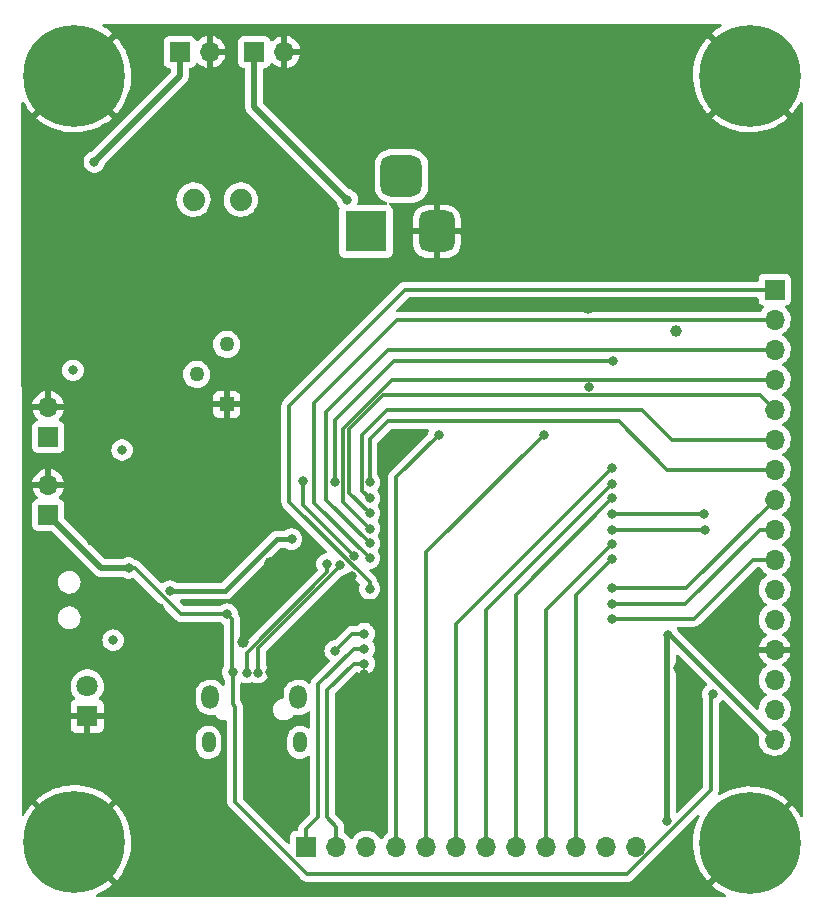
<source format=gbr>
%TF.GenerationSoftware,KiCad,Pcbnew,(6.0.1)*%
%TF.CreationDate,2022-03-22T21:47:25-04:00*%
%TF.ProjectId,Looking Glass,4c6f6f6b-696e-4672-9047-6c6173732e6b,rev?*%
%TF.SameCoordinates,Original*%
%TF.FileFunction,Copper,L4,Bot*%
%TF.FilePolarity,Positive*%
%FSLAX46Y46*%
G04 Gerber Fmt 4.6, Leading zero omitted, Abs format (unit mm)*
G04 Created by KiCad (PCBNEW (6.0.1)) date 2022-03-22 21:47:25*
%MOMM*%
%LPD*%
G01*
G04 APERTURE LIST*
G04 Aperture macros list*
%AMRoundRect*
0 Rectangle with rounded corners*
0 $1 Rounding radius*
0 $2 $3 $4 $5 $6 $7 $8 $9 X,Y pos of 4 corners*
0 Add a 4 corners polygon primitive as box body*
4,1,4,$2,$3,$4,$5,$6,$7,$8,$9,$2,$3,0*
0 Add four circle primitives for the rounded corners*
1,1,$1+$1,$2,$3*
1,1,$1+$1,$4,$5*
1,1,$1+$1,$6,$7*
1,1,$1+$1,$8,$9*
0 Add four rect primitives between the rounded corners*
20,1,$1+$1,$2,$3,$4,$5,0*
20,1,$1+$1,$4,$5,$6,$7,0*
20,1,$1+$1,$6,$7,$8,$9,0*
20,1,$1+$1,$8,$9,$2,$3,0*%
G04 Aperture macros list end*
%TA.AperFunction,ComponentPad*%
%ADD10R,3.500000X3.500000*%
%TD*%
%TA.AperFunction,ComponentPad*%
%ADD11RoundRect,0.750000X0.750000X1.000000X-0.750000X1.000000X-0.750000X-1.000000X0.750000X-1.000000X0*%
%TD*%
%TA.AperFunction,ComponentPad*%
%ADD12RoundRect,0.875000X0.875000X0.875000X-0.875000X0.875000X-0.875000X-0.875000X0.875000X-0.875000X0*%
%TD*%
%TA.AperFunction,ComponentPad*%
%ADD13R,1.700000X1.700000*%
%TD*%
%TA.AperFunction,ComponentPad*%
%ADD14O,1.700000X1.700000*%
%TD*%
%TA.AperFunction,ComponentPad*%
%ADD15O,1.450000X2.000000*%
%TD*%
%TA.AperFunction,ComponentPad*%
%ADD16O,1.150000X1.800000*%
%TD*%
%TA.AperFunction,ComponentPad*%
%ADD17R,1.270000X1.270000*%
%TD*%
%TA.AperFunction,ComponentPad*%
%ADD18C,1.270000*%
%TD*%
%TA.AperFunction,ComponentPad*%
%ADD19C,8.600000*%
%TD*%
%TA.AperFunction,ComponentPad*%
%ADD20C,0.900000*%
%TD*%
%TA.AperFunction,ComponentPad*%
%ADD21R,1.800000X1.800000*%
%TD*%
%TA.AperFunction,ComponentPad*%
%ADD22C,1.800000*%
%TD*%
%TA.AperFunction,ComponentPad*%
%ADD23C,1.879600*%
%TD*%
%TA.AperFunction,ViaPad*%
%ADD24C,1.000000*%
%TD*%
%TA.AperFunction,ViaPad*%
%ADD25C,0.800000*%
%TD*%
%TA.AperFunction,Conductor*%
%ADD26C,0.500000*%
%TD*%
%TA.AperFunction,Conductor*%
%ADD27C,0.300000*%
%TD*%
%TA.AperFunction,Conductor*%
%ADD28C,0.400000*%
%TD*%
G04 APERTURE END LIST*
D10*
%TO.P,J8,1*%
%TO.N,+12V*%
X59500000Y-117700000D03*
D11*
%TO.P,J8,2*%
%TO.N,GND*%
X65500000Y-117700000D03*
D12*
%TO.P,J8,3*%
%TO.N,N/C*%
X62500000Y-113000000D03*
%TD*%
D13*
%TO.P,J4,1,Pin_1*%
%TO.N,+5V*%
X43725000Y-102500000D03*
D14*
%TO.P,J4,2,Pin_2*%
%TO.N,GND*%
X46265000Y-102500000D03*
%TD*%
D13*
%TO.P,J3,1,Pin_1*%
%TO.N,+3V3*%
X32600000Y-141700000D03*
D14*
%TO.P,J3,2,Pin_2*%
%TO.N,GND*%
X32600000Y-139160000D03*
%TD*%
D15*
%TO.P,J5,6,Shield*%
%TO.N,unconnected-(J5-Pad6)*%
X53770000Y-157145000D03*
D16*
X46170000Y-160945000D03*
D15*
X46320000Y-157145000D03*
D16*
X53920000Y-160945000D03*
%TD*%
D13*
%TO.P,J7,1,Pin_1*%
%TO.N,SCI*%
X54425000Y-169800000D03*
D14*
%TO.P,J7,2,Pin_2*%
%TO.N,SDA*%
X56965000Y-169800000D03*
%TO.P,J7,3,Pin_3*%
%TO.N,unconnected-(J7-Pad3)*%
X59505000Y-169800000D03*
%TO.P,J7,4,Pin_4*%
%TO.N,IO15_A8*%
X62045000Y-169800000D03*
%TO.P,J7,5,Pin_5*%
%TO.N,IO13_A12*%
X64585000Y-169800000D03*
%TO.P,J7,6,Pin_6*%
%TO.N,IO12_A11*%
X67125000Y-169800000D03*
%TO.P,J7,7,Pin_7*%
%TO.N,IO14_A6*%
X69665000Y-169800000D03*
%TO.P,J7,8,Pin_8*%
%TO.N,IO27_A10*%
X72205000Y-169800000D03*
%TO.P,J7,9,Pin_9*%
%TO.N,IO33_A9*%
X74745000Y-169800000D03*
%TO.P,J7,10,Pin_10*%
%TO.N,IO32_A7*%
X77285000Y-169800000D03*
%TO.P,J7,11,Pin_11*%
%TO.N,unconnected-(J7-Pad11)*%
X79825000Y-169800000D03*
%TO.P,J7,12,Pin_12*%
%TO.N,unconnected-(J7-Pad12)*%
X82365000Y-169800000D03*
%TD*%
D17*
%TO.P,U5,1,GND*%
%TO.N,GND*%
X47712700Y-132340000D03*
D18*
%TO.P,U5,2,OUT*%
%TO.N,Net-(R5-Pad2)*%
X45172700Y-129800000D03*
%TO.P,U5,3,VDD*%
%TO.N,+5V*%
X47712700Y-127260000D03*
%TD*%
D13*
%TO.P,J2,1,Pin_1*%
%TO.N,+2V8*%
X32600000Y-135100000D03*
D14*
%TO.P,J2,2,Pin_2*%
%TO.N,GND*%
X32600000Y-132560000D03*
%TD*%
D13*
%TO.P,J1,1,Pin_1*%
%TO.N,+12V*%
X50050000Y-102500000D03*
D14*
%TO.P,J1,2,Pin_2*%
%TO.N,GND*%
X52590000Y-102500000D03*
%TD*%
D19*
%TO.P,H1,1,1*%
%TO.N,GND*%
X34800000Y-104500000D03*
D20*
X37080419Y-102219581D03*
X34800000Y-107725000D03*
X37080419Y-106780419D03*
X31575000Y-104500000D03*
X32519581Y-102219581D03*
X38025000Y-104500000D03*
X34800000Y-101275000D03*
X32519581Y-106780419D03*
%TD*%
D13*
%TO.P,J6,1,Pin_1*%
%TO.N,IO21*%
X94100000Y-122620000D03*
D14*
%TO.P,J6,2,Pin_2*%
%TO.N,MISO*%
X94100000Y-125160000D03*
%TO.P,J6,3,Pin_3*%
%TO.N,MOSI*%
X94100000Y-127700000D03*
%TO.P,J6,4,Pin_4*%
%TO.N,SCK*%
X94100000Y-130240000D03*
%TO.P,J6,5,Pin_5*%
%TO.N,IO17*%
X94100000Y-132780000D03*
%TO.P,J6,6,Pin_6*%
%TO.N,IO16*%
X94100000Y-135320000D03*
%TO.P,J6,7,Pin_7*%
%TO.N,A5_IO4*%
X94100000Y-137860000D03*
%TO.P,J6,8,Pin_8*%
%TO.N,A2_I34*%
X94100000Y-140400000D03*
%TO.P,J6,9,Pin_9*%
%TO.N,A3_I39*%
X94100000Y-142940000D03*
%TO.P,J6,10,Pin_10*%
%TO.N,A4_IO36*%
X94100000Y-145480000D03*
%TO.P,J6,11,Pin_11*%
%TO.N,A0_DAC2*%
X94100000Y-148020000D03*
%TO.P,J6,12,Pin_12*%
%TO.N,A1_DAC1*%
X94100000Y-150560000D03*
%TO.P,J6,13,Pin_13*%
%TO.N,GND*%
X94100000Y-153100000D03*
%TO.P,J6,14,Pin_14*%
%TO.N,unconnected-(J6-Pad14)*%
X94100000Y-155640000D03*
%TO.P,J6,15,Pin_15*%
%TO.N,+3V3*%
X94100000Y-158180000D03*
%TO.P,J6,16,Pin_16*%
%TO.N,RESET*%
X94100000Y-160720000D03*
%TD*%
D20*
%TO.P,H2,1,1*%
%TO.N,GND*%
X32519581Y-171680419D03*
X34800000Y-166175000D03*
X37080419Y-167119581D03*
X38025000Y-169400000D03*
X37080419Y-171680419D03*
X34800000Y-172625000D03*
X32519581Y-167119581D03*
D19*
X34800000Y-169400000D03*
D20*
X31575000Y-169400000D03*
%TD*%
%TO.P,H3,1,1*%
%TO.N,GND*%
X94280419Y-171780419D03*
D19*
X92000000Y-169500000D03*
D20*
X92000000Y-172725000D03*
X95225000Y-169500000D03*
X89719581Y-171780419D03*
X94280419Y-167219581D03*
X92000000Y-166275000D03*
X88775000Y-169500000D03*
X89719581Y-167219581D03*
%TD*%
%TO.P,H4,1,1*%
%TO.N,GND*%
X94280419Y-102219581D03*
X95225000Y-104500000D03*
X89719581Y-106780419D03*
X92000000Y-101275000D03*
X88775000Y-104500000D03*
X94280419Y-106780419D03*
X89719581Y-102219581D03*
D19*
X92000000Y-104500000D03*
D20*
X92000000Y-107725000D03*
%TD*%
D21*
%TO.P,D1,1,K*%
%TO.N,GND*%
X35900000Y-158725000D03*
D22*
%TO.P,D1,2,A*%
%TO.N,Net-(D1-Pad2)*%
X35900000Y-156185000D03*
%TD*%
D23*
%TO.P,PHOTO1,1,P$1*%
%TO.N,Net-(PHOTO1-Pad1)*%
X48898980Y-115000000D03*
%TO.P,PHOTO1,2,P$2*%
%TO.N,Net-(NT1-Pad1)*%
X44901020Y-115000000D03*
%TD*%
D24*
%TO.N,GND*%
X45800000Y-141650000D03*
D25*
X78400000Y-130900000D03*
D24*
X51400000Y-145800000D03*
X52800000Y-117150000D03*
X42000000Y-126300000D03*
X41950000Y-149700000D03*
X51150000Y-121950000D03*
X42050000Y-125050000D03*
X39450000Y-129250000D03*
X42850000Y-116200000D03*
X36100000Y-133550000D03*
D25*
X59350000Y-155200000D03*
D24*
X78300000Y-124150000D03*
X51500000Y-155000000D03*
X86000000Y-154650000D03*
X36300000Y-143800000D03*
X49050000Y-152450000D03*
X52650000Y-152500000D03*
X41800000Y-140600000D03*
X35500000Y-139950000D03*
D25*
X58300000Y-146850000D03*
D24*
X40650000Y-129250000D03*
D25*
%TO.N,+12V*%
X57900000Y-115000000D03*
D24*
X85750000Y-126150000D03*
D25*
X38100000Y-152300000D03*
X34700000Y-129450000D03*
X38850000Y-136200000D03*
%TO.N,+3V3*%
X39410000Y-146190000D03*
X88850000Y-156900000D03*
X48200000Y-155000000D03*
X47750000Y-150100000D03*
%TO.N,+5V*%
X36500000Y-111800000D03*
%TO.N,Net-(C5-Pad1)*%
X80400000Y-128700000D03*
X56850000Y-138900000D03*
%TO.N,RESET*%
X42900000Y-148150000D03*
X53200000Y-143750000D03*
X84950000Y-167600000D03*
X85100000Y-151900000D03*
%TO.N,Net-(J5-Pad2)*%
X49400000Y-155050000D03*
X56200000Y-145850000D03*
%TO.N,Net-(J5-Pad3)*%
X50350000Y-155050000D03*
X57300000Y-145950000D03*
%TO.N,IO21*%
X59800000Y-147950000D03*
%TO.N,IO17*%
X59800000Y-141550000D03*
%TO.N,IO16*%
X59800000Y-140300000D03*
%TO.N,MISO*%
X59800000Y-145350000D03*
%TO.N,MOSI*%
X59800000Y-144100000D03*
%TO.N,SCK*%
X59800000Y-142850000D03*
%TO.N,A5_IO4*%
X59800000Y-138950000D03*
%TO.N,A4_IO36*%
X80300000Y-150500000D03*
%TO.N,A3_I39*%
X80300000Y-149250000D03*
%TO.N,A2_I34*%
X80300000Y-147900000D03*
%TO.N,A1_DAC1*%
X80350000Y-142950000D03*
X88200000Y-143000000D03*
%TO.N,A0_DAC2*%
X88150000Y-141650000D03*
X80350000Y-141650000D03*
%TO.N,IO13_A12*%
X74550000Y-134900000D03*
%TO.N,IO12_A11*%
X80350000Y-137750000D03*
%TO.N,IO27_A10*%
X80350000Y-140300000D03*
%TO.N,IO33_A9*%
X80350000Y-144150000D03*
%TO.N,IO15_A8*%
X65650000Y-134900000D03*
%TO.N,IO32_A7*%
X80350000Y-145450000D03*
%TO.N,IO14_A6*%
X80350000Y-139050000D03*
%TO.N,SCI*%
X59335000Y-153035000D03*
%TO.N,SDA*%
X59335000Y-154285000D03*
%TO.N,DTR*%
X58459266Y-145140734D03*
X54200000Y-138850000D03*
%TO.N,RTS*%
X56900000Y-153200000D03*
X59350000Y-151750000D03*
%TD*%
D26*
%TO.N,+12V*%
X50050000Y-107150000D02*
X50050000Y-102500000D01*
X57900000Y-115000000D02*
X50050000Y-107150000D01*
D27*
%TO.N,+3V3*%
X88700000Y-157050000D02*
X88850000Y-156900000D01*
X43850000Y-150100000D02*
X39940000Y-146190000D01*
X48150000Y-150500000D02*
X48150000Y-154950000D01*
X81619944Y-172100000D02*
X88700000Y-165019944D01*
D26*
X39410000Y-146190000D02*
X37090000Y-146190000D01*
D27*
X47750000Y-150100000D02*
X48150000Y-150500000D01*
X48200000Y-157719305D02*
X48400000Y-157919305D01*
X54525978Y-172100000D02*
X81619944Y-172100000D01*
X48400000Y-165974022D02*
X54525978Y-172100000D01*
X39940000Y-146190000D02*
X39410000Y-146190000D01*
X88700000Y-165019944D02*
X88700000Y-157050000D01*
D26*
X37090000Y-146190000D02*
X32600000Y-141700000D01*
D27*
X48150000Y-154950000D02*
X48200000Y-155000000D01*
X48200000Y-155000000D02*
X48200000Y-157719305D01*
X47750000Y-150100000D02*
X43850000Y-150100000D01*
X48400000Y-157919305D02*
X48400000Y-165974022D01*
D26*
%TO.N,+5V*%
X36500000Y-111800000D02*
X43725000Y-104575000D01*
X43725000Y-104575000D02*
X43725000Y-102500000D01*
D27*
%TO.N,Net-(C5-Pad1)*%
X61850000Y-128700000D02*
X80400000Y-128700000D01*
X56850000Y-138900000D02*
X56850000Y-133700000D01*
X56850000Y-133700000D02*
X61850000Y-128700000D01*
D28*
%TO.N,RESET*%
X94100000Y-160720000D02*
X85330000Y-151950000D01*
X85330000Y-151950000D02*
X85050000Y-151950000D01*
X52000000Y-143750000D02*
X53200000Y-143750000D01*
X47600000Y-148150000D02*
X52000000Y-143750000D01*
X42900000Y-148150000D02*
X47600000Y-148150000D01*
D26*
X84950000Y-167600000D02*
X84950000Y-152050000D01*
X84950000Y-152050000D02*
X85050000Y-151950000D01*
D27*
%TO.N,Net-(J5-Pad2)*%
X56200000Y-146550000D02*
X49400000Y-153350000D01*
X49400000Y-153350000D02*
X49400000Y-155050000D01*
X56200000Y-145850000D02*
X56200000Y-146550000D01*
%TO.N,Net-(J5-Pad3)*%
X50350000Y-152965006D02*
X57300000Y-146015006D01*
X50350000Y-155050000D02*
X50350000Y-152965006D01*
X57300000Y-146015006D02*
X57300000Y-145950000D01*
%TO.N,IO21*%
X59800000Y-147400000D02*
X53000000Y-140600000D01*
X53000000Y-132450000D02*
X62830000Y-122620000D01*
X62830000Y-122620000D02*
X94100000Y-122620000D01*
X59800000Y-147950000D02*
X59800000Y-147400000D01*
X53000000Y-140600000D02*
X53000000Y-132450000D01*
%TO.N,IO17*%
X58100000Y-139850000D02*
X58100000Y-134400000D01*
X58100000Y-134400000D02*
X60950000Y-131550000D01*
X60950000Y-131550000D02*
X92870000Y-131550000D01*
X59800000Y-141550000D02*
X58100000Y-139850000D01*
X92870000Y-131550000D02*
X94100000Y-132780000D01*
%TO.N,IO16*%
X59800000Y-140300000D02*
X59150489Y-139650489D01*
X61300000Y-132800000D02*
X82850000Y-132800000D01*
X59150489Y-139650489D02*
X59150489Y-134949511D01*
X85430000Y-135320000D02*
X94100000Y-135320000D01*
X59150489Y-134949511D02*
X61300000Y-132800000D01*
X82850000Y-132800000D02*
X85400000Y-135350000D01*
X85400000Y-135350000D02*
X85430000Y-135320000D01*
%TO.N,MISO*%
X55100000Y-140650000D02*
X55100000Y-132200000D01*
X62140000Y-125160000D02*
X94100000Y-125160000D01*
X55100000Y-132200000D02*
X62140000Y-125160000D01*
X59800000Y-145350000D02*
X55100000Y-140650000D01*
%TO.N,MOSI*%
X59800000Y-144100000D02*
X56150000Y-140450000D01*
X61400000Y-127700000D02*
X94100000Y-127700000D01*
X56150000Y-132950000D02*
X61400000Y-127700000D01*
X56150000Y-140450000D02*
X56150000Y-132950000D01*
%TO.N,SCK*%
X61694994Y-130240000D02*
X94100000Y-130240000D01*
X57550000Y-134384994D02*
X61694994Y-130240000D01*
X57550000Y-140600000D02*
X57550000Y-134384994D01*
X59800000Y-142850000D02*
X57550000Y-140600000D01*
%TO.N,A5_IO4*%
X80900000Y-133750000D02*
X85010000Y-137860000D01*
X61350000Y-133750000D02*
X80900000Y-133750000D01*
X85010000Y-137860000D02*
X94100000Y-137860000D01*
X59800000Y-138950000D02*
X59800000Y-135300000D01*
X59800000Y-135300000D02*
X61350000Y-133750000D01*
%TO.N,A4_IO36*%
X80300000Y-150500000D02*
X87250000Y-150500000D01*
X87250000Y-150500000D02*
X92270000Y-145480000D01*
X92270000Y-145480000D02*
X94100000Y-145480000D01*
%TO.N,A3_I39*%
X86550000Y-149250000D02*
X92860000Y-142940000D01*
X92860000Y-142940000D02*
X94100000Y-142940000D01*
X80300000Y-149250000D02*
X86550000Y-149250000D01*
%TO.N,A2_I34*%
X80300000Y-147900000D02*
X86600000Y-147900000D01*
X86600000Y-147900000D02*
X94100000Y-140400000D01*
%TO.N,A1_DAC1*%
X80350000Y-142950000D02*
X88200000Y-142950000D01*
%TO.N,A0_DAC2*%
X80350000Y-141650000D02*
X88200000Y-141650000D01*
%TO.N,IO13_A12*%
X64585000Y-144865000D02*
X64585000Y-169800000D01*
X74550000Y-134900000D02*
X64585000Y-144865000D01*
%TO.N,IO12_A11*%
X80350000Y-137750000D02*
X67125000Y-150975000D01*
X67125000Y-150975000D02*
X67125000Y-169800000D01*
%TO.N,IO27_A10*%
X80350000Y-140300000D02*
X72205000Y-148445000D01*
X72205000Y-148445000D02*
X72205000Y-169800000D01*
%TO.N,IO33_A9*%
X74745000Y-149755000D02*
X74745000Y-169800000D01*
X80350000Y-144150000D02*
X74745000Y-149755000D01*
%TO.N,IO15_A8*%
X62045000Y-138505000D02*
X62045000Y-169800000D01*
X65650000Y-134900000D02*
X62045000Y-138505000D01*
%TO.N,IO32_A7*%
X77285000Y-148515000D02*
X77285000Y-169800000D01*
X80350000Y-145450000D02*
X77285000Y-148515000D01*
%TO.N,IO14_A6*%
X69665000Y-149735000D02*
X69665000Y-169800000D01*
X80350000Y-139050000D02*
X69665000Y-149735000D01*
%TO.N,SCI*%
X54425000Y-168325000D02*
X55450000Y-167300000D01*
X54425000Y-169800000D02*
X54425000Y-168325000D01*
X58465000Y-153035000D02*
X59335000Y-153035000D01*
X55450000Y-167300000D02*
X55450000Y-156050000D01*
X55450000Y-156050000D02*
X58465000Y-153035000D01*
%TO.N,SDA*%
X56200000Y-156550000D02*
X58465000Y-154285000D01*
X58465000Y-154285000D02*
X59335000Y-154285000D01*
X56965000Y-168135000D02*
X56965000Y-169800000D01*
X56200000Y-156550000D02*
X56200000Y-167300000D01*
X56200000Y-167300000D02*
X57000000Y-168100000D01*
X57000000Y-168100000D02*
X56965000Y-168135000D01*
%TO.N,DTR*%
X54200000Y-138850000D02*
X54200000Y-140881468D01*
X54200000Y-140881468D02*
X58459266Y-145140734D01*
%TO.N,RTS*%
X58350000Y-151750000D02*
X59350000Y-151750000D01*
X56900000Y-153200000D02*
X58350000Y-151750000D01*
%TD*%
%TA.AperFunction,Conductor*%
%TO.N,GND*%
G36*
X89557302Y-100146067D02*
G01*
X89603795Y-100199723D01*
X89613899Y-100269997D01*
X89584405Y-100334577D01*
X89551895Y-100361349D01*
X89423581Y-100434984D01*
X89418848Y-100437987D01*
X89072420Y-100680109D01*
X89067979Y-100683517D01*
X88796476Y-100911739D01*
X88788031Y-100924456D01*
X88794139Y-100934929D01*
X89193493Y-101334283D01*
X89686137Y-101826928D01*
X89719580Y-101860371D01*
X90604878Y-102745668D01*
X94280419Y-106421209D01*
X95165717Y-107306506D01*
X95562145Y-107702934D01*
X95575903Y-107710446D01*
X95585263Y-107703989D01*
X95754244Y-107511303D01*
X95757744Y-107506935D01*
X96007073Y-107165645D01*
X96010168Y-107160987D01*
X96228160Y-106798903D01*
X96230836Y-106793974D01*
X96234638Y-106786161D01*
X96282432Y-106733661D01*
X96351022Y-106715334D01*
X96418633Y-106736999D01*
X96463797Y-106791778D01*
X96473935Y-106841296D01*
X96473935Y-167167446D01*
X96453933Y-167235567D01*
X96400277Y-167282060D01*
X96330003Y-167292164D01*
X96265423Y-167262670D01*
X96236735Y-167226697D01*
X96143931Y-167052526D01*
X96141085Y-167047713D01*
X95909974Y-166693865D01*
X95906692Y-166689297D01*
X95645030Y-166357380D01*
X95641382Y-166353155D01*
X95588103Y-166296715D01*
X95574389Y-166288705D01*
X95573517Y-166288742D01*
X95565438Y-166293772D01*
X95165717Y-166693493D01*
X94280419Y-167578790D01*
X93754332Y-168104878D01*
X90604879Y-171254331D01*
X89719581Y-172139628D01*
X89193494Y-172665716D01*
X88796736Y-173062474D01*
X88789122Y-173076418D01*
X88789171Y-173077110D01*
X88794617Y-173085274D01*
X88872268Y-173157812D01*
X88876507Y-173161433D01*
X89209802Y-173421363D01*
X89214359Y-173424602D01*
X89569448Y-173653880D01*
X89574250Y-173656686D01*
X89914344Y-173835618D01*
X89965317Y-173885038D01*
X89981480Y-173954170D01*
X89957701Y-174021066D01*
X89901531Y-174064487D01*
X89855628Y-174073127D01*
X36763982Y-174052373D01*
X36695869Y-174032344D01*
X36649397Y-173978670D01*
X36639321Y-173908393D01*
X36668839Y-173843823D01*
X36714293Y-173810605D01*
X36892126Y-173734202D01*
X36897169Y-173731764D01*
X37269131Y-173531063D01*
X37273935Y-173528188D01*
X37626563Y-173295231D01*
X37631126Y-173291916D01*
X37961658Y-173028529D01*
X37965873Y-173024852D01*
X38003823Y-172988649D01*
X38011763Y-172974890D01*
X38011713Y-172973843D01*
X38006822Y-172966032D01*
X37606507Y-172565717D01*
X36721210Y-171680419D01*
X36195122Y-171154332D01*
X34441922Y-169401132D01*
X35164408Y-169401132D01*
X35164539Y-169402965D01*
X35168790Y-169409580D01*
X36554331Y-170795121D01*
X37003324Y-171244115D01*
X37080418Y-171321209D01*
X37965716Y-172206506D01*
X38362142Y-172602932D01*
X38375903Y-172610446D01*
X38385263Y-172603989D01*
X38554244Y-172411303D01*
X38557744Y-172406935D01*
X38807073Y-172065645D01*
X38810168Y-172060987D01*
X39028160Y-171698903D01*
X39030841Y-171693964D01*
X39215779Y-171313946D01*
X39218014Y-171308780D01*
X39368442Y-170913815D01*
X39370201Y-170908496D01*
X39484920Y-170501730D01*
X39486204Y-170496259D01*
X39564315Y-170080883D01*
X39565102Y-170075346D01*
X39606035Y-169654102D01*
X39606308Y-169649665D01*
X39612788Y-169402233D01*
X39612746Y-169397762D01*
X39593917Y-168974973D01*
X39593419Y-168969386D01*
X39537155Y-168550499D01*
X39536162Y-168544976D01*
X39442883Y-168132748D01*
X39441410Y-168127361D01*
X39311847Y-167725025D01*
X39309910Y-167719815D01*
X39145098Y-167330599D01*
X39142683Y-167325536D01*
X38943936Y-166952535D01*
X38941085Y-166947713D01*
X38709974Y-166593865D01*
X38706692Y-166589297D01*
X38445030Y-166257380D01*
X38441382Y-166253155D01*
X38388103Y-166196715D01*
X38374389Y-166188705D01*
X38373517Y-166188742D01*
X38365438Y-166193772D01*
X37965717Y-166593493D01*
X37080419Y-167478790D01*
X36554332Y-168004878D01*
X35172022Y-169387188D01*
X35164408Y-169401132D01*
X34441922Y-169401132D01*
X33045669Y-168004879D01*
X32160372Y-167119581D01*
X31634284Y-166593494D01*
X31235561Y-166194771D01*
X31222253Y-166187504D01*
X31212214Y-166194626D01*
X30968223Y-166487994D01*
X30964828Y-166492467D01*
X30724528Y-166840152D01*
X30721549Y-166844902D01*
X30583117Y-167089081D01*
X30532120Y-167138476D01*
X30462514Y-167152460D01*
X30396398Y-167126591D01*
X30354763Y-167069084D01*
X30347506Y-167026983D01*
X30347357Y-166593493D01*
X30347093Y-165824456D01*
X31588031Y-165824456D01*
X31594139Y-165834929D01*
X31993493Y-166234283D01*
X32450715Y-166691506D01*
X32519580Y-166760371D01*
X33404878Y-167645668D01*
X34787188Y-169027978D01*
X34801132Y-169035592D01*
X34802965Y-169035461D01*
X34809580Y-169031210D01*
X36195121Y-167645669D01*
X37080419Y-166760372D01*
X37149284Y-166691507D01*
X37606506Y-166234284D01*
X38002754Y-165838036D01*
X38010316Y-165824187D01*
X38003987Y-165814962D01*
X37830928Y-165661582D01*
X37826561Y-165658046D01*
X37486600Y-165406948D01*
X37481947Y-165403821D01*
X37120995Y-165183926D01*
X37116094Y-165181232D01*
X36737027Y-164994297D01*
X36731904Y-164992048D01*
X36337707Y-164839545D01*
X36332417Y-164837765D01*
X35926218Y-164720904D01*
X35920794Y-164719602D01*
X35505822Y-164639316D01*
X35500293Y-164638500D01*
X35079828Y-164595420D01*
X35074247Y-164595098D01*
X34651635Y-164589566D01*
X34646024Y-164589742D01*
X34224593Y-164621800D01*
X34219036Y-164622472D01*
X33802128Y-164691864D01*
X33796631Y-164693032D01*
X33387547Y-164799209D01*
X33382181Y-164800861D01*
X32984153Y-164942983D01*
X32978965Y-164945100D01*
X32595133Y-165122050D01*
X32590164Y-165124614D01*
X32223581Y-165334984D01*
X32218848Y-165337987D01*
X31872420Y-165580109D01*
X31867979Y-165583517D01*
X31596476Y-165811739D01*
X31588031Y-165824456D01*
X30347093Y-165824456D01*
X30345544Y-161321651D01*
X45086500Y-161321651D01*
X45101209Y-161475817D01*
X45159410Y-161674207D01*
X45162154Y-161679534D01*
X45162154Y-161679535D01*
X45244408Y-161839241D01*
X45254076Y-161858013D01*
X45381791Y-162020601D01*
X45386321Y-162024532D01*
X45386322Y-162024533D01*
X45392694Y-162030062D01*
X45537947Y-162156106D01*
X45716908Y-162259638D01*
X45822971Y-162296469D01*
X45906554Y-162325494D01*
X45906556Y-162325494D01*
X45912219Y-162327461D01*
X45918154Y-162328322D01*
X45918156Y-162328322D01*
X46110891Y-162356268D01*
X46110894Y-162356268D01*
X46116831Y-162357129D01*
X46323361Y-162347569D01*
X46451537Y-162316679D01*
X46518524Y-162300535D01*
X46518526Y-162300534D01*
X46524357Y-162299129D01*
X46529815Y-162296647D01*
X46529819Y-162296646D01*
X46689404Y-162224087D01*
X46712568Y-162213555D01*
X46881201Y-162093935D01*
X46885339Y-162089612D01*
X46885344Y-162089608D01*
X47020025Y-161948918D01*
X47024173Y-161944585D01*
X47058840Y-161890896D01*
X47133068Y-161775935D01*
X47136323Y-161770894D01*
X47139033Y-161764171D01*
X47211362Y-161584699D01*
X47211363Y-161584696D01*
X47213606Y-161579130D01*
X47253233Y-161376212D01*
X47253500Y-161370753D01*
X47253500Y-160568349D01*
X47238791Y-160414183D01*
X47180590Y-160215793D01*
X47137949Y-160133000D01*
X47088670Y-160037318D01*
X47088668Y-160037315D01*
X47085924Y-160031987D01*
X46958209Y-159869399D01*
X46802053Y-159733894D01*
X46623092Y-159630362D01*
X46484123Y-159582104D01*
X46433446Y-159564506D01*
X46433444Y-159564506D01*
X46427781Y-159562539D01*
X46421846Y-159561678D01*
X46421844Y-159561678D01*
X46229109Y-159533732D01*
X46229106Y-159533732D01*
X46223169Y-159532871D01*
X46016639Y-159542431D01*
X45888463Y-159573321D01*
X45821476Y-159589465D01*
X45821474Y-159589466D01*
X45815643Y-159590871D01*
X45810185Y-159593353D01*
X45810181Y-159593354D01*
X45722175Y-159633368D01*
X45627432Y-159676445D01*
X45458799Y-159796065D01*
X45454661Y-159800388D01*
X45454656Y-159800392D01*
X45370525Y-159888277D01*
X45315827Y-159945415D01*
X45312573Y-159950454D01*
X45312571Y-159950457D01*
X45256486Y-160037318D01*
X45203677Y-160119106D01*
X45201435Y-160124669D01*
X45201433Y-160124673D01*
X45128638Y-160305301D01*
X45126394Y-160310870D01*
X45108856Y-160400678D01*
X45096379Y-160464570D01*
X45086767Y-160513788D01*
X45086500Y-160519247D01*
X45086500Y-161321651D01*
X30345544Y-161321651D01*
X30344976Y-159669669D01*
X34492001Y-159669669D01*
X34492371Y-159676490D01*
X34497895Y-159727352D01*
X34501521Y-159742604D01*
X34546676Y-159863054D01*
X34555214Y-159878649D01*
X34631715Y-159980724D01*
X34644276Y-159993285D01*
X34746351Y-160069786D01*
X34761946Y-160078324D01*
X34882394Y-160123478D01*
X34897649Y-160127105D01*
X34948514Y-160132631D01*
X34955328Y-160133000D01*
X35627885Y-160133000D01*
X35643124Y-160128525D01*
X35644329Y-160127135D01*
X35646000Y-160119452D01*
X35646000Y-160114884D01*
X36154000Y-160114884D01*
X36158475Y-160130123D01*
X36159865Y-160131328D01*
X36167548Y-160132999D01*
X36844669Y-160132999D01*
X36851490Y-160132629D01*
X36902352Y-160127105D01*
X36917604Y-160123479D01*
X37038054Y-160078324D01*
X37053649Y-160069786D01*
X37155724Y-159993285D01*
X37168285Y-159980724D01*
X37244786Y-159878649D01*
X37253324Y-159863054D01*
X37298478Y-159742606D01*
X37302105Y-159727351D01*
X37307631Y-159676486D01*
X37308000Y-159669672D01*
X37308000Y-158997115D01*
X37303525Y-158981876D01*
X37302135Y-158980671D01*
X37294452Y-158979000D01*
X36172115Y-158979000D01*
X36156876Y-158983475D01*
X36155671Y-158984865D01*
X36154000Y-158992548D01*
X36154000Y-160114884D01*
X35646000Y-160114884D01*
X35646000Y-158997115D01*
X35641525Y-158981876D01*
X35640135Y-158980671D01*
X35632452Y-158979000D01*
X34510116Y-158979000D01*
X34494877Y-158983475D01*
X34493672Y-158984865D01*
X34492001Y-158992548D01*
X34492001Y-159669669D01*
X30344976Y-159669669D01*
X30343766Y-156150469D01*
X34487095Y-156150469D01*
X34487392Y-156155622D01*
X34487392Y-156155625D01*
X34493067Y-156254041D01*
X34500427Y-156381697D01*
X34501564Y-156386743D01*
X34501565Y-156386749D01*
X34528627Y-156506832D01*
X34551346Y-156607642D01*
X34553288Y-156612424D01*
X34553289Y-156612428D01*
X34632227Y-156806829D01*
X34638484Y-156822237D01*
X34759501Y-157019719D01*
X34781052Y-157044598D01*
X34871653Y-157149191D01*
X34901135Y-157213776D01*
X34891020Y-157284049D01*
X34844519Y-157337697D01*
X34820646Y-157349670D01*
X34761944Y-157371677D01*
X34746351Y-157380214D01*
X34644276Y-157456715D01*
X34631715Y-157469276D01*
X34555214Y-157571351D01*
X34546676Y-157586946D01*
X34501522Y-157707394D01*
X34497895Y-157722649D01*
X34492369Y-157773514D01*
X34492000Y-157780321D01*
X34492000Y-158452885D01*
X34496475Y-158468124D01*
X34497865Y-158469329D01*
X34505548Y-158471000D01*
X37289884Y-158471000D01*
X37305123Y-158466525D01*
X37306328Y-158465135D01*
X37307999Y-158457452D01*
X37307999Y-157780331D01*
X37307629Y-157773510D01*
X37302105Y-157722648D01*
X37298479Y-157707396D01*
X37253324Y-157586946D01*
X37244786Y-157571351D01*
X37168285Y-157469276D01*
X37155724Y-157456715D01*
X37053649Y-157380214D01*
X37038052Y-157371675D01*
X36979415Y-157349693D01*
X36922650Y-157307052D01*
X36897950Y-157240490D01*
X36913157Y-157171141D01*
X36934703Y-157142461D01*
X36972641Y-157104654D01*
X36976303Y-157101005D01*
X36979752Y-157096206D01*
X37014535Y-157047800D01*
X37111458Y-156912917D01*
X37114598Y-156906565D01*
X37211784Y-156709922D01*
X37211785Y-156709920D01*
X37214078Y-156705280D01*
X37281408Y-156483671D01*
X37311640Y-156254041D01*
X37313327Y-156185000D01*
X37304697Y-156080027D01*
X37294773Y-155959318D01*
X37294772Y-155959312D01*
X37294349Y-155954167D01*
X37258976Y-155813340D01*
X37239184Y-155734544D01*
X37239183Y-155734540D01*
X37237925Y-155729533D01*
X37235500Y-155723955D01*
X37147630Y-155521868D01*
X37147628Y-155521865D01*
X37145570Y-155517131D01*
X37019764Y-155322665D01*
X36863887Y-155151358D01*
X36859836Y-155148159D01*
X36859832Y-155148155D01*
X36686177Y-155011011D01*
X36686172Y-155011008D01*
X36682123Y-155007810D01*
X36677607Y-155005317D01*
X36677604Y-155005315D01*
X36483879Y-154898373D01*
X36483875Y-154898371D01*
X36479355Y-154895876D01*
X36474486Y-154894152D01*
X36474482Y-154894150D01*
X36265903Y-154820288D01*
X36265899Y-154820287D01*
X36261028Y-154818562D01*
X36255935Y-154817655D01*
X36255932Y-154817654D01*
X36038095Y-154778851D01*
X36038089Y-154778850D01*
X36033006Y-154777945D01*
X35960096Y-154777054D01*
X35806581Y-154775179D01*
X35806579Y-154775179D01*
X35801411Y-154775116D01*
X35572464Y-154810150D01*
X35352314Y-154882106D01*
X35347726Y-154884494D01*
X35347722Y-154884496D01*
X35180829Y-154971375D01*
X35146872Y-154989052D01*
X35142739Y-154992155D01*
X35142736Y-154992157D01*
X35056953Y-155056565D01*
X34961655Y-155128117D01*
X34922295Y-155169305D01*
X34848807Y-155246206D01*
X34801639Y-155295564D01*
X34798725Y-155299836D01*
X34798724Y-155299837D01*
X34783152Y-155322665D01*
X34671119Y-155486899D01*
X34573602Y-155696981D01*
X34511707Y-155920169D01*
X34487095Y-156150469D01*
X30343766Y-156150469D01*
X30342442Y-152300000D01*
X37186496Y-152300000D01*
X37187186Y-152306565D01*
X37199228Y-152421134D01*
X37206458Y-152489928D01*
X37265473Y-152671556D01*
X37360960Y-152836944D01*
X37365378Y-152841851D01*
X37365379Y-152841852D01*
X37437424Y-152921866D01*
X37488747Y-152978866D01*
X37643248Y-153091118D01*
X37649276Y-153093802D01*
X37649278Y-153093803D01*
X37811681Y-153166109D01*
X37817712Y-153168794D01*
X37911112Y-153188647D01*
X37998056Y-153207128D01*
X37998061Y-153207128D01*
X38004513Y-153208500D01*
X38195487Y-153208500D01*
X38201939Y-153207128D01*
X38201944Y-153207128D01*
X38288888Y-153188647D01*
X38382288Y-153168794D01*
X38388319Y-153166109D01*
X38550722Y-153093803D01*
X38550724Y-153093802D01*
X38556752Y-153091118D01*
X38711253Y-152978866D01*
X38762576Y-152921866D01*
X38834621Y-152841852D01*
X38834622Y-152841851D01*
X38839040Y-152836944D01*
X38934527Y-152671556D01*
X38993542Y-152489928D01*
X39000773Y-152421134D01*
X39012814Y-152306565D01*
X39013504Y-152300000D01*
X38993542Y-152110072D01*
X38934527Y-151928444D01*
X38839040Y-151763056D01*
X38833196Y-151756565D01*
X38715675Y-151626045D01*
X38715674Y-151626044D01*
X38711253Y-151621134D01*
X38592327Y-151534729D01*
X38562094Y-151512763D01*
X38562093Y-151512762D01*
X38556752Y-151508882D01*
X38550724Y-151506198D01*
X38550722Y-151506197D01*
X38388319Y-151433891D01*
X38388318Y-151433891D01*
X38382288Y-151431206D01*
X38288887Y-151411353D01*
X38201944Y-151392872D01*
X38201939Y-151392872D01*
X38195487Y-151391500D01*
X38004513Y-151391500D01*
X37998061Y-151392872D01*
X37998056Y-151392872D01*
X37911113Y-151411353D01*
X37817712Y-151431206D01*
X37811682Y-151433891D01*
X37811681Y-151433891D01*
X37649278Y-151506197D01*
X37649276Y-151506198D01*
X37643248Y-151508882D01*
X37637907Y-151512762D01*
X37637906Y-151512763D01*
X37607673Y-151534729D01*
X37488747Y-151621134D01*
X37484326Y-151626044D01*
X37484325Y-151626045D01*
X37366805Y-151756565D01*
X37360960Y-151763056D01*
X37265473Y-151928444D01*
X37206458Y-152110072D01*
X37186496Y-152300000D01*
X30342442Y-152300000D01*
X30341805Y-150447064D01*
X33407707Y-150447064D01*
X33428548Y-150584867D01*
X33435505Y-150630868D01*
X33436825Y-150639599D01*
X33439028Y-150645585D01*
X33439029Y-150645591D01*
X33501860Y-150816360D01*
X33501862Y-150816365D01*
X33504063Y-150822346D01*
X33515939Y-150841500D01*
X33591126Y-150962763D01*
X33606674Y-150987840D01*
X33611055Y-150992473D01*
X33611056Y-150992474D01*
X33735138Y-151123688D01*
X33740466Y-151129322D01*
X33745696Y-151132984D01*
X33745697Y-151132985D01*
X33811222Y-151178866D01*
X33899975Y-151241011D01*
X33905838Y-151243548D01*
X34072825Y-151315810D01*
X34072829Y-151315811D01*
X34078684Y-151318345D01*
X34084931Y-151319650D01*
X34084934Y-151319651D01*
X34264557Y-151357176D01*
X34264562Y-151357177D01*
X34269293Y-151358165D01*
X34275685Y-151358500D01*
X34418663Y-151358500D01*
X34487951Y-151351462D01*
X34557378Y-151344410D01*
X34557379Y-151344410D01*
X34563727Y-151343765D01*
X34644843Y-151318345D01*
X34743451Y-151287444D01*
X34743456Y-151287442D01*
X34749541Y-151285535D01*
X34836475Y-151237346D01*
X34914271Y-151194223D01*
X34914274Y-151194221D01*
X34919850Y-151191130D01*
X34924691Y-151186981D01*
X34924695Y-151186978D01*
X35062855Y-151068560D01*
X35067698Y-151064409D01*
X35093438Y-151031226D01*
X35183131Y-150915594D01*
X35187046Y-150910547D01*
X35192364Y-150899741D01*
X35270200Y-150741556D01*
X35273018Y-150735829D01*
X35276173Y-150723716D01*
X35320492Y-150553575D01*
X35320492Y-150553572D01*
X35322102Y-150547393D01*
X35329612Y-150404094D01*
X35331959Y-150359317D01*
X35331959Y-150359313D01*
X35332293Y-150352936D01*
X35303175Y-150160401D01*
X35300972Y-150154415D01*
X35300971Y-150154409D01*
X35238140Y-149983640D01*
X35238138Y-149983635D01*
X35235937Y-149977654D01*
X35133326Y-149812160D01*
X35103045Y-149780138D01*
X35003919Y-149675315D01*
X34999534Y-149670678D01*
X34990186Y-149664132D01*
X34845259Y-149562654D01*
X34840025Y-149558989D01*
X34776344Y-149531432D01*
X34667175Y-149484190D01*
X34667171Y-149484189D01*
X34661316Y-149481655D01*
X34655069Y-149480350D01*
X34655066Y-149480349D01*
X34475443Y-149442824D01*
X34475438Y-149442823D01*
X34470707Y-149441835D01*
X34464315Y-149441500D01*
X34321337Y-149441500D01*
X34275007Y-149446206D01*
X34182622Y-149455590D01*
X34182621Y-149455590D01*
X34176273Y-149456235D01*
X34165743Y-149459535D01*
X33996549Y-149512556D01*
X33996544Y-149512558D01*
X33990459Y-149514465D01*
X33926102Y-149550139D01*
X33825729Y-149605777D01*
X33825726Y-149605779D01*
X33820150Y-149608870D01*
X33815309Y-149613019D01*
X33815305Y-149613022D01*
X33677145Y-149731440D01*
X33672302Y-149735591D01*
X33668391Y-149740633D01*
X33668390Y-149740634D01*
X33632468Y-149786944D01*
X33552954Y-149889453D01*
X33550138Y-149895176D01*
X33550136Y-149895179D01*
X33506608Y-149983640D01*
X33466982Y-150064171D01*
X33465373Y-150070349D01*
X33465372Y-150070351D01*
X33421220Y-150239855D01*
X33417898Y-150252607D01*
X33407707Y-150447064D01*
X30341805Y-150447064D01*
X30340773Y-147447064D01*
X33407707Y-147447064D01*
X33436825Y-147639599D01*
X33439028Y-147645585D01*
X33439029Y-147645591D01*
X33501860Y-147816360D01*
X33501862Y-147816365D01*
X33504063Y-147822346D01*
X33507425Y-147827768D01*
X33587283Y-147956565D01*
X33606674Y-147987840D01*
X33740466Y-148129322D01*
X33899975Y-148241011D01*
X33905838Y-148243548D01*
X34072825Y-148315810D01*
X34072829Y-148315811D01*
X34078684Y-148318345D01*
X34084931Y-148319650D01*
X34084934Y-148319651D01*
X34264557Y-148357176D01*
X34264562Y-148357177D01*
X34269293Y-148358165D01*
X34275685Y-148358500D01*
X34418663Y-148358500D01*
X34487951Y-148351462D01*
X34557378Y-148344410D01*
X34557379Y-148344410D01*
X34563727Y-148343765D01*
X34644843Y-148318345D01*
X34743451Y-148287444D01*
X34743456Y-148287442D01*
X34749541Y-148285535D01*
X34836475Y-148237346D01*
X34914271Y-148194223D01*
X34914274Y-148194221D01*
X34919850Y-148191130D01*
X34924691Y-148186981D01*
X34924695Y-148186978D01*
X35062855Y-148068560D01*
X35067698Y-148064409D01*
X35187046Y-147910547D01*
X35195467Y-147893435D01*
X35270200Y-147741556D01*
X35273018Y-147735829D01*
X35281362Y-147703797D01*
X35320492Y-147553575D01*
X35320492Y-147553572D01*
X35322102Y-147547393D01*
X35327694Y-147440683D01*
X35331959Y-147359317D01*
X35331959Y-147359313D01*
X35332293Y-147352936D01*
X35303175Y-147160401D01*
X35300972Y-147154415D01*
X35300971Y-147154409D01*
X35238140Y-146983640D01*
X35238138Y-146983635D01*
X35235937Y-146977654D01*
X35170162Y-146871570D01*
X35136688Y-146817582D01*
X35136687Y-146817581D01*
X35133326Y-146812160D01*
X35098452Y-146775281D01*
X35003919Y-146675315D01*
X34999534Y-146670678D01*
X34971283Y-146650896D01*
X34845259Y-146562654D01*
X34840025Y-146558989D01*
X34752637Y-146521173D01*
X34667175Y-146484190D01*
X34667171Y-146484189D01*
X34661316Y-146481655D01*
X34655069Y-146480350D01*
X34655066Y-146480349D01*
X34475443Y-146442824D01*
X34475438Y-146442823D01*
X34470707Y-146441835D01*
X34464315Y-146441500D01*
X34321337Y-146441500D01*
X34252049Y-146448538D01*
X34182622Y-146455590D01*
X34182621Y-146455590D01*
X34176273Y-146456235D01*
X34120877Y-146473595D01*
X33996549Y-146512556D01*
X33996544Y-146512558D01*
X33990459Y-146514465D01*
X33914713Y-146556452D01*
X33825729Y-146605777D01*
X33825726Y-146605779D01*
X33820150Y-146608870D01*
X33815309Y-146613019D01*
X33815305Y-146613022D01*
X33677145Y-146731440D01*
X33672302Y-146735591D01*
X33668391Y-146740633D01*
X33668390Y-146740634D01*
X33608703Y-146817582D01*
X33552954Y-146889453D01*
X33550138Y-146895176D01*
X33550136Y-146895179D01*
X33487186Y-147023111D01*
X33466982Y-147064171D01*
X33465373Y-147070349D01*
X33465372Y-147070351D01*
X33420434Y-147242872D01*
X33417898Y-147252607D01*
X33415639Y-147295707D01*
X33409190Y-147418774D01*
X33407707Y-147447064D01*
X30340773Y-147447064D01*
X30339106Y-142598134D01*
X31241500Y-142598134D01*
X31248255Y-142660316D01*
X31299385Y-142796705D01*
X31386739Y-142913261D01*
X31503295Y-143000615D01*
X31639684Y-143051745D01*
X31701866Y-143058500D01*
X32833629Y-143058500D01*
X32901750Y-143078502D01*
X32922724Y-143095405D01*
X36506230Y-146678911D01*
X36518616Y-146693323D01*
X36527149Y-146704918D01*
X36527154Y-146704923D01*
X36531492Y-146710818D01*
X36537070Y-146715557D01*
X36537073Y-146715560D01*
X36571768Y-146745035D01*
X36579284Y-146751965D01*
X36584979Y-146757660D01*
X36587861Y-146759940D01*
X36607251Y-146775281D01*
X36610655Y-146778072D01*
X36658588Y-146818794D01*
X36666285Y-146825333D01*
X36672801Y-146828661D01*
X36677850Y-146832028D01*
X36682979Y-146835195D01*
X36688716Y-146839734D01*
X36754875Y-146870655D01*
X36758769Y-146872558D01*
X36823808Y-146905769D01*
X36830916Y-146907508D01*
X36836559Y-146909607D01*
X36842322Y-146911524D01*
X36848950Y-146914622D01*
X36856112Y-146916112D01*
X36856113Y-146916112D01*
X36920412Y-146929486D01*
X36924696Y-146930456D01*
X36995610Y-146947808D01*
X37001212Y-146948156D01*
X37001215Y-146948156D01*
X37006764Y-146948500D01*
X37006762Y-146948536D01*
X37010755Y-146948775D01*
X37014947Y-146949149D01*
X37022115Y-146950640D01*
X37099520Y-146948546D01*
X37102928Y-146948500D01*
X38867413Y-146948500D01*
X38941472Y-146972563D01*
X38947902Y-146977235D01*
X38947909Y-146977239D01*
X38953248Y-146981118D01*
X38959276Y-146983802D01*
X38959278Y-146983803D01*
X39091932Y-147042864D01*
X39127712Y-147058794D01*
X39221113Y-147078647D01*
X39308056Y-147097128D01*
X39308061Y-147097128D01*
X39314513Y-147098500D01*
X39505487Y-147098500D01*
X39511939Y-147097128D01*
X39511944Y-147097128D01*
X39672693Y-147062959D01*
X39692288Y-147058794D01*
X39698321Y-147056108D01*
X39698324Y-147056107D01*
X39714738Y-147048799D01*
X39741356Y-147036948D01*
X39811721Y-147027513D01*
X39876018Y-147057619D01*
X39881699Y-147062959D01*
X43326345Y-150507605D01*
X43334335Y-150516385D01*
X43338584Y-150523080D01*
X43344362Y-150528506D01*
X43344363Y-150528507D01*
X43390257Y-150571604D01*
X43393099Y-150574359D01*
X43413667Y-150594927D01*
X43417170Y-150597644D01*
X43426195Y-150605352D01*
X43459867Y-150636972D01*
X43466818Y-150640793D01*
X43466819Y-150640794D01*
X43478658Y-150647303D01*
X43495182Y-150658157D01*
X43505271Y-150665982D01*
X43512132Y-150671304D01*
X43519404Y-150674451D01*
X43519406Y-150674452D01*
X43554535Y-150689654D01*
X43565196Y-150694876D01*
X43605663Y-150717124D01*
X43626441Y-150722459D01*
X43645131Y-150728858D01*
X43664824Y-150737380D01*
X43708596Y-150744313D01*
X43710448Y-150744606D01*
X43722071Y-150747013D01*
X43750072Y-150754202D01*
X43766812Y-150758500D01*
X43788259Y-150758500D01*
X43807969Y-150760051D01*
X43829152Y-150763406D01*
X43875141Y-150759059D01*
X43886996Y-150758500D01*
X47069776Y-150758500D01*
X47137897Y-150778502D01*
X47143837Y-150782564D01*
X47283633Y-150884132D01*
X47293248Y-150891118D01*
X47299276Y-150893802D01*
X47299278Y-150893803D01*
X47416749Y-150946104D01*
X47470845Y-150992084D01*
X47491500Y-151061211D01*
X47491500Y-154381256D01*
X47471498Y-154449377D01*
X47467436Y-154455317D01*
X47465379Y-154458148D01*
X47460960Y-154463056D01*
X47457659Y-154468774D01*
X47457658Y-154468775D01*
X47369982Y-154620635D01*
X47365473Y-154628444D01*
X47306458Y-154810072D01*
X47305768Y-154816633D01*
X47305768Y-154816635D01*
X47305384Y-154820288D01*
X47286496Y-155000000D01*
X47287186Y-155006565D01*
X47302068Y-155148155D01*
X47306458Y-155189928D01*
X47365473Y-155371556D01*
X47368776Y-155377278D01*
X47368777Y-155377279D01*
X47389021Y-155412342D01*
X47460960Y-155536944D01*
X47465378Y-155541851D01*
X47465379Y-155541852D01*
X47509136Y-155590449D01*
X47539854Y-155654456D01*
X47541500Y-155674759D01*
X47541500Y-156064667D01*
X47521498Y-156132788D01*
X47467842Y-156179281D01*
X47397568Y-156189385D01*
X47332988Y-156159891D01*
X47313178Y-156138193D01*
X47260805Y-156065308D01*
X47260803Y-156065306D01*
X47257528Y-156060748D01*
X47099404Y-155907516D01*
X47035872Y-155864824D01*
X46921305Y-155787837D01*
X46921302Y-155787835D01*
X46916645Y-155784706D01*
X46715027Y-155696202D01*
X46709576Y-155694893D01*
X46709572Y-155694892D01*
X46506379Y-155646110D01*
X46506378Y-155646110D01*
X46500922Y-155644800D01*
X46416004Y-155639904D01*
X46286705Y-155632448D01*
X46286702Y-155632448D01*
X46281098Y-155632125D01*
X46062504Y-155658578D01*
X45852049Y-155723322D01*
X45656386Y-155824312D01*
X45481699Y-155958354D01*
X45333509Y-156121212D01*
X45216501Y-156307739D01*
X45134373Y-156512038D01*
X45133236Y-156517529D01*
X45133235Y-156517532D01*
X45129674Y-156534729D01*
X45089722Y-156727652D01*
X45089456Y-156732265D01*
X45088242Y-156753327D01*
X45086500Y-156783530D01*
X45086500Y-157475866D01*
X45086749Y-157478653D01*
X45086749Y-157478659D01*
X45100142Y-157628712D01*
X45101088Y-157639317D01*
X45159189Y-157851702D01*
X45161605Y-157856767D01*
X45161606Y-157856770D01*
X45229349Y-157998794D01*
X45253983Y-158050441D01*
X45382472Y-158229252D01*
X45540596Y-158382484D01*
X45545260Y-158385618D01*
X45718695Y-158502163D01*
X45718698Y-158502165D01*
X45723355Y-158505294D01*
X45924973Y-158593798D01*
X45930424Y-158595107D01*
X45930428Y-158595108D01*
X46133621Y-158643890D01*
X46139078Y-158645200D01*
X46223996Y-158650096D01*
X46353295Y-158657552D01*
X46353298Y-158657552D01*
X46358902Y-158657875D01*
X46577496Y-158631422D01*
X46582854Y-158629774D01*
X46582862Y-158629772D01*
X46626254Y-158616423D01*
X46697245Y-158615511D01*
X46757459Y-158653125D01*
X46772421Y-158673853D01*
X46777016Y-158681811D01*
X46805960Y-158731944D01*
X46933747Y-158873866D01*
X47088248Y-158986118D01*
X47094276Y-158988802D01*
X47094278Y-158988803D01*
X47252600Y-159059292D01*
X47262712Y-159063794D01*
X47356113Y-159083647D01*
X47443056Y-159102128D01*
X47443061Y-159102128D01*
X47449513Y-159103500D01*
X47615500Y-159103500D01*
X47683621Y-159123502D01*
X47730114Y-159177158D01*
X47741500Y-159229500D01*
X47741500Y-165891966D01*
X47740941Y-165903822D01*
X47739212Y-165911559D01*
X47739461Y-165919481D01*
X47741438Y-165982391D01*
X47741500Y-165986349D01*
X47741500Y-166015454D01*
X47742056Y-166019854D01*
X47742988Y-166031686D01*
X47744438Y-166077853D01*
X47746650Y-166085466D01*
X47746650Y-166085467D01*
X47750419Y-166098438D01*
X47754430Y-166117804D01*
X47757118Y-166139086D01*
X47760034Y-166146451D01*
X47760035Y-166146455D01*
X47774126Y-166182043D01*
X47777965Y-166193253D01*
X47790855Y-166237622D01*
X47801775Y-166256087D01*
X47810466Y-166273827D01*
X47818365Y-166293778D01*
X47845516Y-166331148D01*
X47852033Y-166341070D01*
X47871507Y-166373999D01*
X47871510Y-166374003D01*
X47875547Y-166380829D01*
X47890711Y-166395993D01*
X47903551Y-166411026D01*
X47916159Y-166428379D01*
X47951752Y-166457824D01*
X47960532Y-166465814D01*
X54002323Y-172507605D01*
X54010313Y-172516385D01*
X54014562Y-172523080D01*
X54020340Y-172528506D01*
X54020341Y-172528507D01*
X54066235Y-172571604D01*
X54069077Y-172574359D01*
X54089645Y-172594927D01*
X54093148Y-172597644D01*
X54102173Y-172605352D01*
X54135845Y-172636972D01*
X54142796Y-172640793D01*
X54142797Y-172640794D01*
X54154636Y-172647303D01*
X54171160Y-172658157D01*
X54180906Y-172665716D01*
X54188110Y-172671304D01*
X54211984Y-172681635D01*
X54230514Y-172689654D01*
X54241159Y-172694869D01*
X54281641Y-172717124D01*
X54289315Y-172719094D01*
X54289322Y-172719097D01*
X54302404Y-172722455D01*
X54321112Y-172728860D01*
X54340801Y-172737380D01*
X54348627Y-172738619D01*
X54348629Y-172738620D01*
X54373137Y-172742501D01*
X54386437Y-172744608D01*
X54398048Y-172747012D01*
X54429085Y-172754981D01*
X54435113Y-172756529D01*
X54435114Y-172756529D01*
X54442790Y-172758500D01*
X54464236Y-172758500D01*
X54483946Y-172760051D01*
X54497300Y-172762166D01*
X54497301Y-172762166D01*
X54505130Y-172763406D01*
X54551119Y-172759059D01*
X54562974Y-172758500D01*
X81537888Y-172758500D01*
X81549744Y-172759059D01*
X81549747Y-172759059D01*
X81557481Y-172760788D01*
X81628313Y-172758562D01*
X81632271Y-172758500D01*
X81661376Y-172758500D01*
X81665776Y-172757944D01*
X81677608Y-172757012D01*
X81723775Y-172755562D01*
X81744365Y-172749580D01*
X81763726Y-172745570D01*
X81771352Y-172744607D01*
X81777148Y-172743875D01*
X81777149Y-172743875D01*
X81785008Y-172742882D01*
X81792373Y-172739966D01*
X81792377Y-172739965D01*
X81827965Y-172725874D01*
X81839175Y-172722035D01*
X81883544Y-172709145D01*
X81902009Y-172698225D01*
X81919749Y-172689534D01*
X81939700Y-172681635D01*
X81977073Y-172654482D01*
X81986992Y-172647967D01*
X82019921Y-172628493D01*
X82019925Y-172628490D01*
X82026751Y-172624453D01*
X82041915Y-172609289D01*
X82056949Y-172596448D01*
X82074301Y-172583841D01*
X82103747Y-172548247D01*
X82111736Y-172539468D01*
X87546517Y-167104687D01*
X87608829Y-167070661D01*
X87679644Y-167075726D01*
X87736480Y-167118273D01*
X87761291Y-167184793D01*
X87745223Y-167255923D01*
X87713106Y-167312575D01*
X87710562Y-167317568D01*
X87535629Y-167702312D01*
X87533538Y-167707511D01*
X87393498Y-168106290D01*
X87391877Y-168111659D01*
X87287840Y-168521303D01*
X87286706Y-168526776D01*
X87219496Y-168944054D01*
X87218851Y-168949632D01*
X87189002Y-169371204D01*
X87188855Y-169376825D01*
X87196600Y-169799410D01*
X87196950Y-169804976D01*
X87242231Y-170225208D01*
X87243078Y-170230746D01*
X87325535Y-170645286D01*
X87326864Y-170650698D01*
X87445852Y-171056289D01*
X87447658Y-171061564D01*
X87602219Y-171454948D01*
X87604501Y-171460072D01*
X87793416Y-171838150D01*
X87796140Y-171843043D01*
X88017917Y-172202833D01*
X88021068Y-172207469D01*
X88273955Y-172546127D01*
X88277488Y-172550444D01*
X88413222Y-172701988D01*
X88426717Y-172710351D01*
X88436128Y-172704662D01*
X88834283Y-172306507D01*
X89719581Y-171421210D01*
X89783229Y-171357562D01*
X90245668Y-170895122D01*
X94298330Y-166842460D01*
X94806506Y-166334283D01*
X95202756Y-165938033D01*
X95210316Y-165924187D01*
X95203987Y-165914962D01*
X95030928Y-165761582D01*
X95026561Y-165758046D01*
X94686600Y-165506948D01*
X94681947Y-165503821D01*
X94320995Y-165283926D01*
X94316094Y-165281232D01*
X93937027Y-165094297D01*
X93931904Y-165092048D01*
X93537707Y-164939545D01*
X93532417Y-164937765D01*
X93126218Y-164820904D01*
X93120794Y-164819602D01*
X92705822Y-164739316D01*
X92700293Y-164738500D01*
X92279828Y-164695420D01*
X92274247Y-164695098D01*
X91851635Y-164689566D01*
X91846024Y-164689742D01*
X91424593Y-164721800D01*
X91419036Y-164722472D01*
X91002128Y-164791864D01*
X90996631Y-164793032D01*
X90587547Y-164899209D01*
X90582181Y-164900861D01*
X90184153Y-165042983D01*
X90178965Y-165045100D01*
X89795133Y-165222050D01*
X89790164Y-165224614D01*
X89506351Y-165387485D01*
X89437312Y-165404042D01*
X89370282Y-165380646D01*
X89326541Y-165324724D01*
X89319977Y-165254032D01*
X89321592Y-165246879D01*
X89322452Y-165243528D01*
X89328861Y-165224806D01*
X89334233Y-165212392D01*
X89337380Y-165205121D01*
X89341164Y-165181232D01*
X89344607Y-165159488D01*
X89347012Y-165147874D01*
X89358500Y-165103132D01*
X89358500Y-165081686D01*
X89360051Y-165061976D01*
X89362166Y-165048622D01*
X89362166Y-165048621D01*
X89363406Y-165040792D01*
X89359059Y-164994803D01*
X89358500Y-164982948D01*
X89358500Y-157717721D01*
X89378502Y-157649600D01*
X89410436Y-157615787D01*
X89461253Y-157578866D01*
X89526063Y-157506887D01*
X89584621Y-157441852D01*
X89584622Y-157441851D01*
X89589040Y-157436944D01*
X89592341Y-157431226D01*
X89596224Y-157425882D01*
X89598451Y-157427500D01*
X89641044Y-157386907D01*
X89710761Y-157373487D01*
X89776666Y-157399890D01*
X89787849Y-157409819D01*
X92727252Y-160349222D01*
X92761278Y-160411534D01*
X92761914Y-160461235D01*
X92760989Y-160464570D01*
X92737251Y-160686695D01*
X92737548Y-160691848D01*
X92737548Y-160691851D01*
X92743011Y-160786590D01*
X92750110Y-160909715D01*
X92751247Y-160914761D01*
X92751248Y-160914767D01*
X92771119Y-161002939D01*
X92799222Y-161127639D01*
X92883266Y-161334616D01*
X92934019Y-161417438D01*
X92973322Y-161481574D01*
X92999987Y-161525088D01*
X93146250Y-161693938D01*
X93318126Y-161836632D01*
X93511000Y-161949338D01*
X93719692Y-162029030D01*
X93724760Y-162030061D01*
X93724763Y-162030062D01*
X93832017Y-162051883D01*
X93938597Y-162073567D01*
X93943772Y-162073757D01*
X93943774Y-162073757D01*
X94156673Y-162081564D01*
X94156677Y-162081564D01*
X94161837Y-162081753D01*
X94166957Y-162081097D01*
X94166959Y-162081097D01*
X94378288Y-162054025D01*
X94378289Y-162054025D01*
X94383416Y-162053368D01*
X94388366Y-162051883D01*
X94592429Y-161990661D01*
X94592434Y-161990659D01*
X94597384Y-161989174D01*
X94797994Y-161890896D01*
X94979860Y-161761173D01*
X95138096Y-161603489D01*
X95197594Y-161520689D01*
X95265435Y-161426277D01*
X95268453Y-161422077D01*
X95288924Y-161380658D01*
X95365136Y-161226453D01*
X95365137Y-161226451D01*
X95367430Y-161221811D01*
X95432370Y-161008069D01*
X95461529Y-160786590D01*
X95463156Y-160720000D01*
X95444852Y-160497361D01*
X95390431Y-160280702D01*
X95301354Y-160075840D01*
X95180014Y-159888277D01*
X95029670Y-159723051D01*
X95025619Y-159719852D01*
X95025615Y-159719848D01*
X94858414Y-159587800D01*
X94858410Y-159587798D01*
X94854359Y-159584598D01*
X94813053Y-159561796D01*
X94763084Y-159511364D01*
X94748312Y-159441921D01*
X94773428Y-159375516D01*
X94800780Y-159348909D01*
X94844603Y-159317650D01*
X94979860Y-159221173D01*
X95138096Y-159063489D01*
X95197607Y-158980671D01*
X95265435Y-158886277D01*
X95268453Y-158882077D01*
X95274939Y-158868955D01*
X95365136Y-158686453D01*
X95365137Y-158686451D01*
X95367430Y-158681811D01*
X95421060Y-158505294D01*
X95430865Y-158473023D01*
X95430865Y-158473021D01*
X95432370Y-158468069D01*
X95461529Y-158246590D01*
X95463156Y-158180000D01*
X95444852Y-157957361D01*
X95390431Y-157740702D01*
X95301354Y-157535840D01*
X95215987Y-157403882D01*
X95182822Y-157352617D01*
X95182820Y-157352614D01*
X95180014Y-157348277D01*
X95029670Y-157183051D01*
X95025619Y-157179852D01*
X95025615Y-157179848D01*
X94858414Y-157047800D01*
X94858410Y-157047798D01*
X94854359Y-157044598D01*
X94813053Y-157021796D01*
X94763084Y-156971364D01*
X94748312Y-156901921D01*
X94773428Y-156835516D01*
X94800780Y-156808909D01*
X94844603Y-156777650D01*
X94979860Y-156681173D01*
X95138096Y-156523489D01*
X95197594Y-156440689D01*
X95265435Y-156346277D01*
X95268453Y-156342077D01*
X95282849Y-156312950D01*
X95365136Y-156146453D01*
X95365137Y-156146451D01*
X95367430Y-156141811D01*
X95411303Y-155997409D01*
X95430865Y-155933023D01*
X95430865Y-155933021D01*
X95432370Y-155928069D01*
X95461529Y-155706590D01*
X95461999Y-155687349D01*
X95463074Y-155643365D01*
X95463074Y-155643361D01*
X95463156Y-155640000D01*
X95444852Y-155417361D01*
X95390431Y-155200702D01*
X95301354Y-154995840D01*
X95226737Y-154880499D01*
X95182822Y-154812617D01*
X95182820Y-154812614D01*
X95180014Y-154808277D01*
X95029670Y-154643051D01*
X95025619Y-154639852D01*
X95025615Y-154639848D01*
X94858414Y-154507800D01*
X94858410Y-154507798D01*
X94854359Y-154504598D01*
X94812569Y-154481529D01*
X94762598Y-154431097D01*
X94747826Y-154361654D01*
X94772942Y-154295248D01*
X94800294Y-154268641D01*
X94975328Y-154143792D01*
X94983200Y-154137139D01*
X95134052Y-153986812D01*
X95140730Y-153978965D01*
X95265003Y-153806020D01*
X95270313Y-153797183D01*
X95364670Y-153606267D01*
X95368469Y-153596672D01*
X95430377Y-153392910D01*
X95432555Y-153382837D01*
X95433986Y-153371962D01*
X95431775Y-153357778D01*
X95418617Y-153354000D01*
X92783225Y-153354000D01*
X92769694Y-153357973D01*
X92768257Y-153367966D01*
X92798565Y-153502446D01*
X92801645Y-153512275D01*
X92881770Y-153709603D01*
X92886413Y-153718794D01*
X92997694Y-153900388D01*
X93003777Y-153908699D01*
X93143213Y-154069667D01*
X93150580Y-154076883D01*
X93314434Y-154212916D01*
X93322881Y-154218831D01*
X93391969Y-154259203D01*
X93440693Y-154310842D01*
X93453764Y-154380625D01*
X93427033Y-154446396D01*
X93386584Y-154479752D01*
X93373607Y-154486507D01*
X93369474Y-154489610D01*
X93369471Y-154489612D01*
X93330631Y-154518774D01*
X93194965Y-154620635D01*
X93040629Y-154782138D01*
X93037715Y-154786410D01*
X93037714Y-154786411D01*
X93020424Y-154811757D01*
X92914743Y-154966680D01*
X92879115Y-155043435D01*
X92829019Y-155151358D01*
X92820688Y-155169305D01*
X92760989Y-155384570D01*
X92737251Y-155606695D01*
X92737548Y-155611848D01*
X92737548Y-155611851D01*
X92745775Y-155754535D01*
X92750110Y-155829715D01*
X92751247Y-155834761D01*
X92751248Y-155834767D01*
X92772275Y-155928069D01*
X92799222Y-156047639D01*
X92856779Y-156189385D01*
X92871665Y-156226045D01*
X92883266Y-156254616D01*
X92999987Y-156445088D01*
X93146250Y-156613938D01*
X93318126Y-156756632D01*
X93388595Y-156797811D01*
X93391445Y-156799476D01*
X93440169Y-156851114D01*
X93453240Y-156920897D01*
X93426509Y-156986669D01*
X93386055Y-157020027D01*
X93373607Y-157026507D01*
X93369474Y-157029610D01*
X93369471Y-157029612D01*
X93210207Y-157149191D01*
X93194965Y-157160635D01*
X93191393Y-157164373D01*
X93055046Y-157307052D01*
X93040629Y-157322138D01*
X92914743Y-157506680D01*
X92899003Y-157540590D01*
X92842038Y-157663311D01*
X92820688Y-157709305D01*
X92760989Y-157924570D01*
X92760440Y-157929707D01*
X92745120Y-158073062D01*
X92717992Y-158138672D01*
X92659700Y-158179200D01*
X92588750Y-158181779D01*
X92530738Y-158148768D01*
X85967524Y-151585554D01*
X85939896Y-151540472D01*
X85939254Y-151540758D01*
X85937081Y-151535878D01*
X85936787Y-151535398D01*
X85936570Y-151534729D01*
X85936567Y-151534722D01*
X85934527Y-151528444D01*
X85839040Y-151363056D01*
X85834874Y-151358429D01*
X85811062Y-151291693D01*
X85827143Y-151222541D01*
X85878057Y-151173061D01*
X85936857Y-151158500D01*
X87167944Y-151158500D01*
X87179800Y-151159059D01*
X87179803Y-151159059D01*
X87187537Y-151160788D01*
X87258369Y-151158562D01*
X87262327Y-151158500D01*
X87291432Y-151158500D01*
X87295832Y-151157944D01*
X87307664Y-151157012D01*
X87353831Y-151155562D01*
X87374421Y-151149580D01*
X87393782Y-151145570D01*
X87400770Y-151144688D01*
X87407204Y-151143875D01*
X87407205Y-151143875D01*
X87415064Y-151142882D01*
X87422429Y-151139966D01*
X87422433Y-151139965D01*
X87458021Y-151125874D01*
X87469231Y-151122035D01*
X87513600Y-151109145D01*
X87532065Y-151098225D01*
X87549805Y-151089534D01*
X87569756Y-151081635D01*
X87607129Y-151054482D01*
X87617048Y-151047967D01*
X87649977Y-151028493D01*
X87649981Y-151028490D01*
X87656807Y-151024453D01*
X87671971Y-151009289D01*
X87687005Y-150996448D01*
X87692475Y-150992474D01*
X87704357Y-150983841D01*
X87733803Y-150948247D01*
X87741792Y-150939468D01*
X92505855Y-146175405D01*
X92568167Y-146141379D01*
X92594950Y-146138500D01*
X92839594Y-146138500D01*
X92907715Y-146158502D01*
X92947027Y-146198665D01*
X92999987Y-146285088D01*
X93146250Y-146453938D01*
X93318126Y-146596632D01*
X93373288Y-146628866D01*
X93391445Y-146639476D01*
X93440169Y-146691114D01*
X93453240Y-146760897D01*
X93426509Y-146826669D01*
X93386055Y-146860027D01*
X93373607Y-146866507D01*
X93369474Y-146869610D01*
X93369471Y-146869612D01*
X93199100Y-146997530D01*
X93194965Y-147000635D01*
X93159200Y-147038061D01*
X93094088Y-147106197D01*
X93040629Y-147162138D01*
X92914743Y-147346680D01*
X92881899Y-147417436D01*
X92823669Y-147542884D01*
X92820688Y-147549305D01*
X92760989Y-147764570D01*
X92737251Y-147986695D01*
X92737548Y-147991848D01*
X92737548Y-147991851D01*
X92742825Y-148083365D01*
X92750110Y-148209715D01*
X92751247Y-148214761D01*
X92751248Y-148214767D01*
X92775304Y-148321508D01*
X92799222Y-148427639D01*
X92837461Y-148521811D01*
X92879423Y-148625151D01*
X92883266Y-148634616D01*
X92910885Y-148679686D01*
X92994485Y-148816109D01*
X92999987Y-148825088D01*
X93146250Y-148993938D01*
X93318126Y-149136632D01*
X93388595Y-149177811D01*
X93391445Y-149179476D01*
X93440169Y-149231114D01*
X93453240Y-149300897D01*
X93426509Y-149366669D01*
X93386055Y-149400027D01*
X93373607Y-149406507D01*
X93369474Y-149409610D01*
X93369471Y-149409612D01*
X93224659Y-149518340D01*
X93194965Y-149540635D01*
X93040629Y-149702138D01*
X93037715Y-149706410D01*
X93037714Y-149706411D01*
X93018397Y-149734729D01*
X92914743Y-149886680D01*
X92884219Y-149952438D01*
X92832355Y-150064171D01*
X92820688Y-150089305D01*
X92760989Y-150304570D01*
X92737251Y-150526695D01*
X92737548Y-150531848D01*
X92737548Y-150531851D01*
X92748908Y-150728861D01*
X92750110Y-150749715D01*
X92751247Y-150754761D01*
X92751248Y-150754767D01*
X92757509Y-150782548D01*
X92799222Y-150967639D01*
X92841247Y-151071134D01*
X92879544Y-151165449D01*
X92883266Y-151174616D01*
X92917915Y-151231158D01*
X92995745Y-151358165D01*
X92999987Y-151365088D01*
X93146250Y-151533938D01*
X93318126Y-151676632D01*
X93375352Y-151710072D01*
X93391955Y-151719774D01*
X93440679Y-151771412D01*
X93453750Y-151841195D01*
X93427019Y-151906967D01*
X93386562Y-151940327D01*
X93378457Y-151944546D01*
X93369738Y-151950036D01*
X93199433Y-152077905D01*
X93191726Y-152084748D01*
X93044590Y-152238717D01*
X93038104Y-152246727D01*
X92918098Y-152422649D01*
X92913000Y-152431623D01*
X92823338Y-152624783D01*
X92819775Y-152634470D01*
X92764389Y-152834183D01*
X92765912Y-152842607D01*
X92778292Y-152846000D01*
X95418344Y-152846000D01*
X95431875Y-152842027D01*
X95433180Y-152832947D01*
X95391214Y-152665875D01*
X95387894Y-152656124D01*
X95302972Y-152460814D01*
X95298105Y-152451739D01*
X95182426Y-152272926D01*
X95176136Y-152264757D01*
X95032806Y-152107240D01*
X95025273Y-152100215D01*
X94858139Y-151968222D01*
X94849556Y-151962520D01*
X94812602Y-151942120D01*
X94762631Y-151891687D01*
X94747859Y-151822245D01*
X94772975Y-151755839D01*
X94800327Y-151729232D01*
X94835990Y-151703794D01*
X94979860Y-151601173D01*
X95040487Y-151540758D01*
X95134435Y-151447137D01*
X95138096Y-151443489D01*
X95191770Y-151368794D01*
X95265435Y-151266277D01*
X95268453Y-151262077D01*
X95272667Y-151253552D01*
X95365136Y-151066453D01*
X95365137Y-151066451D01*
X95367430Y-151061811D01*
X95421413Y-150884132D01*
X95430865Y-150853023D01*
X95430865Y-150853021D01*
X95432370Y-150848069D01*
X95461529Y-150626590D01*
X95462379Y-150591819D01*
X95463074Y-150563365D01*
X95463074Y-150563361D01*
X95463156Y-150560000D01*
X95444852Y-150337361D01*
X95390431Y-150120702D01*
X95301354Y-149915840D01*
X95234280Y-149812160D01*
X95182822Y-149732617D01*
X95182820Y-149732614D01*
X95180014Y-149728277D01*
X95029670Y-149563051D01*
X95025619Y-149559852D01*
X95025615Y-149559848D01*
X94858414Y-149427800D01*
X94858410Y-149427798D01*
X94854359Y-149424598D01*
X94813053Y-149401796D01*
X94763084Y-149351364D01*
X94748312Y-149281921D01*
X94773428Y-149215516D01*
X94800780Y-149188909D01*
X94844603Y-149157650D01*
X94979860Y-149061173D01*
X95138096Y-148903489D01*
X95151577Y-148884729D01*
X95265435Y-148726277D01*
X95268453Y-148722077D01*
X95272912Y-148713056D01*
X95365136Y-148526453D01*
X95365137Y-148526451D01*
X95367430Y-148521811D01*
X95432370Y-148308069D01*
X95461529Y-148086590D01*
X95463156Y-148020000D01*
X95444852Y-147797361D01*
X95390431Y-147580702D01*
X95301354Y-147375840D01*
X95249814Y-147296172D01*
X95182822Y-147192617D01*
X95182820Y-147192614D01*
X95180014Y-147188277D01*
X95029670Y-147023051D01*
X95025619Y-147019852D01*
X95025615Y-147019848D01*
X94858414Y-146887800D01*
X94858410Y-146887798D01*
X94854359Y-146884598D01*
X94813053Y-146861796D01*
X94763084Y-146811364D01*
X94748312Y-146741921D01*
X94773428Y-146675516D01*
X94800780Y-146648909D01*
X94861249Y-146605777D01*
X94979860Y-146521173D01*
X94986592Y-146514465D01*
X95106068Y-146395405D01*
X95138096Y-146363489D01*
X95170213Y-146318794D01*
X95265435Y-146186277D01*
X95268453Y-146182077D01*
X95271751Y-146175405D01*
X95365136Y-145986453D01*
X95365137Y-145986451D01*
X95367430Y-145981811D01*
X95418029Y-145815271D01*
X95430865Y-145773023D01*
X95430865Y-145773021D01*
X95432370Y-145768069D01*
X95461529Y-145546590D01*
X95461852Y-145533365D01*
X95463074Y-145483365D01*
X95463074Y-145483361D01*
X95463156Y-145480000D01*
X95444852Y-145257361D01*
X95390431Y-145040702D01*
X95301354Y-144835840D01*
X95242784Y-144745304D01*
X95182822Y-144652617D01*
X95182820Y-144652614D01*
X95180014Y-144648277D01*
X95029670Y-144483051D01*
X95025619Y-144479852D01*
X95025615Y-144479848D01*
X94858414Y-144347800D01*
X94858410Y-144347798D01*
X94854359Y-144344598D01*
X94813053Y-144321796D01*
X94763084Y-144271364D01*
X94748312Y-144201921D01*
X94773428Y-144135516D01*
X94800780Y-144108909D01*
X94844603Y-144077650D01*
X94979860Y-143981173D01*
X95014950Y-143946206D01*
X95134435Y-143827137D01*
X95138096Y-143823489D01*
X95159428Y-143793803D01*
X95265435Y-143646277D01*
X95268453Y-143642077D01*
X95282818Y-143613013D01*
X95365136Y-143446453D01*
X95365137Y-143446451D01*
X95367430Y-143441811D01*
X95432370Y-143228069D01*
X95461529Y-143006590D01*
X95461807Y-142995229D01*
X95463074Y-142943365D01*
X95463074Y-142943361D01*
X95463156Y-142940000D01*
X95444852Y-142717361D01*
X95390431Y-142500702D01*
X95301354Y-142295840D01*
X95206908Y-142149849D01*
X95182822Y-142112617D01*
X95182820Y-142112614D01*
X95180014Y-142108277D01*
X95029670Y-141943051D01*
X95025619Y-141939852D01*
X95025615Y-141939848D01*
X94858414Y-141807800D01*
X94858410Y-141807798D01*
X94854359Y-141804598D01*
X94813053Y-141781796D01*
X94763084Y-141731364D01*
X94748312Y-141661921D01*
X94773428Y-141595516D01*
X94800780Y-141568909D01*
X94953364Y-141460072D01*
X94979860Y-141441173D01*
X95138096Y-141283489D01*
X95268453Y-141102077D01*
X95300614Y-141037005D01*
X95365136Y-140906453D01*
X95365137Y-140906451D01*
X95367430Y-140901811D01*
X95414301Y-140747540D01*
X95430865Y-140693023D01*
X95430865Y-140693021D01*
X95432370Y-140688069D01*
X95461529Y-140466590D01*
X95461611Y-140463240D01*
X95463074Y-140403365D01*
X95463074Y-140403361D01*
X95463156Y-140400000D01*
X95444852Y-140177361D01*
X95390431Y-139960702D01*
X95301354Y-139755840D01*
X95237199Y-139656672D01*
X95182822Y-139572617D01*
X95182820Y-139572614D01*
X95180014Y-139568277D01*
X95029670Y-139403051D01*
X95025619Y-139399852D01*
X95025615Y-139399848D01*
X94858414Y-139267800D01*
X94858410Y-139267798D01*
X94854359Y-139264598D01*
X94813053Y-139241796D01*
X94763084Y-139191364D01*
X94748312Y-139121921D01*
X94773428Y-139055516D01*
X94800780Y-139028909D01*
X94844603Y-138997650D01*
X94979860Y-138901173D01*
X94986875Y-138894183D01*
X95134435Y-138747137D01*
X95138096Y-138743489D01*
X95268453Y-138562077D01*
X95280105Y-138538502D01*
X95365136Y-138366453D01*
X95365137Y-138366451D01*
X95367430Y-138361811D01*
X95424368Y-138174406D01*
X95430865Y-138153023D01*
X95430865Y-138153021D01*
X95432370Y-138148069D01*
X95461529Y-137926590D01*
X95462027Y-137906209D01*
X95463074Y-137863365D01*
X95463074Y-137863361D01*
X95463156Y-137860000D01*
X95444852Y-137637361D01*
X95390431Y-137420702D01*
X95301354Y-137215840D01*
X95210917Y-137076045D01*
X95182822Y-137032617D01*
X95182820Y-137032614D01*
X95180014Y-137028277D01*
X95029670Y-136863051D01*
X95025619Y-136859852D01*
X95025615Y-136859848D01*
X94858414Y-136727800D01*
X94858410Y-136727798D01*
X94854359Y-136724598D01*
X94813053Y-136701796D01*
X94763084Y-136651364D01*
X94748312Y-136581921D01*
X94773428Y-136515516D01*
X94800780Y-136488909D01*
X94856771Y-136448971D01*
X94979860Y-136361173D01*
X95138096Y-136203489D01*
X95145321Y-136193435D01*
X95265435Y-136026277D01*
X95268453Y-136022077D01*
X95272739Y-136013406D01*
X95365136Y-135826453D01*
X95365137Y-135826451D01*
X95367430Y-135821811D01*
X95432370Y-135608069D01*
X95461529Y-135386590D01*
X95463156Y-135320000D01*
X95444852Y-135097361D01*
X95390431Y-134880702D01*
X95301354Y-134675840D01*
X95205999Y-134528444D01*
X95182822Y-134492617D01*
X95182820Y-134492614D01*
X95180014Y-134488277D01*
X95029670Y-134323051D01*
X95025619Y-134319852D01*
X95025615Y-134319848D01*
X94858414Y-134187800D01*
X94858410Y-134187798D01*
X94854359Y-134184598D01*
X94813053Y-134161796D01*
X94763084Y-134111364D01*
X94748312Y-134041921D01*
X94773428Y-133975516D01*
X94800780Y-133948909D01*
X94844603Y-133917650D01*
X94979860Y-133821173D01*
X94996320Y-133804771D01*
X95089290Y-133712125D01*
X95138096Y-133663489D01*
X95197594Y-133580689D01*
X95265435Y-133486277D01*
X95268453Y-133482077D01*
X95270896Y-133477135D01*
X95365136Y-133286453D01*
X95365137Y-133286451D01*
X95367430Y-133281811D01*
X95432370Y-133068069D01*
X95461529Y-132846590D01*
X95461621Y-132842837D01*
X95463074Y-132783365D01*
X95463074Y-132783361D01*
X95463156Y-132780000D01*
X95444852Y-132557361D01*
X95390431Y-132340702D01*
X95301354Y-132135840D01*
X95204442Y-131986037D01*
X95182822Y-131952617D01*
X95182820Y-131952614D01*
X95180014Y-131948277D01*
X95029670Y-131783051D01*
X95025619Y-131779852D01*
X95025615Y-131779848D01*
X94858414Y-131647800D01*
X94858410Y-131647798D01*
X94854359Y-131644598D01*
X94813053Y-131621796D01*
X94763084Y-131571364D01*
X94748312Y-131501921D01*
X94773428Y-131435516D01*
X94800780Y-131408909D01*
X94844603Y-131377650D01*
X94979860Y-131281173D01*
X95000893Y-131260214D01*
X95134435Y-131127137D01*
X95138096Y-131123489D01*
X95268453Y-130942077D01*
X95270815Y-130937299D01*
X95365136Y-130746453D01*
X95365137Y-130746451D01*
X95367430Y-130741811D01*
X95432370Y-130528069D01*
X95461529Y-130306590D01*
X95463156Y-130240000D01*
X95444852Y-130017361D01*
X95390431Y-129800702D01*
X95301354Y-129595840D01*
X95180014Y-129408277D01*
X95029670Y-129243051D01*
X95025619Y-129239852D01*
X95025615Y-129239848D01*
X94858414Y-129107800D01*
X94858410Y-129107798D01*
X94854359Y-129104598D01*
X94813053Y-129081796D01*
X94763084Y-129031364D01*
X94748312Y-128961921D01*
X94773428Y-128895516D01*
X94800780Y-128868909D01*
X94844603Y-128837650D01*
X94979860Y-128741173D01*
X95138096Y-128583489D01*
X95268453Y-128402077D01*
X95270815Y-128397299D01*
X95365136Y-128206453D01*
X95365137Y-128206451D01*
X95367430Y-128201811D01*
X95432370Y-127988069D01*
X95461529Y-127766590D01*
X95463156Y-127700000D01*
X95444852Y-127477361D01*
X95390431Y-127260702D01*
X95301354Y-127055840D01*
X95253673Y-126982136D01*
X95182822Y-126872617D01*
X95182820Y-126872614D01*
X95180014Y-126868277D01*
X95029670Y-126703051D01*
X95025619Y-126699852D01*
X95025615Y-126699848D01*
X94858414Y-126567800D01*
X94858410Y-126567798D01*
X94854359Y-126564598D01*
X94813053Y-126541796D01*
X94763084Y-126491364D01*
X94748312Y-126421921D01*
X94773428Y-126355516D01*
X94800780Y-126328909D01*
X94844603Y-126297650D01*
X94979860Y-126201173D01*
X95006355Y-126174771D01*
X95134435Y-126047137D01*
X95138096Y-126043489D01*
X95268453Y-125862077D01*
X95271751Y-125855405D01*
X95365136Y-125666453D01*
X95365137Y-125666451D01*
X95367430Y-125661811D01*
X95432370Y-125448069D01*
X95461529Y-125226590D01*
X95463156Y-125160000D01*
X95444852Y-124937361D01*
X95390431Y-124720702D01*
X95301354Y-124515840D01*
X95180014Y-124328277D01*
X95176532Y-124324450D01*
X95032798Y-124166488D01*
X95001746Y-124102642D01*
X95010141Y-124032143D01*
X95055317Y-123977375D01*
X95081761Y-123963706D01*
X95188297Y-123923767D01*
X95196705Y-123920615D01*
X95313261Y-123833261D01*
X95400615Y-123716705D01*
X95451745Y-123580316D01*
X95458500Y-123518134D01*
X95458500Y-121721866D01*
X95451745Y-121659684D01*
X95400615Y-121523295D01*
X95313261Y-121406739D01*
X95196705Y-121319385D01*
X95060316Y-121268255D01*
X94998134Y-121261500D01*
X93201866Y-121261500D01*
X93139684Y-121268255D01*
X93003295Y-121319385D01*
X92886739Y-121406739D01*
X92799385Y-121523295D01*
X92748255Y-121659684D01*
X92741500Y-121721866D01*
X92741500Y-121835500D01*
X92721498Y-121903621D01*
X92667842Y-121950114D01*
X92615500Y-121961500D01*
X62912056Y-121961500D01*
X62900200Y-121960941D01*
X62900197Y-121960941D01*
X62892463Y-121959212D01*
X62837446Y-121960941D01*
X62821631Y-121961438D01*
X62817673Y-121961500D01*
X62788568Y-121961500D01*
X62784168Y-121962056D01*
X62772336Y-121962988D01*
X62726169Y-121964438D01*
X62705579Y-121970420D01*
X62686218Y-121974430D01*
X62679230Y-121975312D01*
X62672796Y-121976125D01*
X62672795Y-121976125D01*
X62664936Y-121977118D01*
X62657571Y-121980034D01*
X62657567Y-121980035D01*
X62621979Y-121994126D01*
X62610769Y-121997965D01*
X62566400Y-122010855D01*
X62547943Y-122021771D01*
X62530193Y-122030466D01*
X62510244Y-122038365D01*
X62503833Y-122043023D01*
X62503831Y-122043024D01*
X62472864Y-122065523D01*
X62462946Y-122072038D01*
X62423193Y-122095548D01*
X62408036Y-122110705D01*
X62393003Y-122123546D01*
X62375643Y-122136159D01*
X62370591Y-122142266D01*
X62346193Y-122171758D01*
X62338203Y-122180538D01*
X52592395Y-131926345D01*
X52583615Y-131934335D01*
X52583613Y-131934337D01*
X52576920Y-131938584D01*
X52571494Y-131944362D01*
X52571493Y-131944363D01*
X52528396Y-131990257D01*
X52525641Y-131993099D01*
X52505073Y-132013667D01*
X52502356Y-132017170D01*
X52494648Y-132026195D01*
X52463028Y-132059867D01*
X52459207Y-132066818D01*
X52459206Y-132066819D01*
X52452697Y-132078658D01*
X52441843Y-132095182D01*
X52434018Y-132105271D01*
X52428696Y-132112132D01*
X52425549Y-132119404D01*
X52425548Y-132119406D01*
X52410346Y-132154535D01*
X52405124Y-132165195D01*
X52403340Y-132168441D01*
X52382876Y-132205663D01*
X52377541Y-132226441D01*
X52371142Y-132245131D01*
X52362620Y-132264824D01*
X52355687Y-132308596D01*
X52355394Y-132310448D01*
X52352987Y-132322071D01*
X52349423Y-132335954D01*
X52341500Y-132366812D01*
X52341500Y-132388259D01*
X52339949Y-132407969D01*
X52336594Y-132429152D01*
X52337340Y-132437043D01*
X52340941Y-132475138D01*
X52341500Y-132486996D01*
X52341500Y-140517944D01*
X52340941Y-140529800D01*
X52339212Y-140537537D01*
X52339461Y-140545459D01*
X52341438Y-140608369D01*
X52341500Y-140612327D01*
X52341500Y-140641432D01*
X52342056Y-140645832D01*
X52342988Y-140657664D01*
X52344438Y-140703831D01*
X52346650Y-140711444D01*
X52346650Y-140711445D01*
X52350419Y-140724416D01*
X52354430Y-140743782D01*
X52357118Y-140765064D01*
X52360034Y-140772429D01*
X52360035Y-140772433D01*
X52374126Y-140808021D01*
X52377965Y-140819231D01*
X52390855Y-140863600D01*
X52401775Y-140882065D01*
X52410466Y-140899805D01*
X52418365Y-140919756D01*
X52436927Y-140945304D01*
X52445516Y-140957126D01*
X52452033Y-140967048D01*
X52471507Y-140999977D01*
X52471510Y-140999981D01*
X52475547Y-141006807D01*
X52490711Y-141021971D01*
X52503551Y-141037004D01*
X52516159Y-141054357D01*
X52551752Y-141083802D01*
X52560532Y-141091792D01*
X56195145Y-144726405D01*
X56229171Y-144788717D01*
X56224106Y-144859532D01*
X56181559Y-144916368D01*
X56117620Y-144940216D01*
X56117682Y-144940810D01*
X56115380Y-144941052D01*
X56115039Y-144941179D01*
X56113724Y-144941226D01*
X56111116Y-144941500D01*
X56104513Y-144941500D01*
X56098061Y-144942872D01*
X56098056Y-144942872D01*
X56038427Y-144955547D01*
X55917712Y-144981206D01*
X55911682Y-144983891D01*
X55911681Y-144983891D01*
X55749278Y-145056197D01*
X55749276Y-145056198D01*
X55743248Y-145058882D01*
X55588747Y-145171134D01*
X55584326Y-145176044D01*
X55584325Y-145176045D01*
X55502758Y-145266635D01*
X55460960Y-145313056D01*
X55365473Y-145478444D01*
X55306458Y-145660072D01*
X55305768Y-145666633D01*
X55305768Y-145666635D01*
X55294524Y-145773615D01*
X55286496Y-145850000D01*
X55287186Y-145856565D01*
X55300838Y-145986453D01*
X55306458Y-146039928D01*
X55365473Y-146221556D01*
X55368776Y-146227277D01*
X55368777Y-146227279D01*
X55401944Y-146284726D01*
X55418682Y-146353722D01*
X55395461Y-146420813D01*
X55381920Y-146436821D01*
X52197420Y-149621320D01*
X49023595Y-152795145D01*
X48961283Y-152829171D01*
X48890468Y-152824106D01*
X48833632Y-152781559D01*
X48808821Y-152715039D01*
X48808500Y-152706050D01*
X48808500Y-150582056D01*
X48809059Y-150570200D01*
X48809059Y-150570197D01*
X48810788Y-150562463D01*
X48808562Y-150491631D01*
X48808500Y-150487673D01*
X48808500Y-150458568D01*
X48807944Y-150454168D01*
X48807012Y-150442330D01*
X48806961Y-150440683D01*
X48805562Y-150396169D01*
X48799580Y-150375579D01*
X48795570Y-150356216D01*
X48793875Y-150342796D01*
X48793875Y-150342795D01*
X48792882Y-150334936D01*
X48789966Y-150327571D01*
X48789965Y-150327567D01*
X48775876Y-150291982D01*
X48772031Y-150280753D01*
X48761356Y-150244010D01*
X48759145Y-150236399D01*
X48748230Y-150217943D01*
X48739531Y-150200187D01*
X48739182Y-150199307D01*
X48731635Y-150180244D01*
X48704480Y-150142868D01*
X48697965Y-150132949D01*
X48674453Y-150093194D01*
X48677344Y-150091484D01*
X48657406Y-150041980D01*
X48655912Y-150027760D01*
X48643542Y-149910072D01*
X48636843Y-149889453D01*
X48601677Y-149781226D01*
X48584527Y-149728444D01*
X48575593Y-149712969D01*
X48522679Y-149621320D01*
X48489040Y-149563056D01*
X48477410Y-149550139D01*
X48365675Y-149426045D01*
X48365674Y-149426044D01*
X48361253Y-149421134D01*
X48262157Y-149349136D01*
X48212094Y-149312763D01*
X48212093Y-149312762D01*
X48206752Y-149308882D01*
X48200724Y-149306198D01*
X48200722Y-149306197D01*
X48038319Y-149233891D01*
X48038318Y-149233891D01*
X48032288Y-149231206D01*
X47938888Y-149211353D01*
X47851944Y-149192872D01*
X47851939Y-149192872D01*
X47845487Y-149191500D01*
X47654513Y-149191500D01*
X47648061Y-149192872D01*
X47648056Y-149192872D01*
X47561112Y-149211353D01*
X47467712Y-149231206D01*
X47461682Y-149233891D01*
X47461681Y-149233891D01*
X47299278Y-149306197D01*
X47299276Y-149306198D01*
X47293248Y-149308882D01*
X47287907Y-149312762D01*
X47287906Y-149312763D01*
X47234777Y-149351364D01*
X47144092Y-149417251D01*
X47143837Y-149417436D01*
X47076969Y-149441294D01*
X47069776Y-149441500D01*
X44174950Y-149441500D01*
X44106829Y-149421498D01*
X44085855Y-149404595D01*
X43754855Y-149073595D01*
X43720829Y-149011283D01*
X43725894Y-148940468D01*
X43768441Y-148883632D01*
X43834961Y-148858821D01*
X43843950Y-148858500D01*
X47571088Y-148858500D01*
X47579658Y-148858792D01*
X47629776Y-148862209D01*
X47629780Y-148862209D01*
X47637352Y-148862725D01*
X47644829Y-148861420D01*
X47644830Y-148861420D01*
X47671308Y-148856799D01*
X47700303Y-148851738D01*
X47706821Y-148850777D01*
X47770242Y-148843102D01*
X47777343Y-148840419D01*
X47779952Y-148839778D01*
X47796262Y-148835315D01*
X47798798Y-148834550D01*
X47806284Y-148833243D01*
X47864800Y-148807556D01*
X47870904Y-148805065D01*
X47871712Y-148804760D01*
X47898563Y-148794614D01*
X47923548Y-148785173D01*
X47923549Y-148785172D01*
X47930656Y-148782487D01*
X47936919Y-148778183D01*
X47939285Y-148776946D01*
X47954097Y-148768701D01*
X47956351Y-148767368D01*
X47963305Y-148764315D01*
X48014002Y-148725413D01*
X48019332Y-148721541D01*
X48065720Y-148689661D01*
X48065725Y-148689656D01*
X48071981Y-148685357D01*
X48113436Y-148638829D01*
X48118416Y-148633554D01*
X52256565Y-144495405D01*
X52318877Y-144461379D01*
X52345660Y-144458500D01*
X52588595Y-144458500D01*
X52656716Y-144478502D01*
X52662656Y-144482564D01*
X52700669Y-144510182D01*
X52743248Y-144541118D01*
X52749276Y-144543802D01*
X52749278Y-144543803D01*
X52911681Y-144616109D01*
X52917712Y-144618794D01*
X53003101Y-144636944D01*
X53098056Y-144657128D01*
X53098061Y-144657128D01*
X53104513Y-144658500D01*
X53295487Y-144658500D01*
X53301939Y-144657128D01*
X53301944Y-144657128D01*
X53396899Y-144636944D01*
X53482288Y-144618794D01*
X53488319Y-144616109D01*
X53650722Y-144543803D01*
X53650724Y-144543802D01*
X53656752Y-144541118D01*
X53811253Y-144428866D01*
X53882863Y-144349335D01*
X53934621Y-144291852D01*
X53934622Y-144291851D01*
X53939040Y-144286944D01*
X54034527Y-144121556D01*
X54093542Y-143939928D01*
X54096990Y-143907128D01*
X54112814Y-143756565D01*
X54113504Y-143750000D01*
X54105512Y-143673963D01*
X54094232Y-143566635D01*
X54094232Y-143566633D01*
X54093542Y-143560072D01*
X54034527Y-143378444D01*
X53939040Y-143213056D01*
X53918216Y-143189928D01*
X53815675Y-143076045D01*
X53815674Y-143076044D01*
X53811253Y-143071134D01*
X53656752Y-142958882D01*
X53650724Y-142956198D01*
X53650722Y-142956197D01*
X53488319Y-142883891D01*
X53488318Y-142883891D01*
X53482288Y-142881206D01*
X53366362Y-142856565D01*
X53301944Y-142842872D01*
X53301939Y-142842872D01*
X53295487Y-142841500D01*
X53104513Y-142841500D01*
X53098061Y-142842872D01*
X53098056Y-142842872D01*
X53033638Y-142856565D01*
X52917712Y-142881206D01*
X52911682Y-142883891D01*
X52911681Y-142883891D01*
X52749278Y-142956197D01*
X52749276Y-142956198D01*
X52743248Y-142958882D01*
X52737907Y-142962762D01*
X52737906Y-142962763D01*
X52662656Y-143017436D01*
X52595789Y-143041294D01*
X52588595Y-143041500D01*
X52028927Y-143041500D01*
X52020358Y-143041208D01*
X51970225Y-143037790D01*
X51970221Y-143037790D01*
X51962648Y-143037274D01*
X51899681Y-143048264D01*
X51893169Y-143049224D01*
X51829758Y-143056898D01*
X51822657Y-143059581D01*
X51820048Y-143060222D01*
X51803728Y-143064687D01*
X51801195Y-143065452D01*
X51793717Y-143066757D01*
X51735190Y-143092448D01*
X51729108Y-143094930D01*
X51708753Y-143102622D01*
X51676449Y-143114828D01*
X51676447Y-143114829D01*
X51669344Y-143117513D01*
X51663085Y-143121814D01*
X51660720Y-143123051D01*
X51645948Y-143131273D01*
X51643656Y-143132628D01*
X51636695Y-143135684D01*
X51630668Y-143140309D01*
X51630664Y-143140311D01*
X51585987Y-143174593D01*
X51580662Y-143178462D01*
X51528019Y-143214643D01*
X51522967Y-143220313D01*
X51522966Y-143220314D01*
X51486573Y-143261161D01*
X51481592Y-143266437D01*
X49398030Y-145350000D01*
X47343435Y-147404595D01*
X47281123Y-147438621D01*
X47254340Y-147441500D01*
X43511405Y-147441500D01*
X43443284Y-147421498D01*
X43437344Y-147417436D01*
X43362094Y-147362763D01*
X43362093Y-147362762D01*
X43356752Y-147358882D01*
X43350724Y-147356198D01*
X43350722Y-147356197D01*
X43188319Y-147283891D01*
X43188318Y-147283891D01*
X43182288Y-147281206D01*
X43077752Y-147258986D01*
X43001944Y-147242872D01*
X43001939Y-147242872D01*
X42995487Y-147241500D01*
X42804513Y-147241500D01*
X42798061Y-147242872D01*
X42798056Y-147242872D01*
X42722248Y-147258986D01*
X42617712Y-147281206D01*
X42611682Y-147283891D01*
X42611681Y-147283891D01*
X42449278Y-147356197D01*
X42449276Y-147356198D01*
X42443248Y-147358882D01*
X42296832Y-147465260D01*
X42229967Y-147489117D01*
X42160815Y-147473037D01*
X42133678Y-147452418D01*
X40463655Y-145782395D01*
X40455665Y-145773615D01*
X40455663Y-145773613D01*
X40451416Y-145766920D01*
X40409203Y-145727279D01*
X40399743Y-145718396D01*
X40396901Y-145715641D01*
X40376333Y-145695073D01*
X40372826Y-145692353D01*
X40363804Y-145684647D01*
X40335913Y-145658456D01*
X40330133Y-145653028D01*
X40317724Y-145646206D01*
X40311342Y-145642697D01*
X40294818Y-145631843D01*
X40284132Y-145623555D01*
X40277868Y-145618696D01*
X40270596Y-145615549D01*
X40270594Y-145615548D01*
X40235465Y-145600346D01*
X40224805Y-145595124D01*
X40191284Y-145576695D01*
X40191282Y-145576694D01*
X40184337Y-145572876D01*
X40163559Y-145567541D01*
X40144869Y-145561142D01*
X40125176Y-145552620D01*
X40117346Y-145551380D01*
X40117343Y-145551379D01*
X40102021Y-145548953D01*
X40090592Y-145547143D01*
X40025989Y-145516328D01*
X40025676Y-145516046D01*
X40021253Y-145511134D01*
X39983033Y-145483365D01*
X39872094Y-145402763D01*
X39872093Y-145402762D01*
X39866752Y-145398882D01*
X39860724Y-145396198D01*
X39860722Y-145396197D01*
X39698319Y-145323891D01*
X39698318Y-145323891D01*
X39692288Y-145321206D01*
X39598888Y-145301353D01*
X39511944Y-145282872D01*
X39511939Y-145282872D01*
X39505487Y-145281500D01*
X39314513Y-145281500D01*
X39308061Y-145282872D01*
X39308056Y-145282872D01*
X39221112Y-145301353D01*
X39127712Y-145321206D01*
X39121682Y-145323891D01*
X39121681Y-145323891D01*
X38959278Y-145396197D01*
X38959276Y-145396198D01*
X38953248Y-145398882D01*
X38947909Y-145402761D01*
X38947902Y-145402765D01*
X38941472Y-145407437D01*
X38867413Y-145431500D01*
X37456371Y-145431500D01*
X37388250Y-145411498D01*
X37367276Y-145394595D01*
X33995405Y-142022724D01*
X33961379Y-141960412D01*
X33958500Y-141933629D01*
X33958500Y-140801866D01*
X33951745Y-140739684D01*
X33900615Y-140603295D01*
X33813261Y-140486739D01*
X33696705Y-140399385D01*
X33609505Y-140366695D01*
X33577687Y-140354767D01*
X33520923Y-140312125D01*
X33496223Y-140245564D01*
X33511430Y-140176215D01*
X33532977Y-140147535D01*
X33634052Y-140046812D01*
X33640730Y-140038965D01*
X33765003Y-139866020D01*
X33770313Y-139857183D01*
X33864670Y-139666267D01*
X33868469Y-139656672D01*
X33930377Y-139452910D01*
X33932555Y-139442837D01*
X33933986Y-139431962D01*
X33931775Y-139417778D01*
X33918617Y-139414000D01*
X31283225Y-139414000D01*
X31269694Y-139417973D01*
X31268257Y-139427966D01*
X31298565Y-139562446D01*
X31301645Y-139572275D01*
X31381770Y-139769603D01*
X31386413Y-139778794D01*
X31497694Y-139960388D01*
X31503777Y-139968699D01*
X31643213Y-140129667D01*
X31650577Y-140136879D01*
X31655522Y-140140985D01*
X31695156Y-140199889D01*
X31696653Y-140270870D01*
X31659537Y-140331392D01*
X31619264Y-140355910D01*
X31511705Y-140396232D01*
X31511704Y-140396233D01*
X31503295Y-140399385D01*
X31386739Y-140486739D01*
X31299385Y-140603295D01*
X31248255Y-140739684D01*
X31241500Y-140801866D01*
X31241500Y-142598134D01*
X30339106Y-142598134D01*
X30337832Y-138894183D01*
X31264389Y-138894183D01*
X31265912Y-138902607D01*
X31278292Y-138906000D01*
X32327885Y-138906000D01*
X32343124Y-138901525D01*
X32344329Y-138900135D01*
X32346000Y-138892452D01*
X32346000Y-138887885D01*
X32854000Y-138887885D01*
X32858475Y-138903124D01*
X32859865Y-138904329D01*
X32867548Y-138906000D01*
X33918344Y-138906000D01*
X33931875Y-138902027D01*
X33933180Y-138892947D01*
X33891214Y-138725875D01*
X33887894Y-138716124D01*
X33802972Y-138520814D01*
X33798105Y-138511739D01*
X33682426Y-138332926D01*
X33676136Y-138324757D01*
X33532806Y-138167240D01*
X33525273Y-138160215D01*
X33358139Y-138028222D01*
X33349552Y-138022517D01*
X33163117Y-137919599D01*
X33153705Y-137915369D01*
X32952959Y-137844280D01*
X32942988Y-137841646D01*
X32871837Y-137828972D01*
X32858540Y-137830432D01*
X32854000Y-137844989D01*
X32854000Y-138887885D01*
X32346000Y-138887885D01*
X32346000Y-137843102D01*
X32342082Y-137829758D01*
X32327806Y-137827771D01*
X32289324Y-137833660D01*
X32279288Y-137836051D01*
X32076868Y-137902212D01*
X32067359Y-137906209D01*
X31878463Y-138004542D01*
X31869738Y-138010036D01*
X31699433Y-138137905D01*
X31691726Y-138144748D01*
X31544590Y-138298717D01*
X31538104Y-138306727D01*
X31418098Y-138482649D01*
X31413000Y-138491623D01*
X31323338Y-138684783D01*
X31319775Y-138694470D01*
X31264389Y-138894183D01*
X30337832Y-138894183D01*
X30336836Y-135998134D01*
X31241500Y-135998134D01*
X31248255Y-136060316D01*
X31299385Y-136196705D01*
X31386739Y-136313261D01*
X31503295Y-136400615D01*
X31639684Y-136451745D01*
X31701866Y-136458500D01*
X33498134Y-136458500D01*
X33560316Y-136451745D01*
X33696705Y-136400615D01*
X33813261Y-136313261D01*
X33898146Y-136200000D01*
X37936496Y-136200000D01*
X37937186Y-136206565D01*
X37948966Y-136318642D01*
X37956458Y-136389928D01*
X38015473Y-136571556D01*
X38110960Y-136736944D01*
X38115378Y-136741851D01*
X38115379Y-136741852D01*
X38206338Y-136842872D01*
X38238747Y-136878866D01*
X38393248Y-136991118D01*
X38399276Y-136993802D01*
X38399278Y-136993803D01*
X38561681Y-137066109D01*
X38567712Y-137068794D01*
X38661113Y-137088647D01*
X38748056Y-137107128D01*
X38748061Y-137107128D01*
X38754513Y-137108500D01*
X38945487Y-137108500D01*
X38951939Y-137107128D01*
X38951944Y-137107128D01*
X39038887Y-137088647D01*
X39132288Y-137068794D01*
X39138319Y-137066109D01*
X39300722Y-136993803D01*
X39300724Y-136993802D01*
X39306752Y-136991118D01*
X39461253Y-136878866D01*
X39493662Y-136842872D01*
X39584621Y-136741852D01*
X39584622Y-136741851D01*
X39589040Y-136736944D01*
X39684527Y-136571556D01*
X39743542Y-136389928D01*
X39751035Y-136318642D01*
X39762814Y-136206565D01*
X39763504Y-136200000D01*
X39755168Y-136120688D01*
X39744232Y-136016635D01*
X39744232Y-136016633D01*
X39743542Y-136010072D01*
X39684527Y-135828444D01*
X39680698Y-135821811D01*
X39606792Y-135693803D01*
X39589040Y-135663056D01*
X39534911Y-135602939D01*
X39465675Y-135526045D01*
X39465674Y-135526044D01*
X39461253Y-135521134D01*
X39306752Y-135408882D01*
X39300724Y-135406198D01*
X39300722Y-135406197D01*
X39138319Y-135333891D01*
X39138318Y-135333891D01*
X39132288Y-135331206D01*
X39038888Y-135311353D01*
X38951944Y-135292872D01*
X38951939Y-135292872D01*
X38945487Y-135291500D01*
X38754513Y-135291500D01*
X38748061Y-135292872D01*
X38748056Y-135292872D01*
X38661112Y-135311353D01*
X38567712Y-135331206D01*
X38561682Y-135333891D01*
X38561681Y-135333891D01*
X38399278Y-135406197D01*
X38399276Y-135406198D01*
X38393248Y-135408882D01*
X38238747Y-135521134D01*
X38234326Y-135526044D01*
X38234325Y-135526045D01*
X38165090Y-135602939D01*
X38110960Y-135663056D01*
X38093208Y-135693803D01*
X38019303Y-135821811D01*
X38015473Y-135828444D01*
X37956458Y-136010072D01*
X37955768Y-136016633D01*
X37955768Y-136016635D01*
X37944832Y-136120688D01*
X37936496Y-136200000D01*
X33898146Y-136200000D01*
X33900615Y-136196705D01*
X33951745Y-136060316D01*
X33958500Y-135998134D01*
X33958500Y-134201866D01*
X33951745Y-134139684D01*
X33900615Y-134003295D01*
X33813261Y-133886739D01*
X33696705Y-133799385D01*
X33669321Y-133789119D01*
X33577687Y-133754767D01*
X33520923Y-133712125D01*
X33496223Y-133645564D01*
X33511430Y-133576215D01*
X33532977Y-133547535D01*
X33634052Y-133446812D01*
X33640730Y-133438965D01*
X33765003Y-133266020D01*
X33770313Y-133257183D01*
X33864670Y-133066267D01*
X33868469Y-133056672D01*
X33879711Y-133019669D01*
X46569701Y-133019669D01*
X46570071Y-133026490D01*
X46575595Y-133077352D01*
X46579221Y-133092604D01*
X46624376Y-133213054D01*
X46632914Y-133228649D01*
X46709415Y-133330724D01*
X46721976Y-133343285D01*
X46824051Y-133419786D01*
X46839646Y-133428324D01*
X46960094Y-133473478D01*
X46975349Y-133477105D01*
X47026214Y-133482631D01*
X47033028Y-133483000D01*
X47440585Y-133483000D01*
X47455824Y-133478525D01*
X47457029Y-133477135D01*
X47458700Y-133469452D01*
X47458700Y-133464884D01*
X47966700Y-133464884D01*
X47971175Y-133480123D01*
X47972565Y-133481328D01*
X47980248Y-133482999D01*
X48392369Y-133482999D01*
X48399190Y-133482629D01*
X48450052Y-133477105D01*
X48465304Y-133473479D01*
X48585754Y-133428324D01*
X48601349Y-133419786D01*
X48703424Y-133343285D01*
X48715985Y-133330724D01*
X48792486Y-133228649D01*
X48801024Y-133213054D01*
X48846178Y-133092606D01*
X48849805Y-133077351D01*
X48855331Y-133026486D01*
X48855700Y-133019672D01*
X48855700Y-132612115D01*
X48851225Y-132596876D01*
X48849835Y-132595671D01*
X48842152Y-132594000D01*
X47984815Y-132594000D01*
X47969576Y-132598475D01*
X47968371Y-132599865D01*
X47966700Y-132607548D01*
X47966700Y-133464884D01*
X47458700Y-133464884D01*
X47458700Y-132612115D01*
X47454225Y-132596876D01*
X47452835Y-132595671D01*
X47445152Y-132594000D01*
X46587816Y-132594000D01*
X46572577Y-132598475D01*
X46571372Y-132599865D01*
X46569701Y-132607548D01*
X46569701Y-133019669D01*
X33879711Y-133019669D01*
X33930377Y-132852910D01*
X33932555Y-132842837D01*
X33933986Y-132831962D01*
X33931775Y-132817778D01*
X33918617Y-132814000D01*
X31283225Y-132814000D01*
X31269694Y-132817973D01*
X31268257Y-132827966D01*
X31298565Y-132962446D01*
X31301645Y-132972275D01*
X31381770Y-133169603D01*
X31386413Y-133178794D01*
X31497694Y-133360388D01*
X31503777Y-133368699D01*
X31643213Y-133529667D01*
X31650577Y-133536879D01*
X31655522Y-133540985D01*
X31695156Y-133599889D01*
X31696653Y-133670870D01*
X31659537Y-133731392D01*
X31619264Y-133755910D01*
X31511705Y-133796232D01*
X31511704Y-133796233D01*
X31503295Y-133799385D01*
X31386739Y-133886739D01*
X31299385Y-134003295D01*
X31248255Y-134139684D01*
X31241500Y-134201866D01*
X31241500Y-135998134D01*
X30336836Y-135998134D01*
X30335562Y-132294183D01*
X31264389Y-132294183D01*
X31265912Y-132302607D01*
X31278292Y-132306000D01*
X32327885Y-132306000D01*
X32343124Y-132301525D01*
X32344329Y-132300135D01*
X32346000Y-132292452D01*
X32346000Y-132287885D01*
X32854000Y-132287885D01*
X32858475Y-132303124D01*
X32859865Y-132304329D01*
X32867548Y-132306000D01*
X33918344Y-132306000D01*
X33931875Y-132302027D01*
X33933180Y-132292947D01*
X33891214Y-132125875D01*
X33887894Y-132116124D01*
X33866919Y-132067885D01*
X46569700Y-132067885D01*
X46574175Y-132083124D01*
X46575565Y-132084329D01*
X46583248Y-132086000D01*
X47440585Y-132086000D01*
X47455824Y-132081525D01*
X47457029Y-132080135D01*
X47458700Y-132072452D01*
X47458700Y-132067885D01*
X47966700Y-132067885D01*
X47971175Y-132083124D01*
X47972565Y-132084329D01*
X47980248Y-132086000D01*
X48837584Y-132086000D01*
X48852823Y-132081525D01*
X48854028Y-132080135D01*
X48855699Y-132072452D01*
X48855699Y-131660331D01*
X48855329Y-131653510D01*
X48849805Y-131602648D01*
X48846179Y-131587396D01*
X48801024Y-131466946D01*
X48792486Y-131451351D01*
X48715985Y-131349276D01*
X48703424Y-131336715D01*
X48601349Y-131260214D01*
X48585754Y-131251676D01*
X48465306Y-131206522D01*
X48450051Y-131202895D01*
X48399186Y-131197369D01*
X48392372Y-131197000D01*
X47984815Y-131197000D01*
X47969576Y-131201475D01*
X47968371Y-131202865D01*
X47966700Y-131210548D01*
X47966700Y-132067885D01*
X47458700Y-132067885D01*
X47458700Y-131215116D01*
X47454225Y-131199877D01*
X47452835Y-131198672D01*
X47445152Y-131197001D01*
X47033031Y-131197001D01*
X47026210Y-131197371D01*
X46975348Y-131202895D01*
X46960096Y-131206521D01*
X46839646Y-131251676D01*
X46824051Y-131260214D01*
X46721976Y-131336715D01*
X46709415Y-131349276D01*
X46632914Y-131451351D01*
X46624376Y-131466946D01*
X46579222Y-131587394D01*
X46575595Y-131602649D01*
X46570069Y-131653514D01*
X46569700Y-131660328D01*
X46569700Y-132067885D01*
X33866919Y-132067885D01*
X33802972Y-131920814D01*
X33798105Y-131911739D01*
X33682426Y-131732926D01*
X33676136Y-131724757D01*
X33532806Y-131567240D01*
X33525273Y-131560215D01*
X33358139Y-131428222D01*
X33349552Y-131422517D01*
X33163117Y-131319599D01*
X33153705Y-131315369D01*
X32952959Y-131244280D01*
X32942988Y-131241646D01*
X32871837Y-131228972D01*
X32858540Y-131230432D01*
X32854000Y-131244989D01*
X32854000Y-132287885D01*
X32346000Y-132287885D01*
X32346000Y-131243102D01*
X32342082Y-131229758D01*
X32327806Y-131227771D01*
X32289324Y-131233660D01*
X32279288Y-131236051D01*
X32076868Y-131302212D01*
X32067359Y-131306209D01*
X31878463Y-131404542D01*
X31869738Y-131410036D01*
X31699433Y-131537905D01*
X31691726Y-131544748D01*
X31544590Y-131698717D01*
X31538104Y-131706727D01*
X31418098Y-131882649D01*
X31413000Y-131891623D01*
X31323338Y-132084783D01*
X31319775Y-132094470D01*
X31264389Y-132294183D01*
X30335562Y-132294183D01*
X30334584Y-129450000D01*
X33786496Y-129450000D01*
X33787186Y-129456565D01*
X33798982Y-129568794D01*
X33806458Y-129639928D01*
X33865473Y-129821556D01*
X33960960Y-129986944D01*
X33965378Y-129991851D01*
X33965379Y-129991852D01*
X34084325Y-130123955D01*
X34088747Y-130128866D01*
X34243248Y-130241118D01*
X34249276Y-130243802D01*
X34249278Y-130243803D01*
X34411681Y-130316109D01*
X34417712Y-130318794D01*
X34511112Y-130338647D01*
X34598056Y-130357128D01*
X34598061Y-130357128D01*
X34604513Y-130358500D01*
X34795487Y-130358500D01*
X34801939Y-130357128D01*
X34801944Y-130357128D01*
X34888888Y-130338647D01*
X34982288Y-130318794D01*
X34988319Y-130316109D01*
X35150722Y-130243803D01*
X35150724Y-130243802D01*
X35156752Y-130241118D01*
X35311253Y-130128866D01*
X35315675Y-130123955D01*
X35434621Y-129991852D01*
X35434622Y-129991851D01*
X35439040Y-129986944D01*
X35534527Y-129821556D01*
X35551299Y-129769938D01*
X44024695Y-129769938D01*
X44038440Y-129979649D01*
X44090171Y-130183343D01*
X44092590Y-130188590D01*
X44175738Y-130368953D01*
X44175741Y-130368958D01*
X44178157Y-130374199D01*
X44181488Y-130378912D01*
X44181489Y-130378914D01*
X44283277Y-130522939D01*
X44299451Y-130545825D01*
X44449989Y-130692474D01*
X44454785Y-130695679D01*
X44454788Y-130695681D01*
X44523827Y-130741811D01*
X44624731Y-130809233D01*
X44630039Y-130811514D01*
X44630040Y-130811514D01*
X44812522Y-130889914D01*
X44812525Y-130889915D01*
X44817825Y-130892192D01*
X44823454Y-130893466D01*
X44823455Y-130893466D01*
X45017167Y-130937299D01*
X45017173Y-130937300D01*
X45022804Y-130938574D01*
X45028575Y-130938801D01*
X45028577Y-130938801D01*
X45092133Y-130941298D01*
X45232803Y-130946825D01*
X45440788Y-130916669D01*
X45446252Y-130914814D01*
X45446257Y-130914813D01*
X45634324Y-130850973D01*
X45634329Y-130850971D01*
X45639796Y-130849115D01*
X45823160Y-130746426D01*
X45984741Y-130612041D01*
X46119126Y-130450460D01*
X46221815Y-130267096D01*
X46223671Y-130261629D01*
X46223673Y-130261624D01*
X46287513Y-130073557D01*
X46287514Y-130073552D01*
X46289369Y-130068088D01*
X46319525Y-129860103D01*
X46321099Y-129800000D01*
X46301869Y-129590721D01*
X46299269Y-129581500D01*
X46258675Y-129437568D01*
X46244823Y-129388451D01*
X46151871Y-129199963D01*
X46063633Y-129081797D01*
X46029580Y-129036195D01*
X46029579Y-129036194D01*
X46026127Y-129031571D01*
X45988337Y-128996638D01*
X45876041Y-128892833D01*
X45876038Y-128892831D01*
X45871801Y-128888914D01*
X45694062Y-128776769D01*
X45498863Y-128698892D01*
X45493206Y-128697767D01*
X45493200Y-128697765D01*
X45298407Y-128659019D01*
X45298405Y-128659019D01*
X45292740Y-128657892D01*
X45286965Y-128657816D01*
X45286961Y-128657816D01*
X45181701Y-128656438D01*
X45082598Y-128655141D01*
X45076901Y-128656120D01*
X45076900Y-128656120D01*
X44953990Y-128677240D01*
X44875472Y-128690732D01*
X44678301Y-128763472D01*
X44673340Y-128766424D01*
X44673339Y-128766424D01*
X44516934Y-128859476D01*
X44497688Y-128870926D01*
X44339681Y-129009494D01*
X44209572Y-129174537D01*
X44206881Y-129179653D01*
X44206879Y-129179655D01*
X44173525Y-129243051D01*
X44111718Y-129360527D01*
X44049396Y-129561234D01*
X44024695Y-129769938D01*
X35551299Y-129769938D01*
X35593542Y-129639928D01*
X35601019Y-129568794D01*
X35612814Y-129456565D01*
X35613504Y-129450000D01*
X35593542Y-129260072D01*
X35534527Y-129078444D01*
X35510135Y-129036195D01*
X35442341Y-128918774D01*
X35439040Y-128913056D01*
X35418216Y-128889928D01*
X35315675Y-128776045D01*
X35315674Y-128776044D01*
X35311253Y-128771134D01*
X35156752Y-128658882D01*
X35150724Y-128656198D01*
X35150722Y-128656197D01*
X34988319Y-128583891D01*
X34988318Y-128583891D01*
X34982288Y-128581206D01*
X34888888Y-128561353D01*
X34801944Y-128542872D01*
X34801939Y-128542872D01*
X34795487Y-128541500D01*
X34604513Y-128541500D01*
X34598061Y-128542872D01*
X34598056Y-128542872D01*
X34511112Y-128561353D01*
X34417712Y-128581206D01*
X34411682Y-128583891D01*
X34411681Y-128583891D01*
X34249278Y-128656197D01*
X34249276Y-128656198D01*
X34243248Y-128658882D01*
X34088747Y-128771134D01*
X34084326Y-128776044D01*
X34084325Y-128776045D01*
X33981785Y-128889928D01*
X33960960Y-128913056D01*
X33957659Y-128918774D01*
X33889866Y-129036195D01*
X33865473Y-129078444D01*
X33806458Y-129260072D01*
X33786496Y-129450000D01*
X30334584Y-129450000D01*
X30333820Y-127229938D01*
X46564695Y-127229938D01*
X46578440Y-127439649D01*
X46630171Y-127643343D01*
X46632590Y-127648590D01*
X46715738Y-127828953D01*
X46715741Y-127828958D01*
X46718157Y-127834199D01*
X46721488Y-127838912D01*
X46721489Y-127838914D01*
X46823277Y-127982939D01*
X46839451Y-128005825D01*
X46989989Y-128152474D01*
X46994785Y-128155679D01*
X46994788Y-128155681D01*
X47063827Y-128201811D01*
X47164731Y-128269233D01*
X47170039Y-128271514D01*
X47170040Y-128271514D01*
X47352522Y-128349914D01*
X47352525Y-128349915D01*
X47357825Y-128352192D01*
X47363454Y-128353466D01*
X47363455Y-128353466D01*
X47557167Y-128397299D01*
X47557173Y-128397300D01*
X47562804Y-128398574D01*
X47568575Y-128398801D01*
X47568577Y-128398801D01*
X47632133Y-128401298D01*
X47772803Y-128406825D01*
X47980788Y-128376669D01*
X47986252Y-128374814D01*
X47986257Y-128374813D01*
X48174324Y-128310973D01*
X48174329Y-128310971D01*
X48179796Y-128309115D01*
X48363160Y-128206426D01*
X48524741Y-128072041D01*
X48659126Y-127910460D01*
X48761815Y-127727096D01*
X48763671Y-127721629D01*
X48763673Y-127721624D01*
X48827513Y-127533557D01*
X48827514Y-127533552D01*
X48829369Y-127528088D01*
X48859525Y-127320103D01*
X48861099Y-127260000D01*
X48841869Y-127050721D01*
X48839636Y-127042801D01*
X48794810Y-126883861D01*
X48784823Y-126848451D01*
X48691871Y-126659963D01*
X48603633Y-126541797D01*
X48569580Y-126496195D01*
X48569579Y-126496194D01*
X48566127Y-126491571D01*
X48528337Y-126456638D01*
X48416041Y-126352833D01*
X48416038Y-126352831D01*
X48411801Y-126348914D01*
X48234062Y-126236769D01*
X48038863Y-126158892D01*
X48033206Y-126157767D01*
X48033200Y-126157765D01*
X47838407Y-126119019D01*
X47838405Y-126119019D01*
X47832740Y-126117892D01*
X47826965Y-126117816D01*
X47826961Y-126117816D01*
X47721701Y-126116438D01*
X47622598Y-126115141D01*
X47616901Y-126116120D01*
X47616900Y-126116120D01*
X47421169Y-126149753D01*
X47415472Y-126150732D01*
X47218301Y-126223472D01*
X47213340Y-126226424D01*
X47213339Y-126226424D01*
X47056934Y-126319476D01*
X47037688Y-126330926D01*
X46879681Y-126469494D01*
X46749572Y-126634537D01*
X46746881Y-126639653D01*
X46746879Y-126639655D01*
X46715210Y-126699848D01*
X46651718Y-126820527D01*
X46589396Y-127021234D01*
X46564695Y-127229938D01*
X30333820Y-127229938D01*
X30329602Y-114964494D01*
X43448190Y-114964494D01*
X43448487Y-114969646D01*
X43448487Y-114969650D01*
X43454522Y-115074313D01*
X43461899Y-115202255D01*
X43463036Y-115207301D01*
X43463037Y-115207307D01*
X43496131Y-115354156D01*
X43514257Y-115434585D01*
X43516199Y-115439367D01*
X43516200Y-115439371D01*
X43581632Y-115600510D01*
X43603857Y-115655244D01*
X43728294Y-115858306D01*
X43884224Y-116038317D01*
X44067462Y-116190444D01*
X44071914Y-116193046D01*
X44071919Y-116193049D01*
X44170353Y-116250569D01*
X44273085Y-116310601D01*
X44495572Y-116395560D01*
X44500638Y-116396591D01*
X44500639Y-116396591D01*
X44554976Y-116407646D01*
X44728948Y-116443041D01*
X44863141Y-116447962D01*
X44961780Y-116451579D01*
X44961784Y-116451579D01*
X44966944Y-116451768D01*
X44972064Y-116451112D01*
X44972066Y-116451112D01*
X45198043Y-116422164D01*
X45198044Y-116422164D01*
X45203171Y-116421507D01*
X45286220Y-116396591D01*
X45426336Y-116354554D01*
X45426337Y-116354553D01*
X45431282Y-116353070D01*
X45645153Y-116248295D01*
X45649356Y-116245297D01*
X45649361Y-116245294D01*
X45834836Y-116112996D01*
X45834838Y-116112994D01*
X45839040Y-116109997D01*
X46007736Y-115941889D01*
X46146710Y-115748486D01*
X46164890Y-115711703D01*
X46249937Y-115539624D01*
X46249938Y-115539622D01*
X46252231Y-115534982D01*
X46321463Y-115307111D01*
X46322138Y-115301985D01*
X46352112Y-115074313D01*
X46352112Y-115074309D01*
X46352549Y-115070992D01*
X46354017Y-115010917D01*
X46354202Y-115003365D01*
X46354202Y-115003361D01*
X46354284Y-115000000D01*
X46351365Y-114964494D01*
X47446150Y-114964494D01*
X47446447Y-114969646D01*
X47446447Y-114969650D01*
X47452482Y-115074313D01*
X47459859Y-115202255D01*
X47460996Y-115207301D01*
X47460997Y-115207307D01*
X47494091Y-115354156D01*
X47512217Y-115434585D01*
X47514159Y-115439367D01*
X47514160Y-115439371D01*
X47579592Y-115600510D01*
X47601817Y-115655244D01*
X47726254Y-115858306D01*
X47882184Y-116038317D01*
X48065422Y-116190444D01*
X48069874Y-116193046D01*
X48069879Y-116193049D01*
X48168313Y-116250569D01*
X48271045Y-116310601D01*
X48493532Y-116395560D01*
X48498598Y-116396591D01*
X48498599Y-116396591D01*
X48552936Y-116407646D01*
X48726908Y-116443041D01*
X48861101Y-116447962D01*
X48959740Y-116451579D01*
X48959744Y-116451579D01*
X48964904Y-116451768D01*
X48970024Y-116451112D01*
X48970026Y-116451112D01*
X49196003Y-116422164D01*
X49196004Y-116422164D01*
X49201131Y-116421507D01*
X49284180Y-116396591D01*
X49424296Y-116354554D01*
X49424297Y-116354553D01*
X49429242Y-116353070D01*
X49643113Y-116248295D01*
X49647316Y-116245297D01*
X49647321Y-116245294D01*
X49832796Y-116112996D01*
X49832798Y-116112994D01*
X49837000Y-116109997D01*
X50005696Y-115941889D01*
X50144670Y-115748486D01*
X50162850Y-115711703D01*
X50247897Y-115539624D01*
X50247898Y-115539622D01*
X50250191Y-115534982D01*
X50319423Y-115307111D01*
X50320098Y-115301985D01*
X50350072Y-115074313D01*
X50350072Y-115074309D01*
X50350509Y-115070992D01*
X50351977Y-115010917D01*
X50352162Y-115003365D01*
X50352162Y-115003361D01*
X50352244Y-115000000D01*
X50332730Y-114762644D01*
X50274711Y-114531663D01*
X50219343Y-114404324D01*
X50181807Y-114317996D01*
X50181805Y-114317993D01*
X50179747Y-114313259D01*
X50162674Y-114286867D01*
X50061971Y-114131206D01*
X50050386Y-114113298D01*
X50023409Y-114083650D01*
X49970002Y-114024957D01*
X49890104Y-113937150D01*
X49886053Y-113933951D01*
X49886049Y-113933947D01*
X49707258Y-113792747D01*
X49707253Y-113792744D01*
X49703204Y-113789546D01*
X49698688Y-113787053D01*
X49698685Y-113787051D01*
X49499230Y-113676946D01*
X49499226Y-113676944D01*
X49494706Y-113674449D01*
X49489837Y-113672725D01*
X49489833Y-113672723D01*
X49275085Y-113596676D01*
X49275081Y-113596675D01*
X49270210Y-113594950D01*
X49265120Y-113594043D01*
X49265115Y-113594042D01*
X49137794Y-113571364D01*
X49035744Y-113553186D01*
X48946617Y-113552097D01*
X48802775Y-113550339D01*
X48802773Y-113550339D01*
X48797605Y-113550276D01*
X48562189Y-113586300D01*
X48335818Y-113660289D01*
X48124570Y-113770258D01*
X48120437Y-113773361D01*
X48120434Y-113773363D01*
X48094617Y-113792747D01*
X47934120Y-113913252D01*
X47769582Y-114085431D01*
X47635374Y-114282172D01*
X47633195Y-114286867D01*
X47548204Y-114469966D01*
X47535102Y-114498191D01*
X47471457Y-114727685D01*
X47470908Y-114732819D01*
X47470908Y-114732821D01*
X47465429Y-114784089D01*
X47446150Y-114964494D01*
X46351365Y-114964494D01*
X46334770Y-114762644D01*
X46276751Y-114531663D01*
X46221383Y-114404324D01*
X46183847Y-114317996D01*
X46183845Y-114317993D01*
X46181787Y-114313259D01*
X46164714Y-114286867D01*
X46064011Y-114131206D01*
X46052426Y-114113298D01*
X46025449Y-114083650D01*
X45972042Y-114024957D01*
X45892144Y-113937150D01*
X45888093Y-113933951D01*
X45888089Y-113933947D01*
X45709298Y-113792747D01*
X45709293Y-113792744D01*
X45705244Y-113789546D01*
X45700728Y-113787053D01*
X45700725Y-113787051D01*
X45501270Y-113676946D01*
X45501266Y-113676944D01*
X45496746Y-113674449D01*
X45491877Y-113672725D01*
X45491873Y-113672723D01*
X45277125Y-113596676D01*
X45277121Y-113596675D01*
X45272250Y-113594950D01*
X45267160Y-113594043D01*
X45267155Y-113594042D01*
X45139834Y-113571364D01*
X45037784Y-113553186D01*
X44948657Y-113552097D01*
X44804815Y-113550339D01*
X44804813Y-113550339D01*
X44799645Y-113550276D01*
X44564229Y-113586300D01*
X44337858Y-113660289D01*
X44126610Y-113770258D01*
X44122477Y-113773361D01*
X44122474Y-113773363D01*
X44096657Y-113792747D01*
X43936160Y-113913252D01*
X43771622Y-114085431D01*
X43637414Y-114282172D01*
X43635235Y-114286867D01*
X43550244Y-114469966D01*
X43537142Y-114498191D01*
X43473497Y-114727685D01*
X43472948Y-114732819D01*
X43472948Y-114732821D01*
X43467469Y-114784089D01*
X43448190Y-114964494D01*
X30329602Y-114964494D01*
X30328514Y-111800000D01*
X35586496Y-111800000D01*
X35587186Y-111806565D01*
X35605352Y-111979401D01*
X35606458Y-111989928D01*
X35665473Y-112171556D01*
X35760960Y-112336944D01*
X35888747Y-112478866D01*
X36043248Y-112591118D01*
X36049276Y-112593802D01*
X36049278Y-112593803D01*
X36211681Y-112666109D01*
X36217712Y-112668794D01*
X36311112Y-112688647D01*
X36398056Y-112707128D01*
X36398061Y-112707128D01*
X36404513Y-112708500D01*
X36595487Y-112708500D01*
X36601939Y-112707128D01*
X36601944Y-112707128D01*
X36688888Y-112688647D01*
X36782288Y-112668794D01*
X36788319Y-112666109D01*
X36950722Y-112593803D01*
X36950724Y-112593802D01*
X36956752Y-112591118D01*
X37111253Y-112478866D01*
X37239040Y-112336944D01*
X37334527Y-112171556D01*
X37389387Y-112002714D01*
X37420125Y-111952556D01*
X44213911Y-105158770D01*
X44228323Y-105146384D01*
X44239918Y-105137851D01*
X44239923Y-105137846D01*
X44245818Y-105133508D01*
X44250557Y-105127930D01*
X44250560Y-105127927D01*
X44280035Y-105093232D01*
X44286965Y-105085716D01*
X44292660Y-105080021D01*
X44310281Y-105057749D01*
X44313072Y-105054345D01*
X44355591Y-105004297D01*
X44355592Y-105004295D01*
X44360333Y-104998715D01*
X44363661Y-104992199D01*
X44367028Y-104987150D01*
X44370195Y-104982021D01*
X44374734Y-104976284D01*
X44405655Y-104910125D01*
X44407561Y-104906225D01*
X44425026Y-104872022D01*
X44440769Y-104841192D01*
X44442508Y-104834084D01*
X44444607Y-104828441D01*
X44446524Y-104822678D01*
X44449622Y-104816050D01*
X44464487Y-104744583D01*
X44465457Y-104740299D01*
X44471826Y-104714271D01*
X44482808Y-104669390D01*
X44483500Y-104658236D01*
X44483536Y-104658238D01*
X44483775Y-104654245D01*
X44484149Y-104650053D01*
X44485640Y-104642885D01*
X44483546Y-104565479D01*
X44483500Y-104562072D01*
X44483500Y-103984500D01*
X44503502Y-103916379D01*
X44557158Y-103869886D01*
X44609500Y-103858500D01*
X44623134Y-103858500D01*
X44685316Y-103851745D01*
X44821705Y-103800615D01*
X44938261Y-103713261D01*
X45025615Y-103596705D01*
X45069798Y-103478848D01*
X45112440Y-103422084D01*
X45179001Y-103397384D01*
X45248350Y-103412592D01*
X45283017Y-103440580D01*
X45308218Y-103469673D01*
X45315580Y-103476883D01*
X45479434Y-103612916D01*
X45487881Y-103618831D01*
X45671756Y-103726279D01*
X45681042Y-103730729D01*
X45880001Y-103806703D01*
X45889899Y-103809579D01*
X45993250Y-103830606D01*
X46007299Y-103829410D01*
X46011000Y-103819065D01*
X46011000Y-103818517D01*
X46519000Y-103818517D01*
X46523064Y-103832359D01*
X46536478Y-103834393D01*
X46543184Y-103833534D01*
X46553262Y-103831392D01*
X46757255Y-103770191D01*
X46766842Y-103766433D01*
X46958095Y-103672739D01*
X46966945Y-103667464D01*
X47140328Y-103543792D01*
X47148200Y-103537139D01*
X47287690Y-103398134D01*
X48691500Y-103398134D01*
X48698255Y-103460316D01*
X48749385Y-103596705D01*
X48836739Y-103713261D01*
X48953295Y-103800615D01*
X49089684Y-103851745D01*
X49151866Y-103858500D01*
X49165500Y-103858500D01*
X49233621Y-103878502D01*
X49280114Y-103932158D01*
X49291500Y-103984500D01*
X49291500Y-107082930D01*
X49290067Y-107101880D01*
X49286801Y-107123349D01*
X49287394Y-107130641D01*
X49287394Y-107130644D01*
X49291085Y-107176018D01*
X49291500Y-107186233D01*
X49291500Y-107194293D01*
X49291925Y-107197937D01*
X49294789Y-107222507D01*
X49295222Y-107226882D01*
X49301140Y-107299637D01*
X49303396Y-107306601D01*
X49304587Y-107312560D01*
X49305971Y-107318415D01*
X49306818Y-107325681D01*
X49331735Y-107394327D01*
X49333152Y-107398455D01*
X49355649Y-107467899D01*
X49359445Y-107474154D01*
X49361951Y-107479628D01*
X49364670Y-107485058D01*
X49367167Y-107491937D01*
X49371180Y-107498057D01*
X49371180Y-107498058D01*
X49407186Y-107552976D01*
X49409523Y-107556680D01*
X49447405Y-107619107D01*
X49451121Y-107623315D01*
X49451122Y-107623316D01*
X49454803Y-107627484D01*
X49454776Y-107627508D01*
X49457429Y-107630500D01*
X49460132Y-107633733D01*
X49464144Y-107639852D01*
X49491448Y-107665717D01*
X49520383Y-107693128D01*
X49522825Y-107695506D01*
X56979875Y-115152556D01*
X57010613Y-115202714D01*
X57065473Y-115371556D01*
X57160960Y-115536944D01*
X57223180Y-115606046D01*
X57251513Y-115637513D01*
X57282230Y-115701521D01*
X57275858Y-115766052D01*
X57251029Y-115832282D01*
X57251027Y-115832288D01*
X57248255Y-115839684D01*
X57241500Y-115901866D01*
X57241500Y-119498134D01*
X57248255Y-119560316D01*
X57299385Y-119696705D01*
X57386739Y-119813261D01*
X57503295Y-119900615D01*
X57639684Y-119951745D01*
X57701866Y-119958500D01*
X61298134Y-119958500D01*
X61360316Y-119951745D01*
X61496705Y-119900615D01*
X61613261Y-119813261D01*
X61700615Y-119696705D01*
X61751745Y-119560316D01*
X61758500Y-119498134D01*
X61758500Y-118759961D01*
X63492001Y-118759961D01*
X63492209Y-118765071D01*
X63503082Y-118898767D01*
X63504852Y-118909320D01*
X63557967Y-119116185D01*
X63561701Y-119126731D01*
X63650510Y-119320705D01*
X63656046Y-119330412D01*
X63777803Y-119505597D01*
X63784976Y-119514176D01*
X63935824Y-119665024D01*
X63944403Y-119672197D01*
X64119588Y-119793954D01*
X64129295Y-119799490D01*
X64323269Y-119888299D01*
X64333815Y-119892033D01*
X64540679Y-119945147D01*
X64551234Y-119946918D01*
X64684930Y-119957793D01*
X64690036Y-119958000D01*
X65227885Y-119958000D01*
X65243124Y-119953525D01*
X65244329Y-119952135D01*
X65246000Y-119944452D01*
X65246000Y-119939884D01*
X65754000Y-119939884D01*
X65758475Y-119955123D01*
X65759865Y-119956328D01*
X65767548Y-119957999D01*
X66309961Y-119957999D01*
X66315071Y-119957791D01*
X66448767Y-119946918D01*
X66459320Y-119945148D01*
X66666185Y-119892033D01*
X66676731Y-119888299D01*
X66870705Y-119799490D01*
X66880412Y-119793954D01*
X67055597Y-119672197D01*
X67064176Y-119665024D01*
X67215024Y-119514176D01*
X67222197Y-119505597D01*
X67343954Y-119330412D01*
X67349490Y-119320705D01*
X67438299Y-119126731D01*
X67442033Y-119116185D01*
X67495147Y-118909321D01*
X67496918Y-118898766D01*
X67507793Y-118765070D01*
X67508000Y-118759964D01*
X67508000Y-117972115D01*
X67503525Y-117956876D01*
X67502135Y-117955671D01*
X67494452Y-117954000D01*
X65772115Y-117954000D01*
X65756876Y-117958475D01*
X65755671Y-117959865D01*
X65754000Y-117967548D01*
X65754000Y-119939884D01*
X65246000Y-119939884D01*
X65246000Y-117972115D01*
X65241525Y-117956876D01*
X65240135Y-117955671D01*
X65232452Y-117954000D01*
X63510116Y-117954000D01*
X63494877Y-117958475D01*
X63493672Y-117959865D01*
X63492001Y-117967548D01*
X63492001Y-118759961D01*
X61758500Y-118759961D01*
X61758500Y-117427885D01*
X63492000Y-117427885D01*
X63496475Y-117443124D01*
X63497865Y-117444329D01*
X63505548Y-117446000D01*
X65227885Y-117446000D01*
X65243124Y-117441525D01*
X65244329Y-117440135D01*
X65246000Y-117432452D01*
X65246000Y-117427885D01*
X65754000Y-117427885D01*
X65758475Y-117443124D01*
X65759865Y-117444329D01*
X65767548Y-117446000D01*
X67489884Y-117446000D01*
X67505123Y-117441525D01*
X67506328Y-117440135D01*
X67507999Y-117432452D01*
X67507999Y-116640039D01*
X67507791Y-116634929D01*
X67496918Y-116501233D01*
X67495148Y-116490680D01*
X67442033Y-116283815D01*
X67438299Y-116273269D01*
X67349490Y-116079295D01*
X67343954Y-116069588D01*
X67222197Y-115894403D01*
X67215024Y-115885824D01*
X67064176Y-115734976D01*
X67055597Y-115727803D01*
X66880412Y-115606046D01*
X66870705Y-115600510D01*
X66676731Y-115511701D01*
X66666185Y-115507967D01*
X66459321Y-115454853D01*
X66448766Y-115453082D01*
X66315070Y-115442207D01*
X66309964Y-115442000D01*
X65772115Y-115442000D01*
X65756876Y-115446475D01*
X65755671Y-115447865D01*
X65754000Y-115455548D01*
X65754000Y-117427885D01*
X65246000Y-117427885D01*
X65246000Y-115460116D01*
X65241525Y-115444877D01*
X65240135Y-115443672D01*
X65232452Y-115442001D01*
X64690039Y-115442001D01*
X64684929Y-115442209D01*
X64551233Y-115453082D01*
X64540680Y-115454852D01*
X64333815Y-115507967D01*
X64323269Y-115511701D01*
X64129295Y-115600510D01*
X64119588Y-115606046D01*
X63944403Y-115727803D01*
X63935824Y-115734976D01*
X63784976Y-115885824D01*
X63777803Y-115894403D01*
X63656046Y-116069588D01*
X63650510Y-116079295D01*
X63561701Y-116273269D01*
X63557967Y-116283815D01*
X63504853Y-116490679D01*
X63503082Y-116501234D01*
X63492207Y-116634930D01*
X63492000Y-116640036D01*
X63492000Y-117427885D01*
X61758500Y-117427885D01*
X61758500Y-115901866D01*
X61751745Y-115839684D01*
X61700615Y-115703295D01*
X61613261Y-115586739D01*
X61496705Y-115499385D01*
X61488304Y-115496236D01*
X61486082Y-115495019D01*
X61435936Y-115444760D01*
X61420923Y-115375369D01*
X61445809Y-115308877D01*
X61502693Y-115266395D01*
X61546592Y-115258500D01*
X63467364Y-115258500D01*
X63469037Y-115258409D01*
X63469052Y-115258409D01*
X63520599Y-115255617D01*
X63524957Y-115255381D01*
X63538160Y-115252803D01*
X63750160Y-115211402D01*
X63750161Y-115211402D01*
X63755393Y-115210380D01*
X63974952Y-115127196D01*
X64177356Y-115008209D01*
X64356819Y-114856819D01*
X64508209Y-114677356D01*
X64627196Y-114474952D01*
X64710380Y-114255393D01*
X64755381Y-114024957D01*
X64758500Y-113967364D01*
X64758500Y-112032636D01*
X64755381Y-111975043D01*
X64722480Y-111806565D01*
X64711402Y-111749840D01*
X64711402Y-111749839D01*
X64710380Y-111744607D01*
X64627196Y-111525048D01*
X64508209Y-111322644D01*
X64356819Y-111143181D01*
X64177356Y-110991791D01*
X63974952Y-110872804D01*
X63755393Y-110789620D01*
X63524957Y-110744619D01*
X63519227Y-110744309D01*
X63469052Y-110741591D01*
X63469037Y-110741591D01*
X63467364Y-110741500D01*
X61532636Y-110741500D01*
X61530963Y-110741591D01*
X61530948Y-110741591D01*
X61480773Y-110744309D01*
X61475043Y-110744619D01*
X61244607Y-110789620D01*
X61025048Y-110872804D01*
X60822644Y-110991791D01*
X60643181Y-111143181D01*
X60491791Y-111322644D01*
X60372804Y-111525048D01*
X60289620Y-111744607D01*
X60288598Y-111749839D01*
X60288598Y-111749840D01*
X60277520Y-111806565D01*
X60244619Y-111975043D01*
X60241500Y-112032636D01*
X60241500Y-113967364D01*
X60244619Y-114024957D01*
X60289620Y-114255393D01*
X60372804Y-114474952D01*
X60491791Y-114677356D01*
X60643181Y-114856819D01*
X60822644Y-115008209D01*
X61025048Y-115127196D01*
X61209519Y-115197086D01*
X61211068Y-115197673D01*
X61267683Y-115240512D01*
X61292151Y-115307160D01*
X61276702Y-115376455D01*
X61226241Y-115426398D01*
X61166427Y-115441500D01*
X58885225Y-115441500D01*
X58817104Y-115421498D01*
X58770611Y-115367842D01*
X58760507Y-115297568D01*
X58765392Y-115276564D01*
X58791502Y-115196206D01*
X58793542Y-115189928D01*
X58800420Y-115124493D01*
X58812814Y-115006565D01*
X58813504Y-115000000D01*
X58793542Y-114810072D01*
X58734527Y-114628444D01*
X58639040Y-114463056D01*
X58511253Y-114321134D01*
X58356752Y-114208882D01*
X58350724Y-114206198D01*
X58350722Y-114206197D01*
X58188319Y-114133891D01*
X58188318Y-114133891D01*
X58182288Y-114131206D01*
X58175833Y-114129834D01*
X58175824Y-114129831D01*
X58119228Y-114117801D01*
X58056331Y-114083650D01*
X52049099Y-108076418D01*
X88789122Y-108076418D01*
X88789171Y-108077110D01*
X88794617Y-108085274D01*
X88872268Y-108157812D01*
X88876507Y-108161433D01*
X89209802Y-108421363D01*
X89214359Y-108424602D01*
X89569448Y-108653880D01*
X89574250Y-108656686D01*
X89948316Y-108853491D01*
X89953374Y-108855871D01*
X90343435Y-109018638D01*
X90348690Y-109020561D01*
X90751676Y-109148008D01*
X90757075Y-109149455D01*
X91169796Y-109240575D01*
X91175307Y-109241537D01*
X91594501Y-109295610D01*
X91600064Y-109296077D01*
X92022405Y-109312670D01*
X92027997Y-109312641D01*
X92450125Y-109291626D01*
X92455708Y-109291098D01*
X92874305Y-109232640D01*
X92879792Y-109231623D01*
X93291543Y-109136185D01*
X93296929Y-109134681D01*
X93698567Y-109003018D01*
X93703784Y-109001046D01*
X94092126Y-108834202D01*
X94097169Y-108831764D01*
X94469131Y-108631063D01*
X94473935Y-108628188D01*
X94826563Y-108395231D01*
X94831126Y-108391916D01*
X95161658Y-108128529D01*
X95165873Y-108124852D01*
X95203823Y-108088649D01*
X95211763Y-108074890D01*
X95211713Y-108073843D01*
X95206822Y-108066032D01*
X94806507Y-107665717D01*
X93921210Y-106780419D01*
X93395122Y-106254332D01*
X92012812Y-104872022D01*
X91998868Y-104864408D01*
X91997035Y-104864539D01*
X91990420Y-104868790D01*
X90604879Y-106254331D01*
X89719581Y-107139628D01*
X89193494Y-107665716D01*
X88796736Y-108062474D01*
X88789122Y-108076418D01*
X52049099Y-108076418D01*
X50845405Y-106872724D01*
X50811379Y-106810412D01*
X50808500Y-106783629D01*
X50808500Y-104376825D01*
X87188855Y-104376825D01*
X87196600Y-104799410D01*
X87196950Y-104804976D01*
X87242231Y-105225208D01*
X87243078Y-105230746D01*
X87325535Y-105645286D01*
X87326864Y-105650698D01*
X87445852Y-106056289D01*
X87447658Y-106061564D01*
X87602219Y-106454948D01*
X87604501Y-106460072D01*
X87793416Y-106838150D01*
X87796140Y-106843043D01*
X88017917Y-107202833D01*
X88021068Y-107207469D01*
X88273955Y-107546127D01*
X88277488Y-107550444D01*
X88413222Y-107701988D01*
X88426717Y-107710351D01*
X88436128Y-107704662D01*
X88834283Y-107306507D01*
X89719581Y-106421210D01*
X89729378Y-106411413D01*
X90245668Y-105895122D01*
X91627978Y-104512812D01*
X91635592Y-104498868D01*
X91635461Y-104497035D01*
X91631210Y-104490420D01*
X90245669Y-103104879D01*
X89360372Y-102219581D01*
X88834284Y-101693494D01*
X88435561Y-101294771D01*
X88422253Y-101287504D01*
X88412214Y-101294626D01*
X88168223Y-101587994D01*
X88164828Y-101592467D01*
X87924528Y-101940152D01*
X87921549Y-101944902D01*
X87713106Y-102312575D01*
X87710562Y-102317568D01*
X87535629Y-102702312D01*
X87533538Y-102707511D01*
X87393498Y-103106290D01*
X87391877Y-103111659D01*
X87287840Y-103521303D01*
X87286706Y-103526776D01*
X87219496Y-103944054D01*
X87218851Y-103949632D01*
X87189002Y-104371204D01*
X87188855Y-104376825D01*
X50808500Y-104376825D01*
X50808500Y-103984500D01*
X50828502Y-103916379D01*
X50882158Y-103869886D01*
X50934500Y-103858500D01*
X50948134Y-103858500D01*
X51010316Y-103851745D01*
X51146705Y-103800615D01*
X51263261Y-103713261D01*
X51350615Y-103596705D01*
X51394798Y-103478848D01*
X51437440Y-103422084D01*
X51504001Y-103397384D01*
X51573350Y-103412592D01*
X51608017Y-103440580D01*
X51633218Y-103469673D01*
X51640580Y-103476883D01*
X51804434Y-103612916D01*
X51812881Y-103618831D01*
X51996756Y-103726279D01*
X52006042Y-103730729D01*
X52205001Y-103806703D01*
X52214899Y-103809579D01*
X52318250Y-103830606D01*
X52332299Y-103829410D01*
X52336000Y-103819065D01*
X52336000Y-103818517D01*
X52844000Y-103818517D01*
X52848064Y-103832359D01*
X52861478Y-103834393D01*
X52868184Y-103833534D01*
X52878262Y-103831392D01*
X53082255Y-103770191D01*
X53091842Y-103766433D01*
X53283095Y-103672739D01*
X53291945Y-103667464D01*
X53465328Y-103543792D01*
X53473200Y-103537139D01*
X53624052Y-103386812D01*
X53630730Y-103378965D01*
X53755003Y-103206020D01*
X53760313Y-103197183D01*
X53854670Y-103006267D01*
X53858469Y-102996672D01*
X53920377Y-102792910D01*
X53922555Y-102782837D01*
X53923986Y-102771962D01*
X53921775Y-102757778D01*
X53908617Y-102754000D01*
X52862115Y-102754000D01*
X52846876Y-102758475D01*
X52845671Y-102759865D01*
X52844000Y-102767548D01*
X52844000Y-103818517D01*
X52336000Y-103818517D01*
X52336000Y-102227885D01*
X52844000Y-102227885D01*
X52848475Y-102243124D01*
X52849865Y-102244329D01*
X52857548Y-102246000D01*
X53908344Y-102246000D01*
X53921875Y-102242027D01*
X53923180Y-102232947D01*
X53881214Y-102065875D01*
X53877894Y-102056124D01*
X53792972Y-101860814D01*
X53788105Y-101851739D01*
X53672426Y-101672926D01*
X53666136Y-101664757D01*
X53522806Y-101507240D01*
X53515273Y-101500215D01*
X53348139Y-101368222D01*
X53339552Y-101362517D01*
X53153117Y-101259599D01*
X53143705Y-101255369D01*
X52942959Y-101184280D01*
X52932988Y-101181646D01*
X52861837Y-101168972D01*
X52848540Y-101170432D01*
X52844000Y-101184989D01*
X52844000Y-102227885D01*
X52336000Y-102227885D01*
X52336000Y-101183102D01*
X52332082Y-101169758D01*
X52317806Y-101167771D01*
X52279324Y-101173660D01*
X52269288Y-101176051D01*
X52066868Y-101242212D01*
X52057359Y-101246209D01*
X51868463Y-101344542D01*
X51859738Y-101350036D01*
X51689433Y-101477905D01*
X51681726Y-101484748D01*
X51604478Y-101565584D01*
X51542954Y-101601014D01*
X51472042Y-101597557D01*
X51414255Y-101556311D01*
X51395402Y-101522763D01*
X51353767Y-101411703D01*
X51350615Y-101403295D01*
X51263261Y-101286739D01*
X51146705Y-101199385D01*
X51010316Y-101148255D01*
X50948134Y-101141500D01*
X49151866Y-101141500D01*
X49089684Y-101148255D01*
X48953295Y-101199385D01*
X48836739Y-101286739D01*
X48749385Y-101403295D01*
X48698255Y-101539684D01*
X48691500Y-101601866D01*
X48691500Y-103398134D01*
X47287690Y-103398134D01*
X47299052Y-103386812D01*
X47305730Y-103378965D01*
X47430003Y-103206020D01*
X47435313Y-103197183D01*
X47529670Y-103006267D01*
X47533469Y-102996672D01*
X47595377Y-102792910D01*
X47597555Y-102782837D01*
X47598986Y-102771962D01*
X47596775Y-102757778D01*
X47583617Y-102754000D01*
X46537115Y-102754000D01*
X46521876Y-102758475D01*
X46520671Y-102759865D01*
X46519000Y-102767548D01*
X46519000Y-103818517D01*
X46011000Y-103818517D01*
X46011000Y-102227885D01*
X46519000Y-102227885D01*
X46523475Y-102243124D01*
X46524865Y-102244329D01*
X46532548Y-102246000D01*
X47583344Y-102246000D01*
X47596875Y-102242027D01*
X47598180Y-102232947D01*
X47556214Y-102065875D01*
X47552894Y-102056124D01*
X47467972Y-101860814D01*
X47463105Y-101851739D01*
X47347426Y-101672926D01*
X47341136Y-101664757D01*
X47197806Y-101507240D01*
X47190273Y-101500215D01*
X47023139Y-101368222D01*
X47014552Y-101362517D01*
X46828117Y-101259599D01*
X46818705Y-101255369D01*
X46617959Y-101184280D01*
X46607988Y-101181646D01*
X46536837Y-101168972D01*
X46523540Y-101170432D01*
X46519000Y-101184989D01*
X46519000Y-102227885D01*
X46011000Y-102227885D01*
X46011000Y-101183102D01*
X46007082Y-101169758D01*
X45992806Y-101167771D01*
X45954324Y-101173660D01*
X45944288Y-101176051D01*
X45741868Y-101242212D01*
X45732359Y-101246209D01*
X45543463Y-101344542D01*
X45534738Y-101350036D01*
X45364433Y-101477905D01*
X45356726Y-101484748D01*
X45279478Y-101565584D01*
X45217954Y-101601014D01*
X45147042Y-101597557D01*
X45089255Y-101556311D01*
X45070402Y-101522763D01*
X45028767Y-101411703D01*
X45025615Y-101403295D01*
X44938261Y-101286739D01*
X44821705Y-101199385D01*
X44685316Y-101148255D01*
X44623134Y-101141500D01*
X42826866Y-101141500D01*
X42764684Y-101148255D01*
X42628295Y-101199385D01*
X42511739Y-101286739D01*
X42424385Y-101403295D01*
X42373255Y-101539684D01*
X42366500Y-101601866D01*
X42366500Y-103398134D01*
X42373255Y-103460316D01*
X42424385Y-103596705D01*
X42511739Y-103713261D01*
X42628295Y-103800615D01*
X42764684Y-103851745D01*
X42826866Y-103858500D01*
X42840500Y-103858500D01*
X42908621Y-103878502D01*
X42955114Y-103932158D01*
X42966500Y-103984500D01*
X42966500Y-104208629D01*
X42946498Y-104276750D01*
X42929595Y-104297724D01*
X36343669Y-110883650D01*
X36280772Y-110917801D01*
X36224176Y-110929831D01*
X36224167Y-110929834D01*
X36217712Y-110931206D01*
X36211682Y-110933891D01*
X36211681Y-110933891D01*
X36049278Y-111006197D01*
X36049276Y-111006198D01*
X36043248Y-111008882D01*
X35888747Y-111121134D01*
X35760960Y-111263056D01*
X35665473Y-111428444D01*
X35606458Y-111610072D01*
X35586496Y-111800000D01*
X30328514Y-111800000D01*
X30327234Y-108076418D01*
X31589122Y-108076418D01*
X31589171Y-108077110D01*
X31594617Y-108085274D01*
X31672268Y-108157812D01*
X31676507Y-108161433D01*
X32009802Y-108421363D01*
X32014359Y-108424602D01*
X32369448Y-108653880D01*
X32374250Y-108656686D01*
X32748316Y-108853491D01*
X32753374Y-108855871D01*
X33143435Y-109018638D01*
X33148690Y-109020561D01*
X33551676Y-109148008D01*
X33557075Y-109149455D01*
X33969796Y-109240575D01*
X33975307Y-109241537D01*
X34394501Y-109295610D01*
X34400064Y-109296077D01*
X34822405Y-109312670D01*
X34827997Y-109312641D01*
X35250125Y-109291626D01*
X35255708Y-109291098D01*
X35674305Y-109232640D01*
X35679792Y-109231623D01*
X36091543Y-109136185D01*
X36096929Y-109134681D01*
X36498567Y-109003018D01*
X36503784Y-109001046D01*
X36892126Y-108834202D01*
X36897169Y-108831764D01*
X37269131Y-108631063D01*
X37273935Y-108628188D01*
X37626563Y-108395231D01*
X37631126Y-108391916D01*
X37961658Y-108128529D01*
X37965873Y-108124852D01*
X38003823Y-108088649D01*
X38011763Y-108074890D01*
X38011713Y-108073843D01*
X38006822Y-108066032D01*
X37606507Y-107665717D01*
X36721210Y-106780419D01*
X36195122Y-106254332D01*
X34812812Y-104872022D01*
X34798868Y-104864408D01*
X34797035Y-104864539D01*
X34790420Y-104868790D01*
X33404879Y-106254331D01*
X32519581Y-107139628D01*
X31993494Y-107665716D01*
X31596736Y-108062474D01*
X31589122Y-108076418D01*
X30327234Y-108076418D01*
X30326808Y-106838681D01*
X30346786Y-106770556D01*
X30400425Y-106724044D01*
X30470696Y-106713916D01*
X30535287Y-106743387D01*
X30565520Y-106782320D01*
X30593421Y-106838158D01*
X30596140Y-106843043D01*
X30817917Y-107202833D01*
X30821068Y-107207469D01*
X31073955Y-107546127D01*
X31077488Y-107550444D01*
X31213222Y-107701988D01*
X31226717Y-107710351D01*
X31236128Y-107704662D01*
X31634283Y-107306507D01*
X32519581Y-106421210D01*
X32529378Y-106411413D01*
X33045668Y-105895122D01*
X34439658Y-104501132D01*
X35164408Y-104501132D01*
X35164539Y-104502965D01*
X35168790Y-104509580D01*
X36554331Y-105895121D01*
X37070621Y-106411412D01*
X37080418Y-106421209D01*
X37965716Y-107306506D01*
X38362142Y-107702932D01*
X38375903Y-107710446D01*
X38385263Y-107703989D01*
X38554244Y-107511303D01*
X38557744Y-107506935D01*
X38807073Y-107165645D01*
X38810168Y-107160987D01*
X39028160Y-106798903D01*
X39030841Y-106793964D01*
X39215779Y-106413946D01*
X39218014Y-106408780D01*
X39368442Y-106013815D01*
X39370201Y-106008496D01*
X39484920Y-105601730D01*
X39486204Y-105596259D01*
X39564315Y-105180883D01*
X39565102Y-105175346D01*
X39606035Y-104754102D01*
X39606308Y-104749665D01*
X39612788Y-104502233D01*
X39612746Y-104497762D01*
X39593917Y-104074973D01*
X39593419Y-104069386D01*
X39537155Y-103650499D01*
X39536162Y-103644976D01*
X39442883Y-103232748D01*
X39441410Y-103227361D01*
X39311847Y-102825025D01*
X39309910Y-102819815D01*
X39145098Y-102430599D01*
X39142683Y-102425536D01*
X38943936Y-102052535D01*
X38941085Y-102047713D01*
X38709974Y-101693865D01*
X38706692Y-101689297D01*
X38445030Y-101357380D01*
X38441382Y-101353155D01*
X38388103Y-101296715D01*
X38374389Y-101288705D01*
X38373517Y-101288742D01*
X38365438Y-101293772D01*
X37965717Y-101693493D01*
X37080419Y-102578790D01*
X36554332Y-103104878D01*
X35172022Y-104487188D01*
X35164408Y-104501132D01*
X34439658Y-104501132D01*
X36195121Y-102745669D01*
X37080419Y-101860372D01*
X37113862Y-101826929D01*
X37606506Y-101334284D01*
X38002754Y-100938036D01*
X38010316Y-100924187D01*
X38003987Y-100914962D01*
X37830928Y-100761582D01*
X37826561Y-100758046D01*
X37486600Y-100506948D01*
X37481947Y-100503821D01*
X37245327Y-100359670D01*
X37197557Y-100307147D01*
X37185768Y-100237136D01*
X37213700Y-100171865D01*
X37272486Y-100132057D01*
X37310880Y-100126065D01*
X89489181Y-100126065D01*
X89557302Y-100146067D01*
G37*
%TD.AperFunction*%
%TA.AperFunction,Conductor*%
G36*
X64749142Y-134428502D02*
G01*
X64795635Y-134482158D01*
X64805739Y-134552432D01*
X64800854Y-134573436D01*
X64768994Y-134671492D01*
X64756458Y-134710072D01*
X64755768Y-134716635D01*
X64755768Y-134716636D01*
X64743245Y-134835786D01*
X64716232Y-134901442D01*
X64707030Y-134911710D01*
X61637395Y-137981345D01*
X61628615Y-137989335D01*
X61628613Y-137989337D01*
X61621920Y-137993584D01*
X61616494Y-137999362D01*
X61616493Y-137999363D01*
X61573396Y-138045257D01*
X61570641Y-138048099D01*
X61550073Y-138068667D01*
X61547356Y-138072170D01*
X61539648Y-138081195D01*
X61508028Y-138114867D01*
X61504207Y-138121818D01*
X61504206Y-138121819D01*
X61497697Y-138133658D01*
X61486843Y-138150182D01*
X61484640Y-138153023D01*
X61473696Y-138167132D01*
X61470549Y-138174404D01*
X61470548Y-138174406D01*
X61455346Y-138209535D01*
X61450124Y-138220195D01*
X61427876Y-138260663D01*
X61422541Y-138281441D01*
X61416142Y-138300131D01*
X61407620Y-138319824D01*
X61405545Y-138332926D01*
X61400394Y-138365448D01*
X61397987Y-138377071D01*
X61386500Y-138421812D01*
X61386500Y-138443259D01*
X61384949Y-138462969D01*
X61381594Y-138484152D01*
X61384988Y-138520051D01*
X61385941Y-138530138D01*
X61386500Y-138541996D01*
X61386500Y-168534705D01*
X61366498Y-168602826D01*
X61326441Y-168639572D01*
X61327570Y-168641364D01*
X61323200Y-168644116D01*
X61318607Y-168646507D01*
X61139965Y-168780635D01*
X61136393Y-168784373D01*
X61028729Y-168897037D01*
X60985629Y-168942138D01*
X60878201Y-169099621D01*
X60823293Y-169144621D01*
X60752768Y-169152792D01*
X60689021Y-169121538D01*
X60668324Y-169097054D01*
X60587822Y-168972617D01*
X60587820Y-168972614D01*
X60585014Y-168968277D01*
X60434670Y-168803051D01*
X60430619Y-168799852D01*
X60430615Y-168799848D01*
X60263414Y-168667800D01*
X60263410Y-168667798D01*
X60259359Y-168664598D01*
X60063789Y-168556638D01*
X60058920Y-168554914D01*
X60058916Y-168554912D01*
X59858087Y-168483795D01*
X59858083Y-168483794D01*
X59853212Y-168482069D01*
X59848119Y-168481162D01*
X59848116Y-168481161D01*
X59638373Y-168443800D01*
X59638367Y-168443799D01*
X59633284Y-168442894D01*
X59559452Y-168441992D01*
X59415081Y-168440228D01*
X59415079Y-168440228D01*
X59409911Y-168440165D01*
X59189091Y-168473955D01*
X58976756Y-168543357D01*
X58946443Y-168559137D01*
X58788487Y-168641364D01*
X58778607Y-168646507D01*
X58774474Y-168649610D01*
X58774471Y-168649612D01*
X58604100Y-168777530D01*
X58599965Y-168780635D01*
X58596393Y-168784373D01*
X58488729Y-168897037D01*
X58445629Y-168942138D01*
X58338201Y-169099621D01*
X58283293Y-169144621D01*
X58212768Y-169152792D01*
X58149021Y-169121538D01*
X58128324Y-169097054D01*
X58047822Y-168972617D01*
X58047820Y-168972614D01*
X58045014Y-168968277D01*
X57894670Y-168803051D01*
X57890619Y-168799852D01*
X57890615Y-168799848D01*
X57723412Y-168667799D01*
X57719359Y-168664598D01*
X57714841Y-168662104D01*
X57714835Y-168662100D01*
X57688605Y-168647620D01*
X57638635Y-168597187D01*
X57623500Y-168537312D01*
X57623500Y-168343344D01*
X57632437Y-168300184D01*
X57632020Y-168300063D01*
X57633559Y-168294766D01*
X57633861Y-168293307D01*
X57634232Y-168292450D01*
X57634232Y-168292448D01*
X57637379Y-168285177D01*
X57644248Y-168241812D01*
X57646536Y-168227363D01*
X57648020Y-168219587D01*
X57659059Y-168170204D01*
X57659059Y-168170201D01*
X57660789Y-168162463D01*
X57660505Y-168153431D01*
X57661995Y-168129760D01*
X57662166Y-168128681D01*
X57662166Y-168128678D01*
X57663406Y-168120849D01*
X57662537Y-168111659D01*
X57657899Y-168062586D01*
X57657402Y-168054689D01*
X57655811Y-168004092D01*
X57655562Y-167996169D01*
X57653041Y-167987493D01*
X57648597Y-167964192D01*
X57648494Y-167963101D01*
X57648493Y-167963099D01*
X57647748Y-167955211D01*
X57627921Y-167900136D01*
X57625480Y-167892625D01*
X57623514Y-167885859D01*
X57609145Y-167836400D01*
X57604550Y-167828631D01*
X57594447Y-167807161D01*
X57594076Y-167806130D01*
X57591391Y-167798671D01*
X57558489Y-167750258D01*
X57554247Y-167743573D01*
X57528490Y-167700019D01*
X57528489Y-167700018D01*
X57524453Y-167693193D01*
X57518069Y-167686809D01*
X57502952Y-167668537D01*
X57502331Y-167667623D01*
X57502330Y-167667622D01*
X57497874Y-167661065D01*
X57480410Y-167645668D01*
X57453968Y-167622357D01*
X57448198Y-167616938D01*
X56895405Y-167064145D01*
X56861379Y-167001833D01*
X56858500Y-166975050D01*
X56858500Y-156874950D01*
X56878502Y-156806829D01*
X56895405Y-156785855D01*
X58643973Y-155037287D01*
X58706285Y-155003261D01*
X58777100Y-155008326D01*
X58807127Y-155024445D01*
X58878248Y-155076118D01*
X58884276Y-155078802D01*
X58884278Y-155078803D01*
X59046681Y-155151109D01*
X59052712Y-155153794D01*
X59146113Y-155173647D01*
X59233056Y-155192128D01*
X59233061Y-155192128D01*
X59239513Y-155193500D01*
X59430487Y-155193500D01*
X59436939Y-155192128D01*
X59436944Y-155192128D01*
X59523887Y-155173647D01*
X59617288Y-155153794D01*
X59623319Y-155151109D01*
X59785722Y-155078803D01*
X59785724Y-155078802D01*
X59791752Y-155076118D01*
X59946253Y-154963866D01*
X60005223Y-154898373D01*
X60069621Y-154826852D01*
X60069622Y-154826851D01*
X60074040Y-154821944D01*
X60169527Y-154656556D01*
X60228542Y-154474928D01*
X60231228Y-154449377D01*
X60247814Y-154291565D01*
X60248504Y-154285000D01*
X60245793Y-154259203D01*
X60229232Y-154101635D01*
X60229232Y-154101633D01*
X60228542Y-154095072D01*
X60169527Y-153913444D01*
X60074040Y-153748056D01*
X60069620Y-153743148D01*
X60065741Y-153737808D01*
X60067080Y-153736835D01*
X60039950Y-153680304D01*
X60048713Y-153609851D01*
X60066250Y-153582562D01*
X60065741Y-153582192D01*
X60069620Y-153576852D01*
X60074040Y-153571944D01*
X60169527Y-153406556D01*
X60228542Y-153224928D01*
X60248504Y-153035000D01*
X60228542Y-152845072D01*
X60169527Y-152663444D01*
X60074040Y-152498056D01*
X60066722Y-152489928D01*
X60062411Y-152485141D01*
X60031693Y-152421134D01*
X60040456Y-152350680D01*
X60062410Y-152316520D01*
X60083196Y-152293435D01*
X60084621Y-152291852D01*
X60084622Y-152291851D01*
X60089040Y-152286944D01*
X60184527Y-152121556D01*
X60243542Y-151939928D01*
X60247049Y-151906567D01*
X60262814Y-151756565D01*
X60263504Y-151750000D01*
X60255793Y-151676632D01*
X60244232Y-151566635D01*
X60244232Y-151566633D01*
X60243542Y-151560072D01*
X60184527Y-151378444D01*
X60177406Y-151366109D01*
X60131988Y-151287444D01*
X60089040Y-151213056D01*
X60061752Y-151182749D01*
X59965675Y-151076045D01*
X59965674Y-151076044D01*
X59961253Y-151071134D01*
X59852987Y-150992474D01*
X59812094Y-150962763D01*
X59812093Y-150962762D01*
X59806752Y-150958882D01*
X59800724Y-150956198D01*
X59800722Y-150956197D01*
X59638319Y-150883891D01*
X59638318Y-150883891D01*
X59632288Y-150881206D01*
X59538888Y-150861353D01*
X59451944Y-150842872D01*
X59451939Y-150842872D01*
X59445487Y-150841500D01*
X59254513Y-150841500D01*
X59248061Y-150842872D01*
X59248056Y-150842872D01*
X59161112Y-150861353D01*
X59067712Y-150881206D01*
X59061682Y-150883891D01*
X59061681Y-150883891D01*
X58899278Y-150956197D01*
X58899276Y-150956198D01*
X58893248Y-150958882D01*
X58887907Y-150962762D01*
X58887906Y-150962763D01*
X58847013Y-150992474D01*
X58744092Y-151067251D01*
X58743837Y-151067436D01*
X58676969Y-151091294D01*
X58669776Y-151091500D01*
X58432059Y-151091500D01*
X58420203Y-151090941D01*
X58412463Y-151089211D01*
X58404537Y-151089460D01*
X58404536Y-151089460D01*
X58341611Y-151091438D01*
X58337653Y-151091500D01*
X58308568Y-151091500D01*
X58304637Y-151091997D01*
X58304630Y-151091997D01*
X58304179Y-151092054D01*
X58292343Y-151092986D01*
X58246169Y-151094438D01*
X58225579Y-151100420D01*
X58206218Y-151104430D01*
X58200816Y-151105112D01*
X58192796Y-151106125D01*
X58192795Y-151106125D01*
X58184936Y-151107118D01*
X58177571Y-151110034D01*
X58177567Y-151110035D01*
X58141979Y-151124126D01*
X58130769Y-151127965D01*
X58086400Y-151140855D01*
X58067935Y-151151775D01*
X58050195Y-151160466D01*
X58030244Y-151168365D01*
X57992874Y-151195516D01*
X57982952Y-151202033D01*
X57950023Y-151221507D01*
X57950019Y-151221510D01*
X57943193Y-151225547D01*
X57928029Y-151240711D01*
X57912996Y-151253551D01*
X57895643Y-151266159D01*
X57872774Y-151293803D01*
X57866198Y-151301752D01*
X57858208Y-151310532D01*
X56914145Y-152254595D01*
X56851833Y-152288621D01*
X56825050Y-152291500D01*
X56804513Y-152291500D01*
X56798061Y-152292872D01*
X56798056Y-152292872D01*
X56733638Y-152306565D01*
X56617712Y-152331206D01*
X56611682Y-152333891D01*
X56611681Y-152333891D01*
X56449278Y-152406197D01*
X56449276Y-152406198D01*
X56443248Y-152408882D01*
X56437907Y-152412762D01*
X56437906Y-152412763D01*
X56424299Y-152422649D01*
X56288747Y-152521134D01*
X56284326Y-152526044D01*
X56284325Y-152526045D01*
X56165764Y-152657721D01*
X56160960Y-152663056D01*
X56065473Y-152828444D01*
X56006458Y-153010072D01*
X55986496Y-153200000D01*
X56006458Y-153389928D01*
X56065473Y-153571556D01*
X56160960Y-153736944D01*
X56288747Y-153878866D01*
X56336339Y-153913444D01*
X56401725Y-153960950D01*
X56445079Y-154017173D01*
X56451154Y-154087909D01*
X56416759Y-154151981D01*
X55042395Y-155526345D01*
X55033615Y-155534335D01*
X55033613Y-155534337D01*
X55026920Y-155538584D01*
X55021494Y-155544362D01*
X55021493Y-155544363D01*
X54978396Y-155590257D01*
X54975641Y-155593099D01*
X54955073Y-155613667D01*
X54952356Y-155617170D01*
X54944648Y-155626195D01*
X54913028Y-155659867D01*
X54909207Y-155666818D01*
X54909206Y-155666819D01*
X54902697Y-155678658D01*
X54891843Y-155695182D01*
X54886591Y-155701954D01*
X54878696Y-155712132D01*
X54875549Y-155719404D01*
X54875548Y-155719406D01*
X54860346Y-155754535D01*
X54855124Y-155765195D01*
X54844398Y-155784706D01*
X54832876Y-155805663D01*
X54827541Y-155826441D01*
X54821142Y-155845131D01*
X54812620Y-155864824D01*
X54811380Y-155872654D01*
X54811379Y-155872657D01*
X54809679Y-155883393D01*
X54779267Y-155947547D01*
X54719000Y-155985074D01*
X54648010Y-155984061D01*
X54597545Y-155954168D01*
X54553437Y-155911424D01*
X54553436Y-155911423D01*
X54549404Y-155907516D01*
X54485872Y-155864824D01*
X54371305Y-155787837D01*
X54371302Y-155787835D01*
X54366645Y-155784706D01*
X54165027Y-155696202D01*
X54159576Y-155694893D01*
X54159572Y-155694892D01*
X53956379Y-155646110D01*
X53956378Y-155646110D01*
X53950922Y-155644800D01*
X53866004Y-155639904D01*
X53736705Y-155632448D01*
X53736702Y-155632448D01*
X53731098Y-155632125D01*
X53512504Y-155658578D01*
X53302049Y-155723322D01*
X53106386Y-155824312D01*
X52931699Y-155958354D01*
X52783509Y-156121212D01*
X52666501Y-156307739D01*
X52584373Y-156512038D01*
X52583236Y-156517529D01*
X52583235Y-156517532D01*
X52579674Y-156534729D01*
X52539722Y-156727652D01*
X52539456Y-156732265D01*
X52538242Y-156753327D01*
X52536500Y-156783530D01*
X52536500Y-157165977D01*
X52516498Y-157234098D01*
X52462842Y-157280591D01*
X52436697Y-157289224D01*
X52415602Y-157293708D01*
X52262712Y-157326206D01*
X52256682Y-157328891D01*
X52256681Y-157328891D01*
X52094278Y-157401197D01*
X52094276Y-157401198D01*
X52088248Y-157403882D01*
X51933747Y-157516134D01*
X51929326Y-157521044D01*
X51929325Y-157521045D01*
X51817960Y-157644729D01*
X51805960Y-157658056D01*
X51710473Y-157823444D01*
X51651458Y-158005072D01*
X51650768Y-158011633D01*
X51650768Y-158011635D01*
X51646211Y-158054995D01*
X51631496Y-158195000D01*
X51632186Y-158201565D01*
X51646240Y-158335278D01*
X51651458Y-158384928D01*
X51710473Y-158566556D01*
X51713776Y-158572278D01*
X51713777Y-158572279D01*
X51735842Y-158610496D01*
X51805960Y-158731944D01*
X51933747Y-158873866D01*
X52088248Y-158986118D01*
X52094276Y-158988802D01*
X52094278Y-158988803D01*
X52252600Y-159059292D01*
X52262712Y-159063794D01*
X52356113Y-159083647D01*
X52443056Y-159102128D01*
X52443061Y-159102128D01*
X52449513Y-159103500D01*
X52640487Y-159103500D01*
X52646939Y-159102128D01*
X52646944Y-159102128D01*
X52733887Y-159083647D01*
X52827288Y-159063794D01*
X52837400Y-159059292D01*
X52995722Y-158988803D01*
X52995724Y-158988802D01*
X53001752Y-158986118D01*
X53156253Y-158873866D01*
X53284040Y-158731944D01*
X53318116Y-158672923D01*
X53369498Y-158623931D01*
X53439212Y-158610496D01*
X53456642Y-158613405D01*
X53589078Y-158645200D01*
X53673996Y-158650096D01*
X53803295Y-158657552D01*
X53803298Y-158657552D01*
X53808902Y-158657875D01*
X54027496Y-158631422D01*
X54237951Y-158566678D01*
X54433614Y-158465688D01*
X54530681Y-158391206D01*
X54588796Y-158346613D01*
X54655017Y-158321013D01*
X54724565Y-158335278D01*
X54775361Y-158384879D01*
X54791500Y-158446576D01*
X54791500Y-159665513D01*
X54771498Y-159733634D01*
X54717842Y-159780127D01*
X54647568Y-159790231D01*
X54582920Y-159760679D01*
X54556584Y-159737826D01*
X54552053Y-159733894D01*
X54373092Y-159630362D01*
X54234123Y-159582104D01*
X54183446Y-159564506D01*
X54183444Y-159564506D01*
X54177781Y-159562539D01*
X54171846Y-159561678D01*
X54171844Y-159561678D01*
X53979109Y-159533732D01*
X53979106Y-159533732D01*
X53973169Y-159532871D01*
X53766639Y-159542431D01*
X53638463Y-159573321D01*
X53571476Y-159589465D01*
X53571474Y-159589466D01*
X53565643Y-159590871D01*
X53560185Y-159593353D01*
X53560181Y-159593354D01*
X53472175Y-159633368D01*
X53377432Y-159676445D01*
X53208799Y-159796065D01*
X53204661Y-159800388D01*
X53204656Y-159800392D01*
X53120525Y-159888277D01*
X53065827Y-159945415D01*
X53062573Y-159950454D01*
X53062571Y-159950457D01*
X53006486Y-160037318D01*
X52953677Y-160119106D01*
X52951435Y-160124669D01*
X52951433Y-160124673D01*
X52878638Y-160305301D01*
X52876394Y-160310870D01*
X52858856Y-160400678D01*
X52846379Y-160464570D01*
X52836767Y-160513788D01*
X52836500Y-160519247D01*
X52836500Y-161321651D01*
X52851209Y-161475817D01*
X52909410Y-161674207D01*
X52912154Y-161679534D01*
X52912154Y-161679535D01*
X52994408Y-161839241D01*
X53004076Y-161858013D01*
X53131791Y-162020601D01*
X53136321Y-162024532D01*
X53136322Y-162024533D01*
X53142694Y-162030062D01*
X53287947Y-162156106D01*
X53466908Y-162259638D01*
X53572971Y-162296469D01*
X53656554Y-162325494D01*
X53656556Y-162325494D01*
X53662219Y-162327461D01*
X53668154Y-162328322D01*
X53668156Y-162328322D01*
X53860891Y-162356268D01*
X53860894Y-162356268D01*
X53866831Y-162357129D01*
X54073361Y-162347569D01*
X54201537Y-162316679D01*
X54268524Y-162300535D01*
X54268526Y-162300534D01*
X54274357Y-162299129D01*
X54279815Y-162296647D01*
X54279819Y-162296646D01*
X54439404Y-162224087D01*
X54462568Y-162213555D01*
X54592599Y-162121317D01*
X54659734Y-162098219D01*
X54728699Y-162115083D01*
X54777599Y-162166555D01*
X54791500Y-162224087D01*
X54791500Y-166975050D01*
X54771498Y-167043171D01*
X54754595Y-167064145D01*
X54017395Y-167801345D01*
X54008615Y-167809335D01*
X54008613Y-167809337D01*
X54001920Y-167813584D01*
X53996494Y-167819362D01*
X53996493Y-167819363D01*
X53953396Y-167865257D01*
X53950641Y-167868099D01*
X53930073Y-167888667D01*
X53927356Y-167892170D01*
X53919648Y-167901195D01*
X53888028Y-167934867D01*
X53884207Y-167941818D01*
X53884206Y-167941819D01*
X53877697Y-167953658D01*
X53866843Y-167970182D01*
X53862288Y-167976055D01*
X53853696Y-167987132D01*
X53850549Y-167994404D01*
X53850548Y-167994406D01*
X53835346Y-168029535D01*
X53830124Y-168040195D01*
X53824839Y-168049809D01*
X53807876Y-168080663D01*
X53802541Y-168101441D01*
X53796142Y-168120131D01*
X53787620Y-168139824D01*
X53782808Y-168170204D01*
X53780394Y-168185448D01*
X53777987Y-168197071D01*
X53766500Y-168241812D01*
X53766500Y-168263259D01*
X53764949Y-168282969D01*
X53761594Y-168304152D01*
X53762340Y-168312044D01*
X53762107Y-168319458D01*
X53739975Y-168386916D01*
X53684886Y-168431701D01*
X53636169Y-168441500D01*
X53526866Y-168441500D01*
X53464684Y-168448255D01*
X53328295Y-168499385D01*
X53211739Y-168586739D01*
X53124385Y-168703295D01*
X53073255Y-168839684D01*
X53066500Y-168901866D01*
X53066500Y-169405073D01*
X53046498Y-169473194D01*
X52992842Y-169519687D01*
X52922568Y-169529791D01*
X52857988Y-169500297D01*
X52851405Y-169494168D01*
X51059550Y-167702312D01*
X49095405Y-165738167D01*
X49061379Y-165675855D01*
X49058500Y-165649072D01*
X49058500Y-158001364D01*
X49059059Y-157989508D01*
X49060789Y-157981768D01*
X49058562Y-157910916D01*
X49058500Y-157906958D01*
X49058500Y-157877873D01*
X49057946Y-157873484D01*
X49057013Y-157861642D01*
X49055813Y-157823444D01*
X49055562Y-157815474D01*
X49049580Y-157794884D01*
X49045570Y-157775521D01*
X49043875Y-157762101D01*
X49043875Y-157762100D01*
X49042882Y-157754241D01*
X49039966Y-157746876D01*
X49039965Y-157746872D01*
X49025874Y-157711284D01*
X49022035Y-157700074D01*
X49009145Y-157655705D01*
X48998225Y-157637240D01*
X48989534Y-157619500D01*
X48981635Y-157599549D01*
X48954482Y-157562176D01*
X48947967Y-157552257D01*
X48928493Y-157519328D01*
X48928490Y-157519324D01*
X48924453Y-157512498D01*
X48909289Y-157497334D01*
X48896448Y-157482300D01*
X48886986Y-157469276D01*
X48883841Y-157464948D01*
X48886274Y-157463180D01*
X48860598Y-157412424D01*
X48858500Y-157389527D01*
X48858500Y-155997409D01*
X48878502Y-155929288D01*
X48932158Y-155882795D01*
X49002432Y-155872691D01*
X49035748Y-155882302D01*
X49111677Y-155916108D01*
X49111685Y-155916111D01*
X49117712Y-155918794D01*
X49211112Y-155938647D01*
X49298056Y-155957128D01*
X49298061Y-155957128D01*
X49304513Y-155958500D01*
X49495487Y-155958500D01*
X49501939Y-155957128D01*
X49501944Y-155957128D01*
X49588888Y-155938647D01*
X49682288Y-155918794D01*
X49698842Y-155911424D01*
X49823751Y-155855811D01*
X49894118Y-155846377D01*
X49926249Y-155855811D01*
X50051159Y-155911424D01*
X50067712Y-155918794D01*
X50161112Y-155938647D01*
X50248056Y-155957128D01*
X50248061Y-155957128D01*
X50254513Y-155958500D01*
X50445487Y-155958500D01*
X50451939Y-155957128D01*
X50451944Y-155957128D01*
X50538888Y-155938647D01*
X50632288Y-155918794D01*
X50640367Y-155915197D01*
X50800722Y-155843803D01*
X50800724Y-155843802D01*
X50806752Y-155841118D01*
X50813746Y-155836037D01*
X50887500Y-155782451D01*
X50961253Y-155728866D01*
X50978323Y-155709908D01*
X51084621Y-155591852D01*
X51084622Y-155591851D01*
X51089040Y-155586944D01*
X51184527Y-155421556D01*
X51243542Y-155239928D01*
X51247138Y-155205720D01*
X51262814Y-155056565D01*
X51263504Y-155050000D01*
X51258939Y-155006565D01*
X51244232Y-154866635D01*
X51244232Y-154866633D01*
X51243542Y-154860072D01*
X51184527Y-154678444D01*
X51089040Y-154513056D01*
X51084308Y-154507800D01*
X51040864Y-154459551D01*
X51010146Y-154395544D01*
X51008500Y-154375241D01*
X51008500Y-153289956D01*
X51028502Y-153221835D01*
X51045405Y-153200861D01*
X57359288Y-146886977D01*
X57422186Y-146852825D01*
X57443770Y-146848237D01*
X57582288Y-146818794D01*
X57588319Y-146816109D01*
X57750722Y-146743803D01*
X57750724Y-146743802D01*
X57756752Y-146741118D01*
X57764360Y-146735591D01*
X57847045Y-146675516D01*
X57911253Y-146628866D01*
X57915675Y-146623954D01*
X57919965Y-146620092D01*
X57983972Y-146589374D01*
X58054426Y-146598137D01*
X58093372Y-146624632D01*
X58930914Y-147462174D01*
X58964940Y-147524486D01*
X58961652Y-147590203D01*
X58906458Y-147760072D01*
X58886496Y-147950000D01*
X58906458Y-148139928D01*
X58965473Y-148321556D01*
X59060960Y-148486944D01*
X59065378Y-148491851D01*
X59065379Y-148491852D01*
X59184325Y-148623955D01*
X59188747Y-148628866D01*
X59266500Y-148685357D01*
X59318877Y-148723411D01*
X59343248Y-148741118D01*
X59349276Y-148743802D01*
X59349278Y-148743803D01*
X59448008Y-148787760D01*
X59517712Y-148818794D01*
X59585689Y-148833243D01*
X59698056Y-148857128D01*
X59698061Y-148857128D01*
X59704513Y-148858500D01*
X59895487Y-148858500D01*
X59901939Y-148857128D01*
X59901944Y-148857128D01*
X60014311Y-148833243D01*
X60082288Y-148818794D01*
X60151992Y-148787760D01*
X60250722Y-148743803D01*
X60250724Y-148743802D01*
X60256752Y-148741118D01*
X60281124Y-148723411D01*
X60333500Y-148685357D01*
X60411253Y-148628866D01*
X60415675Y-148623955D01*
X60534621Y-148491852D01*
X60534622Y-148491851D01*
X60539040Y-148486944D01*
X60634527Y-148321556D01*
X60693542Y-148139928D01*
X60713504Y-147950000D01*
X60693542Y-147760072D01*
X60634527Y-147578444D01*
X60604619Y-147526641D01*
X60561766Y-147452418D01*
X60539040Y-147413056D01*
X60483960Y-147351884D01*
X60457165Y-147295707D01*
X60455563Y-147296172D01*
X60449581Y-147275584D01*
X60445570Y-147256216D01*
X60443875Y-147242796D01*
X60443875Y-147242795D01*
X60442882Y-147234936D01*
X60439966Y-147227571D01*
X60439965Y-147227567D01*
X60425874Y-147191979D01*
X60422035Y-147180769D01*
X60409145Y-147136400D01*
X60398229Y-147117943D01*
X60389534Y-147100193D01*
X60381635Y-147080244D01*
X60376976Y-147073831D01*
X60354477Y-147042864D01*
X60347960Y-147032943D01*
X60346933Y-147031206D01*
X60324452Y-146993193D01*
X60309291Y-146978032D01*
X60296449Y-146962997D01*
X60283841Y-146945643D01*
X60248241Y-146916192D01*
X60239462Y-146908203D01*
X59804854Y-146473595D01*
X59770828Y-146411283D01*
X59775893Y-146340468D01*
X59818440Y-146283632D01*
X59882380Y-146259783D01*
X59882318Y-146259190D01*
X59884619Y-146258948D01*
X59884960Y-146258821D01*
X59886277Y-146258774D01*
X59888885Y-146258500D01*
X59895487Y-146258500D01*
X59901939Y-146257128D01*
X59901944Y-146257128D01*
X59995521Y-146237237D01*
X60082288Y-146218794D01*
X60155323Y-146186277D01*
X60250722Y-146143803D01*
X60250724Y-146143802D01*
X60256752Y-146141118D01*
X60273616Y-146128866D01*
X60312157Y-146100864D01*
X60411253Y-146028866D01*
X60449442Y-145986453D01*
X60534621Y-145891852D01*
X60534622Y-145891851D01*
X60539040Y-145886944D01*
X60608336Y-145766920D01*
X60631223Y-145727279D01*
X60631224Y-145727278D01*
X60634527Y-145721556D01*
X60693542Y-145539928D01*
X60696023Y-145516328D01*
X60712814Y-145356565D01*
X60713504Y-145350000D01*
X60706449Y-145282872D01*
X60694232Y-145166635D01*
X60694232Y-145166633D01*
X60693542Y-145160072D01*
X60634527Y-144978444D01*
X60631082Y-144972476D01*
X60596775Y-144913056D01*
X60539040Y-144813056D01*
X60534620Y-144808148D01*
X60530741Y-144802808D01*
X60532080Y-144801835D01*
X60504950Y-144745304D01*
X60513713Y-144674851D01*
X60531250Y-144647562D01*
X60530741Y-144647192D01*
X60534620Y-144641852D01*
X60539040Y-144636944D01*
X60620758Y-144495405D01*
X60631223Y-144477279D01*
X60631224Y-144477278D01*
X60634527Y-144471556D01*
X60693542Y-144289928D01*
X60702030Y-144209174D01*
X60712814Y-144106565D01*
X60713504Y-144100000D01*
X60695990Y-143933365D01*
X60694232Y-143916635D01*
X60694232Y-143916633D01*
X60693542Y-143910072D01*
X60634527Y-143728444D01*
X60539040Y-143563056D01*
X60534620Y-143558148D01*
X60530741Y-143552808D01*
X60532080Y-143551835D01*
X60504950Y-143495304D01*
X60513713Y-143424851D01*
X60531250Y-143397562D01*
X60530741Y-143397192D01*
X60534620Y-143391852D01*
X60539040Y-143386944D01*
X60634527Y-143221556D01*
X60693542Y-143039928D01*
X60713504Y-142850000D01*
X60704052Y-142760072D01*
X60694232Y-142666635D01*
X60694232Y-142666633D01*
X60693542Y-142660072D01*
X60634527Y-142478444D01*
X60539040Y-142313056D01*
X60513157Y-142284310D01*
X60482439Y-142220303D01*
X60491204Y-142149849D01*
X60513157Y-142115690D01*
X60534621Y-142091852D01*
X60534622Y-142091851D01*
X60539040Y-142086944D01*
X60597425Y-141985819D01*
X60631223Y-141927279D01*
X60631224Y-141927278D01*
X60634527Y-141921556D01*
X60693542Y-141739928D01*
X60700979Y-141669174D01*
X60712814Y-141556565D01*
X60713504Y-141550000D01*
X60704052Y-141460072D01*
X60694232Y-141366635D01*
X60694232Y-141366633D01*
X60693542Y-141360072D01*
X60634527Y-141178444D01*
X60539040Y-141013056D01*
X60534620Y-141008148D01*
X60530741Y-141002808D01*
X60532080Y-141001835D01*
X60504950Y-140945304D01*
X60513713Y-140874851D01*
X60531250Y-140847562D01*
X60530741Y-140847192D01*
X60534620Y-140841852D01*
X60539040Y-140836944D01*
X60611497Y-140711445D01*
X60631223Y-140677279D01*
X60631224Y-140677278D01*
X60634527Y-140671556D01*
X60693542Y-140489928D01*
X60713504Y-140300000D01*
X60697708Y-140149707D01*
X60694232Y-140116635D01*
X60694232Y-140116633D01*
X60693542Y-140110072D01*
X60634527Y-139928444D01*
X60539040Y-139763056D01*
X60490647Y-139709310D01*
X60459929Y-139645303D01*
X60468694Y-139574849D01*
X60490647Y-139540690D01*
X60534621Y-139491852D01*
X60534622Y-139491851D01*
X60539040Y-139486944D01*
X60634527Y-139321556D01*
X60693542Y-139139928D01*
X60694676Y-139129144D01*
X60712814Y-138956565D01*
X60713504Y-138950000D01*
X60712814Y-138943435D01*
X60694232Y-138766635D01*
X60694232Y-138766633D01*
X60693542Y-138760072D01*
X60634527Y-138578444D01*
X60627503Y-138566277D01*
X60596015Y-138511739D01*
X60539040Y-138413056D01*
X60490864Y-138359551D01*
X60460146Y-138295544D01*
X60458500Y-138275241D01*
X60458500Y-135624950D01*
X60478502Y-135556829D01*
X60495405Y-135535855D01*
X61585855Y-134445405D01*
X61648167Y-134411379D01*
X61674950Y-134408500D01*
X64681021Y-134408500D01*
X64749142Y-134428502D01*
G37*
%TD.AperFunction*%
%TA.AperFunction,Conductor*%
G36*
X89237527Y-166394419D02*
G01*
X89282590Y-166423379D01*
X89719581Y-166860371D01*
X90515784Y-167656573D01*
X90549809Y-167718885D01*
X90544744Y-167789701D01*
X90515784Y-167834763D01*
X90425274Y-167925274D01*
X90425273Y-167925275D01*
X90334763Y-168015784D01*
X90272451Y-168049809D01*
X90201635Y-168044743D01*
X90156572Y-168015783D01*
X89360371Y-167219581D01*
X88923378Y-166782589D01*
X88889353Y-166720277D01*
X88894418Y-166649461D01*
X88923378Y-166604399D01*
X89013888Y-166513888D01*
X89013889Y-166513887D01*
X89104399Y-166423378D01*
X89166711Y-166389353D01*
X89237527Y-166394419D01*
G37*
%TD.AperFunction*%
%TA.AperFunction,Conductor*%
G36*
X85917012Y-153539436D02*
G01*
X85923595Y-153545565D01*
X88343180Y-155965150D01*
X88377206Y-156027462D01*
X88372141Y-156098277D01*
X88328147Y-156156181D01*
X88238747Y-156221134D01*
X88234326Y-156226044D01*
X88234325Y-156226045D01*
X88129850Y-156342077D01*
X88110960Y-156363056D01*
X88015473Y-156528444D01*
X87956458Y-156710072D01*
X87955768Y-156716633D01*
X87955768Y-156716635D01*
X87946070Y-156808909D01*
X87936496Y-156900000D01*
X87937186Y-156906565D01*
X87951432Y-157042104D01*
X87956458Y-157089928D01*
X88015473Y-157271556D01*
X88024620Y-157287398D01*
X88041500Y-157350397D01*
X88041500Y-164694995D01*
X88021498Y-164763116D01*
X88004595Y-164784090D01*
X85923595Y-166865090D01*
X85861283Y-166899116D01*
X85790468Y-166894051D01*
X85733632Y-166851504D01*
X85708821Y-166784984D01*
X85708500Y-166775995D01*
X85708500Y-153634660D01*
X85728502Y-153566539D01*
X85782158Y-153520046D01*
X85852432Y-153509942D01*
X85917012Y-153539436D01*
G37*
%TD.AperFunction*%
%TA.AperFunction,Conductor*%
G36*
X92683621Y-123298502D02*
G01*
X92730114Y-123352158D01*
X92741500Y-123404500D01*
X92741500Y-123518134D01*
X92748255Y-123580316D01*
X92799385Y-123716705D01*
X92886739Y-123833261D01*
X93003295Y-123920615D01*
X93011704Y-123923767D01*
X93011705Y-123923768D01*
X93120451Y-123964535D01*
X93177216Y-124007176D01*
X93201916Y-124073738D01*
X93186709Y-124143087D01*
X93167316Y-124169568D01*
X93040629Y-124302138D01*
X93037715Y-124306410D01*
X93037714Y-124306411D01*
X92942149Y-124446504D01*
X92887238Y-124491507D01*
X92838061Y-124501500D01*
X62222056Y-124501500D01*
X62210200Y-124500941D01*
X62210197Y-124500941D01*
X62202463Y-124499212D01*
X62193059Y-124499508D01*
X62189732Y-124499612D01*
X62121017Y-124481759D01*
X62072862Y-124429590D01*
X62060556Y-124359668D01*
X62088006Y-124294193D01*
X62096680Y-124284579D01*
X63065854Y-123315405D01*
X63128166Y-123281379D01*
X63154949Y-123278500D01*
X92615500Y-123278500D01*
X92683621Y-123298502D01*
G37*
%TD.AperFunction*%
%TA.AperFunction,Conductor*%
G36*
X93798365Y-170955257D02*
G01*
X93843428Y-170984217D01*
X94280419Y-171421209D01*
X95076622Y-172217411D01*
X95110647Y-172279723D01*
X95105582Y-172350539D01*
X95076622Y-172395601D01*
X94986112Y-172486112D01*
X94986111Y-172486113D01*
X94895601Y-172576622D01*
X94833289Y-172610647D01*
X94762473Y-172605581D01*
X94717410Y-172576621D01*
X93921209Y-171780419D01*
X93484216Y-171343427D01*
X93450191Y-171281115D01*
X93455256Y-171210299D01*
X93484216Y-171165237D01*
X93574726Y-171074726D01*
X93574727Y-171074725D01*
X93665237Y-170984216D01*
X93727549Y-170950191D01*
X93798365Y-170955257D01*
G37*
%TD.AperFunction*%
%TA.AperFunction,Conductor*%
G36*
X33089701Y-170855256D02*
G01*
X33134763Y-170884216D01*
X33225274Y-170974726D01*
X33225275Y-170974727D01*
X33315784Y-171065237D01*
X33349809Y-171127549D01*
X33344743Y-171198365D01*
X33315783Y-171243428D01*
X32519581Y-172039629D01*
X32082589Y-172476622D01*
X32020277Y-172510647D01*
X31949461Y-172505582D01*
X31904399Y-172476622D01*
X31813888Y-172386112D01*
X31813887Y-172386111D01*
X31723378Y-172295601D01*
X31689353Y-172233289D01*
X31694419Y-172162473D01*
X31723379Y-172117410D01*
X32519581Y-171321209D01*
X32956573Y-170884216D01*
X33018885Y-170850191D01*
X33089701Y-170855256D01*
G37*
%TD.AperFunction*%
%TA.AperFunction,Conductor*%
G36*
X94850539Y-101394418D02*
G01*
X94895601Y-101423378D01*
X94986112Y-101513888D01*
X94986113Y-101513889D01*
X95076622Y-101604399D01*
X95110647Y-101666711D01*
X95105581Y-101737527D01*
X95076621Y-101782590D01*
X94280419Y-102578791D01*
X93843427Y-103015784D01*
X93781115Y-103049809D01*
X93710299Y-103044744D01*
X93665237Y-103015784D01*
X93574726Y-102925274D01*
X93574725Y-102925273D01*
X93484216Y-102834763D01*
X93450191Y-102772451D01*
X93455257Y-102701635D01*
X93484217Y-102656572D01*
X94280419Y-101860371D01*
X94717411Y-101423378D01*
X94779723Y-101389353D01*
X94850539Y-101394418D01*
G37*
%TD.AperFunction*%
%TA.AperFunction,Conductor*%
G36*
X32037527Y-101394419D02*
G01*
X32082590Y-101423379D01*
X32519581Y-101860371D01*
X33315784Y-102656573D01*
X33349809Y-102718885D01*
X33344744Y-102789701D01*
X33315784Y-102834763D01*
X33225274Y-102925274D01*
X33225273Y-102925275D01*
X33134763Y-103015784D01*
X33072451Y-103049809D01*
X33001635Y-103044743D01*
X32956572Y-103015783D01*
X32160371Y-102219581D01*
X31723378Y-101782589D01*
X31689353Y-101720277D01*
X31694418Y-101649461D01*
X31723378Y-101604399D01*
X31813888Y-101513888D01*
X31813889Y-101513887D01*
X31904399Y-101423378D01*
X31966711Y-101389353D01*
X32037527Y-101394419D01*
G37*
%TD.AperFunction*%
%TD*%
M02*

</source>
